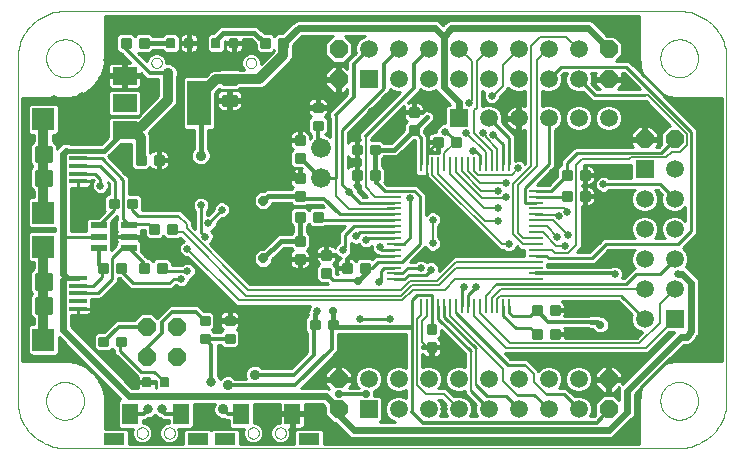
<source format=gtl>
G75*
%MOIN*%
%OFA0B0*%
%FSLAX24Y24*%
%IPPOS*%
%LPD*%
%AMOC8*
5,1,8,0,0,1.08239X$1,22.5*
%
%ADD10C,0.0088*%
%ADD11R,0.0787X0.0591*%
%ADD12R,0.0787X0.1496*%
%ADD13C,0.0100*%
%ADD14OC8,0.0600*%
%ADD15R,0.0472X0.0094*%
%ADD16R,0.0094X0.0472*%
%ADD17OC8,0.0320*%
%ADD18R,0.0591X0.0591*%
%ADD19C,0.0591*%
%ADD20C,0.0000*%
%ADD21R,0.0520X0.0220*%
%ADD22C,0.0660*%
%ADD23OC8,0.0591*%
%ADD24C,0.0075*%
%ADD25R,0.0598X0.0150*%
%ADD26C,0.0180*%
%ADD27R,0.0748X0.0748*%
%ADD28R,0.0550X0.0700*%
%ADD29R,0.0700X0.0400*%
%ADD30C,0.0240*%
%ADD31C,0.0160*%
%ADD32C,0.0280*%
%ADD33C,0.0120*%
%ADD34C,0.0300*%
%ADD35C,0.0317*%
%ADD36C,0.0320*%
%ADD37C,0.0356*%
%ADD38C,0.0250*%
%ADD39C,0.0320*%
%ADD40C,0.0080*%
%ADD41C,0.0277*%
%ADD42C,0.0090*%
D10*
X007106Y007097D02*
X007368Y007097D01*
X007368Y006835D01*
X007106Y006835D01*
X007106Y007097D01*
X007106Y006922D02*
X007368Y006922D01*
X007368Y007009D02*
X007106Y007009D01*
X007106Y007096D02*
X007368Y007096D01*
X007706Y007097D02*
X007968Y007097D01*
X007968Y006835D01*
X007706Y006835D01*
X007706Y007097D01*
X007706Y006922D02*
X007968Y006922D01*
X007968Y007009D02*
X007706Y007009D01*
X007706Y007096D02*
X007968Y007096D01*
X010748Y007197D02*
X010748Y006935D01*
X010486Y006935D01*
X010486Y007197D01*
X010748Y007197D01*
X010748Y007022D02*
X010486Y007022D01*
X010486Y007109D02*
X010748Y007109D01*
X010748Y007196D02*
X010486Y007196D01*
X010748Y007535D02*
X010748Y007797D01*
X010748Y007535D02*
X010486Y007535D01*
X010486Y007797D01*
X010748Y007797D01*
X010748Y007622D02*
X010486Y007622D01*
X010486Y007709D02*
X010748Y007709D01*
X010748Y007796D02*
X010486Y007796D01*
X011581Y007797D02*
X011581Y007535D01*
X011319Y007535D01*
X011319Y007797D01*
X011581Y007797D01*
X011581Y007622D02*
X011319Y007622D01*
X011319Y007709D02*
X011581Y007709D01*
X011581Y007796D02*
X011319Y007796D01*
X011581Y007197D02*
X011581Y006935D01*
X011319Y006935D01*
X011319Y007197D01*
X011581Y007197D01*
X011581Y007022D02*
X011319Y007022D01*
X011319Y007109D02*
X011581Y007109D01*
X011581Y007196D02*
X011319Y007196D01*
X014156Y007405D02*
X014418Y007405D01*
X014156Y007405D02*
X014156Y007667D01*
X014418Y007667D01*
X014418Y007405D01*
X014418Y007492D02*
X014156Y007492D01*
X014156Y007579D02*
X014418Y007579D01*
X014418Y007666D02*
X014156Y007666D01*
X014756Y007405D02*
X015018Y007405D01*
X014756Y007405D02*
X014756Y007667D01*
X015018Y007667D01*
X015018Y007405D01*
X015018Y007492D02*
X014756Y007492D01*
X014756Y007579D02*
X015018Y007579D01*
X015018Y007666D02*
X014756Y007666D01*
X014798Y009125D02*
X014798Y009387D01*
X014798Y009125D02*
X014536Y009125D01*
X014536Y009387D01*
X014798Y009387D01*
X014798Y009212D02*
X014536Y009212D01*
X014536Y009299D02*
X014798Y009299D01*
X014798Y009386D02*
X014536Y009386D01*
X014798Y009725D02*
X014798Y009987D01*
X014798Y009725D02*
X014536Y009725D01*
X014536Y009987D01*
X014798Y009987D01*
X014798Y009812D02*
X014536Y009812D01*
X014536Y009899D02*
X014798Y009899D01*
X014798Y009986D02*
X014536Y009986D01*
X013656Y009847D02*
X013656Y009585D01*
X013656Y009847D02*
X013918Y009847D01*
X013918Y009585D01*
X013656Y009585D01*
X013656Y009672D02*
X013918Y009672D01*
X013918Y009759D02*
X013656Y009759D01*
X013656Y009846D02*
X013918Y009846D01*
X013656Y010185D02*
X013656Y010447D01*
X013918Y010447D01*
X013918Y010185D01*
X013656Y010185D01*
X013656Y010272D02*
X013918Y010272D01*
X013918Y010359D02*
X013656Y010359D01*
X013656Y010446D02*
X013918Y010446D01*
X013918Y010985D02*
X013656Y010985D01*
X013656Y011247D01*
X013918Y011247D01*
X013918Y010985D01*
X013918Y011072D02*
X013656Y011072D01*
X013656Y011159D02*
X013918Y011159D01*
X013918Y011246D02*
X013656Y011246D01*
X013918Y011685D02*
X013918Y011947D01*
X013918Y011685D02*
X013656Y011685D01*
X013656Y011947D01*
X013918Y011947D01*
X013918Y011772D02*
X013656Y011772D01*
X013656Y011859D02*
X013918Y011859D01*
X013918Y011946D02*
X013656Y011946D01*
X013918Y012285D02*
X013918Y012547D01*
X013918Y012285D02*
X013656Y012285D01*
X013656Y012547D01*
X013918Y012547D01*
X013918Y012372D02*
X013656Y012372D01*
X013656Y012459D02*
X013918Y012459D01*
X013918Y012546D02*
X013656Y012546D01*
X013918Y012945D02*
X013918Y013207D01*
X013918Y012945D02*
X013656Y012945D01*
X013656Y013207D01*
X013918Y013207D01*
X013918Y013032D02*
X013656Y013032D01*
X013656Y013119D02*
X013918Y013119D01*
X013918Y013206D02*
X013656Y013206D01*
X013918Y013545D02*
X013918Y013807D01*
X013918Y013545D02*
X013656Y013545D01*
X013656Y013807D01*
X013918Y013807D01*
X013918Y013632D02*
X013656Y013632D01*
X013656Y013719D02*
X013918Y013719D01*
X013918Y013806D02*
X013656Y013806D01*
X014518Y014035D02*
X014518Y014297D01*
X014518Y014035D02*
X014256Y014035D01*
X014256Y014297D01*
X014518Y014297D01*
X014518Y014122D02*
X014256Y014122D01*
X014256Y014209D02*
X014518Y014209D01*
X014518Y014296D02*
X014256Y014296D01*
X014518Y014635D02*
X014518Y014897D01*
X014518Y014635D02*
X014256Y014635D01*
X014256Y014897D01*
X014518Y014897D01*
X014518Y014722D02*
X014256Y014722D01*
X014256Y014809D02*
X014518Y014809D01*
X014518Y014896D02*
X014256Y014896D01*
X015556Y013497D02*
X015818Y013497D01*
X015818Y013235D01*
X015556Y013235D01*
X015556Y013497D01*
X015556Y013322D02*
X015818Y013322D01*
X015818Y013409D02*
X015556Y013409D01*
X015556Y013496D02*
X015818Y013496D01*
X016156Y013497D02*
X016418Y013497D01*
X016418Y013235D01*
X016156Y013235D01*
X016156Y013497D01*
X016156Y013322D02*
X016418Y013322D01*
X016418Y013409D02*
X016156Y013409D01*
X016156Y013496D02*
X016418Y013496D01*
X017718Y013885D02*
X017718Y014147D01*
X017718Y013885D02*
X017456Y013885D01*
X017456Y014147D01*
X017718Y014147D01*
X017718Y013972D02*
X017456Y013972D01*
X017456Y014059D02*
X017718Y014059D01*
X017718Y014146D02*
X017456Y014146D01*
X017718Y014485D02*
X017718Y014747D01*
X017718Y014485D02*
X017456Y014485D01*
X017456Y014747D01*
X017718Y014747D01*
X017718Y014572D02*
X017456Y014572D01*
X017456Y014659D02*
X017718Y014659D01*
X017718Y014746D02*
X017456Y014746D01*
X018256Y013747D02*
X018518Y013747D01*
X018518Y013485D01*
X018256Y013485D01*
X018256Y013747D01*
X018256Y013572D02*
X018518Y013572D01*
X018518Y013659D02*
X018256Y013659D01*
X018256Y013746D02*
X018518Y013746D01*
X018856Y013747D02*
X019118Y013747D01*
X019118Y013485D01*
X018856Y013485D01*
X018856Y013747D01*
X018856Y013572D02*
X019118Y013572D01*
X019118Y013659D02*
X018856Y013659D01*
X018856Y013746D02*
X019118Y013746D01*
X016418Y012647D02*
X016156Y012647D01*
X016418Y012647D02*
X016418Y012385D01*
X016156Y012385D01*
X016156Y012647D01*
X016156Y012472D02*
X016418Y012472D01*
X016418Y012559D02*
X016156Y012559D01*
X016156Y012646D02*
X016418Y012646D01*
X015818Y012647D02*
X015556Y012647D01*
X015818Y012647D02*
X015818Y012385D01*
X015556Y012385D01*
X015556Y012647D01*
X015556Y012472D02*
X015818Y012472D01*
X015818Y012559D02*
X015556Y012559D01*
X015556Y012646D02*
X015818Y012646D01*
X014518Y010985D02*
X014256Y010985D01*
X014256Y011247D01*
X014518Y011247D01*
X014518Y010985D01*
X014518Y011072D02*
X014256Y011072D01*
X014256Y011159D02*
X014518Y011159D01*
X014518Y011246D02*
X014256Y011246D01*
X015226Y009557D02*
X015488Y009557D01*
X015488Y009295D01*
X015226Y009295D01*
X015226Y009557D01*
X015226Y009382D02*
X015488Y009382D01*
X015488Y009469D02*
X015226Y009469D01*
X015226Y009556D02*
X015488Y009556D01*
X015826Y009557D02*
X016088Y009557D01*
X016088Y009295D01*
X015826Y009295D01*
X015826Y009557D01*
X015826Y009382D02*
X016088Y009382D01*
X016088Y009469D02*
X015826Y009469D01*
X015826Y009556D02*
X016088Y009556D01*
X018046Y007507D02*
X018046Y007245D01*
X018046Y007507D02*
X018308Y007507D01*
X018308Y007245D01*
X018046Y007245D01*
X018046Y007332D02*
X018308Y007332D01*
X018308Y007419D02*
X018046Y007419D01*
X018046Y007506D02*
X018308Y007506D01*
X018046Y006907D02*
X018046Y006645D01*
X018046Y006907D02*
X018308Y006907D01*
X018308Y006645D01*
X018046Y006645D01*
X018046Y006732D02*
X018308Y006732D01*
X018308Y006819D02*
X018046Y006819D01*
X018046Y006906D02*
X018308Y006906D01*
X021556Y007347D02*
X021818Y007347D01*
X021818Y007085D01*
X021556Y007085D01*
X021556Y007347D01*
X021556Y007172D02*
X021818Y007172D01*
X021818Y007259D02*
X021556Y007259D01*
X021556Y007346D02*
X021818Y007346D01*
X022156Y007347D02*
X022418Y007347D01*
X022418Y007085D01*
X022156Y007085D01*
X022156Y007347D01*
X022156Y007172D02*
X022418Y007172D01*
X022418Y007259D02*
X022156Y007259D01*
X022156Y007346D02*
X022418Y007346D01*
X022418Y008147D02*
X022156Y008147D01*
X022418Y008147D02*
X022418Y007885D01*
X022156Y007885D01*
X022156Y008147D01*
X022156Y007972D02*
X022418Y007972D01*
X022418Y008059D02*
X022156Y008059D01*
X022156Y008146D02*
X022418Y008146D01*
X021818Y008147D02*
X021556Y008147D01*
X021818Y008147D02*
X021818Y007885D01*
X021556Y007885D01*
X021556Y008147D01*
X021556Y007972D02*
X021818Y007972D01*
X021818Y008059D02*
X021556Y008059D01*
X021556Y008146D02*
X021818Y008146D01*
X022556Y011685D02*
X022818Y011685D01*
X022556Y011685D02*
X022556Y011947D01*
X022818Y011947D01*
X022818Y011685D01*
X022818Y011772D02*
X022556Y011772D01*
X022556Y011859D02*
X022818Y011859D01*
X022818Y011946D02*
X022556Y011946D01*
X022556Y012385D02*
X022818Y012385D01*
X022556Y012385D02*
X022556Y012647D01*
X022818Y012647D01*
X022818Y012385D01*
X022818Y012472D02*
X022556Y012472D01*
X022556Y012559D02*
X022818Y012559D01*
X022818Y012646D02*
X022556Y012646D01*
X023156Y012385D02*
X023418Y012385D01*
X023156Y012385D02*
X023156Y012647D01*
X023418Y012647D01*
X023418Y012385D01*
X023418Y012472D02*
X023156Y012472D01*
X023156Y012559D02*
X023418Y012559D01*
X023418Y012646D02*
X023156Y012646D01*
X023156Y011685D02*
X023418Y011685D01*
X023156Y011685D02*
X023156Y011947D01*
X023418Y011947D01*
X023418Y011685D01*
X023418Y011772D02*
X023156Y011772D01*
X023156Y011859D02*
X023418Y011859D01*
X023418Y011946D02*
X023156Y011946D01*
X013368Y016785D02*
X013106Y016785D01*
X013106Y017047D01*
X013368Y017047D01*
X013368Y016785D01*
X013368Y016872D02*
X013106Y016872D01*
X013106Y016959D02*
X013368Y016959D01*
X013368Y017046D02*
X013106Y017046D01*
X012768Y016785D02*
X012506Y016785D01*
X012506Y017047D01*
X012768Y017047D01*
X012768Y016785D01*
X012768Y016872D02*
X012506Y016872D01*
X012506Y016959D02*
X012768Y016959D01*
X012768Y017046D02*
X012506Y017046D01*
X008718Y016785D02*
X008456Y016785D01*
X008456Y017047D01*
X008718Y017047D01*
X008718Y016785D01*
X008718Y016872D02*
X008456Y016872D01*
X008456Y016959D02*
X008718Y016959D01*
X008718Y017046D02*
X008456Y017046D01*
X008118Y016785D02*
X007856Y016785D01*
X007856Y017047D01*
X008118Y017047D01*
X008118Y016785D01*
X008118Y016872D02*
X007856Y016872D01*
X007856Y016959D02*
X008118Y016959D01*
X008118Y017046D02*
X007856Y017046D01*
X008356Y012885D02*
X008618Y012885D01*
X008356Y012885D02*
X008356Y013147D01*
X008618Y013147D01*
X008618Y012885D01*
X008618Y012972D02*
X008356Y012972D01*
X008356Y013059D02*
X008618Y013059D01*
X008618Y013146D02*
X008356Y013146D01*
X008956Y012885D02*
X009218Y012885D01*
X008956Y012885D02*
X008956Y013147D01*
X009218Y013147D01*
X009218Y012885D01*
X009218Y012972D02*
X008956Y012972D01*
X008956Y013059D02*
X009218Y013059D01*
X009218Y013146D02*
X008956Y013146D01*
X008318Y011435D02*
X008056Y011435D01*
X008056Y011697D01*
X008318Y011697D01*
X008318Y011435D01*
X008318Y011522D02*
X008056Y011522D01*
X008056Y011609D02*
X008318Y011609D01*
X008318Y011696D02*
X008056Y011696D01*
X007718Y011435D02*
X007456Y011435D01*
X007456Y011697D01*
X007718Y011697D01*
X007718Y011435D01*
X007718Y011522D02*
X007456Y011522D01*
X007456Y011609D02*
X007718Y011609D01*
X007718Y011696D02*
X007456Y011696D01*
X008806Y010585D02*
X009068Y010585D01*
X008806Y010585D02*
X008806Y010847D01*
X009068Y010847D01*
X009068Y010585D01*
X009068Y010672D02*
X008806Y010672D01*
X008806Y010759D02*
X009068Y010759D01*
X009068Y010846D02*
X008806Y010846D01*
X009406Y010585D02*
X009668Y010585D01*
X009406Y010585D02*
X009406Y010847D01*
X009668Y010847D01*
X009668Y010585D01*
X009668Y010672D02*
X009406Y010672D01*
X009406Y010759D02*
X009668Y010759D01*
X009668Y010846D02*
X009406Y010846D01*
X009318Y009285D02*
X009056Y009285D01*
X009056Y009547D01*
X009318Y009547D01*
X009318Y009285D01*
X009318Y009372D02*
X009056Y009372D01*
X009056Y009459D02*
X009318Y009459D01*
X009318Y009546D02*
X009056Y009546D01*
X008718Y009285D02*
X008456Y009285D01*
X008456Y009547D01*
X008718Y009547D01*
X008718Y009285D01*
X008718Y009372D02*
X008456Y009372D01*
X008456Y009459D02*
X008718Y009459D01*
X008718Y009546D02*
X008456Y009546D01*
X007968Y009285D02*
X007706Y009285D01*
X007706Y009547D01*
X007968Y009547D01*
X007968Y009285D01*
X007968Y009372D02*
X007706Y009372D01*
X007706Y009459D02*
X007968Y009459D01*
X007968Y009546D02*
X007706Y009546D01*
X007368Y009285D02*
X007106Y009285D01*
X007106Y009547D01*
X007368Y009547D01*
X007368Y009285D01*
X007368Y009372D02*
X007106Y009372D01*
X007106Y009459D02*
X007368Y009459D01*
X007368Y009546D02*
X007106Y009546D01*
D11*
X007946Y014010D03*
X007946Y014916D03*
X007946Y015821D03*
D12*
X010427Y014916D03*
D13*
X010970Y014940D02*
X011012Y014940D01*
X011012Y014966D02*
X011012Y014839D01*
X011025Y014788D01*
X011052Y014743D01*
X011089Y014706D01*
X011134Y014679D01*
X011185Y014666D01*
X011387Y014666D01*
X011387Y014966D01*
X011487Y014966D01*
X011487Y015066D01*
X011387Y015066D01*
X011387Y015366D01*
X011185Y015366D01*
X011134Y015352D01*
X011089Y015326D01*
X011052Y015288D01*
X011025Y015243D01*
X011012Y015192D01*
X011012Y015066D01*
X011387Y015066D01*
X011387Y014966D01*
X011012Y014966D01*
X010970Y015039D02*
X011387Y015039D01*
X011212Y015166D02*
X011212Y014866D01*
X011212Y015166D02*
X011662Y015166D01*
X011662Y014866D01*
X011212Y014866D01*
X011212Y014965D02*
X011662Y014965D01*
X011662Y015064D02*
X011212Y015064D01*
X011212Y015163D02*
X011662Y015163D01*
X011487Y015137D02*
X011387Y015137D01*
X011387Y015236D02*
X011487Y015236D01*
X011487Y015334D02*
X011387Y015334D01*
X011487Y015366D02*
X011487Y015066D01*
X011862Y015066D01*
X011862Y015192D01*
X011848Y015243D01*
X011822Y015288D01*
X011784Y015326D01*
X011739Y015352D01*
X011688Y015366D01*
X011487Y015366D01*
X011744Y015366D02*
X011129Y015366D01*
X011102Y015392D01*
X010970Y015261D01*
X010970Y014105D01*
X010883Y014018D01*
X010717Y014018D01*
X010717Y013400D01*
X010765Y013351D01*
X010815Y013231D01*
X010815Y013100D01*
X010765Y012980D01*
X010672Y012887D01*
X010552Y012838D01*
X010421Y012838D01*
X010301Y012887D01*
X010208Y012980D01*
X010159Y013100D01*
X010159Y013231D01*
X010208Y013351D01*
X010257Y013400D01*
X010257Y014018D01*
X009971Y014018D01*
X009883Y014105D01*
X009883Y015726D01*
X009971Y015814D01*
X010646Y015814D01*
X010724Y015891D01*
X010811Y015978D01*
X010925Y016026D01*
X011089Y016026D01*
X011129Y016066D01*
X011744Y016066D01*
X011784Y016026D01*
X011930Y016026D01*
X011887Y016069D01*
X011838Y016188D01*
X011838Y016318D01*
X011887Y016437D01*
X011979Y016529D01*
X012098Y016578D01*
X012227Y016578D01*
X012347Y016529D01*
X012438Y016437D01*
X012488Y016318D01*
X012488Y016205D01*
X012927Y016644D01*
X012927Y016669D01*
X012848Y016591D01*
X012425Y016591D01*
X012312Y016704D01*
X012312Y016900D01*
X012163Y017036D01*
X011887Y017036D01*
X011887Y016941D01*
X011612Y016941D01*
X011612Y016891D01*
X011887Y016891D01*
X011887Y016753D01*
X011874Y016706D01*
X011849Y016663D01*
X011814Y016628D01*
X011771Y016603D01*
X011724Y016591D01*
X011612Y016591D01*
X011612Y016891D01*
X011562Y016891D01*
X011562Y016591D01*
X011449Y016591D01*
X011402Y016603D01*
X011359Y016628D01*
X011324Y016663D01*
X011299Y016706D01*
X011287Y016753D01*
X011287Y016891D01*
X011562Y016891D01*
X011562Y016941D01*
X011287Y016941D01*
X011287Y016990D01*
X011287Y016990D01*
X011287Y016700D01*
X011177Y016591D01*
X010796Y016591D01*
X010687Y016700D01*
X010687Y017131D01*
X010796Y017241D01*
X010886Y017241D01*
X011007Y017361D01*
X011141Y017496D01*
X012247Y017496D01*
X012336Y017500D01*
X012341Y017496D01*
X012347Y017496D01*
X012411Y017432D01*
X012621Y017241D01*
X012848Y017241D01*
X012937Y017152D01*
X013025Y017241D01*
X013189Y017241D01*
X013584Y017610D01*
X013618Y017645D01*
X013623Y017646D01*
X013626Y017650D01*
X013672Y017667D01*
X013718Y017686D01*
X013722Y017686D01*
X013727Y017687D01*
X013776Y017686D01*
X018340Y017686D01*
X018440Y017645D01*
X018569Y017515D01*
X018606Y017559D01*
X018610Y017569D01*
X018641Y017599D01*
X018670Y017632D01*
X018679Y017637D01*
X018686Y017645D01*
X018727Y017661D01*
X018765Y017681D01*
X018776Y017682D01*
X018786Y017686D01*
X018829Y017686D01*
X018872Y017689D01*
X018882Y017686D01*
X023440Y017686D01*
X023540Y017645D01*
X023616Y017569D01*
X024018Y017166D01*
X024273Y017166D01*
X024537Y016902D01*
X024537Y016529D01*
X024333Y016326D01*
X024760Y016326D01*
X024877Y016208D01*
X025213Y015873D01*
X025198Y015900D01*
X025202Y015911D01*
X025178Y015976D01*
X025167Y015982D01*
X025156Y016033D01*
X025138Y016081D01*
X025143Y016092D01*
X025129Y016159D01*
X025120Y016167D01*
X025116Y016218D01*
X025105Y016268D01*
X025112Y016279D01*
X025107Y016341D01*
X025103Y016346D01*
X025103Y016402D01*
X025099Y016459D01*
X025103Y016464D01*
X025103Y017833D01*
X007293Y017833D01*
X007293Y016464D01*
X007297Y016459D01*
X007293Y016402D01*
X007293Y016346D01*
X007288Y016341D01*
X007284Y016279D01*
X007290Y016268D01*
X007279Y016218D01*
X007276Y016167D01*
X007266Y016159D01*
X007252Y016092D01*
X007257Y016081D01*
X007239Y016033D01*
X007228Y015982D01*
X007218Y015976D01*
X007194Y015911D01*
X007197Y015900D01*
X007173Y015855D01*
X007155Y015806D01*
X007144Y015801D01*
X007111Y015741D01*
X007112Y015729D01*
X007082Y015688D01*
X007057Y015643D01*
X007045Y015639D01*
X007004Y015584D01*
X007004Y015572D01*
X006968Y015536D01*
X006937Y015495D01*
X006925Y015493D01*
X006876Y015444D01*
X006875Y015432D01*
X006833Y015401D01*
X006797Y015365D01*
X006785Y015365D01*
X006730Y015324D01*
X006726Y015312D01*
X006681Y015288D01*
X006640Y015257D01*
X006628Y015259D01*
X006568Y015226D01*
X006563Y015215D01*
X006515Y015197D01*
X006469Y015172D01*
X006458Y015175D01*
X006393Y015151D01*
X006387Y015141D01*
X006337Y015130D01*
X006288Y015112D01*
X006277Y015117D01*
X006210Y015103D01*
X006202Y015093D01*
X006151Y015090D01*
X006101Y015079D01*
X006090Y015085D01*
X006028Y015081D01*
X006024Y015077D01*
X005967Y015077D01*
X005910Y015073D01*
X005905Y015077D01*
X004537Y015077D01*
X004537Y006322D01*
X005905Y006322D01*
X005910Y006326D01*
X005967Y006322D01*
X006024Y006322D01*
X006028Y006317D01*
X006090Y006313D01*
X006101Y006319D01*
X006151Y006308D01*
X006202Y006305D01*
X006210Y006295D01*
X006277Y006281D01*
X006288Y006286D01*
X006337Y006268D01*
X006387Y006257D01*
X006393Y006247D01*
X006458Y006223D01*
X006469Y006226D01*
X006515Y006202D01*
X006563Y006184D01*
X006568Y006173D01*
X006628Y006140D01*
X006640Y006141D01*
X006681Y006111D01*
X006726Y006086D01*
X006730Y006074D01*
X006785Y006033D01*
X006797Y006033D01*
X006833Y005997D01*
X006875Y005966D01*
X006876Y005954D01*
X006925Y005905D01*
X006937Y005904D01*
X006968Y005862D01*
X007004Y005826D01*
X007004Y005814D01*
X007045Y005759D01*
X007057Y005755D01*
X007082Y005710D01*
X007112Y005669D01*
X007111Y005657D01*
X007144Y005597D01*
X007155Y005592D01*
X007173Y005544D01*
X007197Y005498D01*
X007194Y005487D01*
X007218Y005422D01*
X007228Y005416D01*
X007239Y005366D01*
X007257Y005317D01*
X007252Y005306D01*
X007266Y005239D01*
X007276Y005231D01*
X007279Y005180D01*
X007290Y005130D01*
X007284Y005119D01*
X007288Y005057D01*
X007293Y005053D01*
X007293Y004996D01*
X007297Y004939D01*
X007293Y004934D01*
X007293Y004066D01*
X007999Y004066D01*
X008087Y003978D01*
X008087Y003566D01*
X009887Y003566D01*
X009887Y003978D01*
X009974Y004066D01*
X010799Y004066D01*
X010837Y004028D01*
X010874Y004066D01*
X011699Y004066D01*
X011787Y003978D01*
X011787Y003566D01*
X013587Y003566D01*
X013587Y003978D01*
X013674Y004066D01*
X014499Y004066D01*
X014587Y003978D01*
X014587Y003566D01*
X025103Y003566D01*
X025103Y004934D01*
X025099Y004939D01*
X025103Y004996D01*
X025103Y005053D01*
X025107Y005057D01*
X025112Y005119D01*
X025105Y005130D01*
X025116Y005180D01*
X025120Y005231D01*
X025129Y005239D01*
X025143Y005306D01*
X025138Y005317D01*
X025156Y005366D01*
X025167Y005414D01*
X024957Y005204D01*
X024957Y004562D01*
X024916Y004463D01*
X024840Y004387D01*
X024240Y003787D01*
X024140Y003746D01*
X015533Y003746D01*
X015434Y003787D01*
X015358Y003863D01*
X014955Y004266D01*
X014900Y004266D01*
X014637Y004529D01*
X014637Y004784D01*
X014535Y004886D01*
X013962Y004886D01*
X013962Y004616D01*
X013587Y004616D01*
X013587Y004516D01*
X013962Y004516D01*
X013962Y004196D01*
X013951Y004158D01*
X013932Y004124D01*
X013904Y004096D01*
X013870Y004076D01*
X013831Y004066D01*
X013587Y004066D01*
X013587Y004516D01*
X013487Y004516D01*
X013487Y004066D01*
X013442Y004066D01*
X013476Y003983D01*
X013476Y003849D01*
X013425Y003725D01*
X013330Y003630D01*
X013206Y003579D01*
X013072Y003579D01*
X012948Y003630D01*
X012854Y003725D01*
X012802Y003849D01*
X012802Y003983D01*
X012854Y004107D01*
X012948Y004201D01*
X013072Y004253D01*
X013112Y004253D01*
X013112Y004516D01*
X013487Y004516D01*
X013487Y004616D01*
X013112Y004616D01*
X013112Y004886D01*
X012262Y004886D01*
X012262Y004253D01*
X012301Y004253D01*
X012425Y004201D01*
X012520Y004107D01*
X012571Y003983D01*
X012571Y003849D01*
X012520Y003725D01*
X012425Y003630D01*
X012301Y003579D01*
X012167Y003579D01*
X012043Y003630D01*
X011948Y003725D01*
X011897Y003849D01*
X011897Y003983D01*
X011931Y004066D01*
X011499Y004066D01*
X011412Y004153D01*
X011412Y004356D01*
X011300Y004356D01*
X011268Y004388D01*
X011171Y004388D01*
X011051Y004437D01*
X010958Y004530D01*
X010909Y004650D01*
X010909Y004781D01*
X010952Y004886D01*
X010262Y004886D01*
X010262Y004153D01*
X010174Y004066D01*
X009742Y004066D01*
X009776Y003983D01*
X009776Y003849D01*
X009725Y003725D01*
X009630Y003630D01*
X009506Y003579D01*
X009372Y003579D01*
X009248Y003630D01*
X009154Y003725D01*
X009102Y003849D01*
X009102Y003983D01*
X009154Y004107D01*
X009248Y004201D01*
X009372Y004253D01*
X009412Y004253D01*
X009412Y004356D01*
X009350Y004356D01*
X009331Y004343D01*
X009266Y004356D01*
X009200Y004356D01*
X009183Y004372D01*
X009160Y004377D01*
X009140Y004407D01*
X009125Y004407D01*
X009012Y004454D01*
X008962Y004504D01*
X008911Y004454D01*
X008798Y004407D01*
X008725Y004407D01*
X008674Y004356D01*
X008562Y004356D01*
X008562Y004253D01*
X008601Y004253D01*
X008725Y004201D01*
X008820Y004107D01*
X008871Y003983D01*
X008871Y003849D01*
X008820Y003725D01*
X008725Y003630D01*
X008601Y003579D01*
X008467Y003579D01*
X008343Y003630D01*
X008248Y003725D01*
X008197Y003849D01*
X008197Y003983D01*
X008231Y004066D01*
X007799Y004066D01*
X007712Y004153D01*
X007712Y004978D01*
X007799Y005066D01*
X007805Y005066D01*
X005761Y007110D01*
X005761Y006584D01*
X005673Y006496D01*
X004800Y006496D01*
X004713Y006584D01*
X004713Y007457D01*
X004800Y007545D01*
X004927Y007545D01*
X004927Y007747D01*
X004891Y007762D01*
X004823Y007830D01*
X004787Y007918D01*
X004787Y008433D01*
X004823Y008522D01*
X004877Y008576D01*
X004823Y008630D01*
X004787Y008718D01*
X004787Y009233D01*
X004823Y009322D01*
X004891Y009389D01*
X004927Y009404D01*
X004927Y009607D01*
X004800Y009607D01*
X004713Y009695D01*
X004713Y010567D01*
X004800Y010655D01*
X005617Y010655D01*
X005617Y010736D01*
X004800Y010736D01*
X004713Y010824D01*
X004713Y011697D01*
X004800Y011785D01*
X004927Y011785D01*
X004927Y011987D01*
X004891Y012002D01*
X004823Y012070D01*
X004787Y012158D01*
X004787Y012673D01*
X004823Y012762D01*
X004877Y012816D01*
X004823Y012870D01*
X004787Y012958D01*
X004787Y013473D01*
X004823Y013562D01*
X004891Y013629D01*
X004927Y013644D01*
X004927Y013847D01*
X004800Y013847D01*
X004713Y013935D01*
X004713Y014807D01*
X004800Y014895D01*
X005673Y014895D01*
X005761Y014807D01*
X005761Y013935D01*
X005673Y013847D01*
X005547Y013847D01*
X005547Y013644D01*
X005583Y013629D01*
X005650Y013562D01*
X005687Y013473D01*
X005687Y013397D01*
X005734Y013445D01*
X005734Y013445D01*
X005845Y013556D01*
X005945Y013597D01*
X006052Y013597D01*
X006149Y013557D01*
X007169Y013557D01*
X007403Y013792D01*
X007403Y014368D01*
X007491Y014455D01*
X008388Y014455D01*
X009077Y015144D01*
X009077Y015706D01*
X008700Y015706D01*
X008577Y015829D01*
X008490Y015915D01*
X008490Y015871D01*
X007996Y015871D01*
X007896Y015871D01*
X007896Y015771D01*
X007403Y015771D01*
X007403Y015506D01*
X007413Y015468D01*
X007433Y015434D01*
X007461Y015406D01*
X007495Y015386D01*
X007533Y015376D01*
X007896Y015376D01*
X007896Y015771D01*
X007996Y015771D01*
X007996Y015376D01*
X008360Y015376D01*
X008398Y015386D01*
X008432Y015406D01*
X008460Y015434D01*
X008480Y015468D01*
X008490Y015506D01*
X008490Y015771D01*
X007996Y015771D01*
X007996Y015871D01*
X007996Y016266D01*
X008139Y016266D01*
X007848Y016558D01*
X007824Y016563D01*
X007805Y016591D01*
X007775Y016591D01*
X007662Y016704D01*
X007662Y017127D01*
X007775Y017241D01*
X008198Y017241D01*
X008287Y017152D01*
X008375Y017241D01*
X008798Y017241D01*
X008893Y017146D01*
X009201Y017146D01*
X009296Y017241D01*
X009677Y017241D01*
X009787Y017131D01*
X009787Y016700D01*
X009677Y016591D01*
X009296Y016591D01*
X009201Y016686D01*
X008893Y016686D01*
X008798Y016591D01*
X008409Y016591D01*
X008688Y016311D01*
X008688Y016318D01*
X008737Y016437D01*
X008829Y016529D01*
X008948Y016578D01*
X009078Y016578D01*
X009197Y016529D01*
X009289Y016437D01*
X009338Y016318D01*
X009338Y016244D01*
X009452Y016244D01*
X009572Y016194D01*
X009665Y016101D01*
X009715Y015981D01*
X009715Y015850D01*
X009697Y015807D01*
X009697Y014954D01*
X009649Y014840D01*
X009562Y014753D01*
X008749Y013939D01*
X008749Y013938D01*
X008797Y013824D01*
X008797Y013259D01*
X008800Y013266D01*
X008836Y013302D01*
X008881Y013327D01*
X008930Y013341D01*
X009049Y013341D01*
X009049Y013053D01*
X009124Y013053D01*
X009124Y013341D01*
X009243Y013341D01*
X009293Y013327D01*
X009337Y013302D01*
X009373Y013266D01*
X009398Y013222D01*
X009412Y013172D01*
X009412Y013053D01*
X009124Y013053D01*
X009124Y012978D01*
X009124Y012691D01*
X009243Y012691D01*
X009293Y012704D01*
X009337Y012729D01*
X009373Y012765D01*
X009398Y012810D01*
X009412Y012859D01*
X009412Y012978D01*
X009124Y012978D01*
X009049Y012978D01*
X009049Y012691D01*
X008930Y012691D01*
X008881Y012704D01*
X008836Y012729D01*
X008800Y012765D01*
X008790Y012783D01*
X008698Y012691D01*
X008275Y012691D01*
X008162Y012804D01*
X008162Y013227D01*
X008177Y013242D01*
X008177Y013565D01*
X007826Y013565D01*
X007398Y013137D01*
X007969Y012566D01*
X008087Y012448D01*
X008087Y011891D01*
X008398Y011891D01*
X008512Y011777D01*
X008512Y011366D01*
X009819Y011366D01*
X009937Y011248D01*
X009937Y011234D01*
X010090Y011081D01*
X010202Y010969D01*
X010202Y010818D01*
X010287Y010733D01*
X010287Y011327D01*
X010253Y011360D01*
X010212Y011461D01*
X010212Y011570D01*
X010253Y011671D01*
X010331Y011749D01*
X010432Y011791D01*
X010541Y011791D01*
X010642Y011749D01*
X010720Y011671D01*
X010762Y011570D01*
X010762Y011461D01*
X010720Y011360D01*
X010687Y011327D01*
X010687Y011191D01*
X010729Y011191D01*
X010912Y011373D01*
X010912Y011420D01*
X010953Y011521D01*
X011031Y011599D01*
X011132Y011641D01*
X011241Y011641D01*
X011342Y011599D01*
X011420Y011521D01*
X011462Y011420D01*
X011462Y011311D01*
X011420Y011210D01*
X011342Y011132D01*
X011241Y011091D01*
X011194Y011091D01*
X011012Y010908D01*
X011012Y010861D01*
X010970Y010760D01*
X010892Y010682D01*
X010833Y010658D01*
X010870Y010621D01*
X010912Y010520D01*
X010912Y010411D01*
X010870Y010310D01*
X010792Y010232D01*
X010789Y010231D01*
X012144Y008876D01*
X014744Y008876D01*
X014689Y008931D01*
X014455Y008931D01*
X014342Y009044D01*
X014342Y009467D01*
X014434Y009559D01*
X014416Y009569D01*
X014380Y009605D01*
X014355Y009650D01*
X014342Y009699D01*
X014342Y009818D01*
X014629Y009818D01*
X014629Y009893D01*
X014342Y009893D01*
X014342Y010012D01*
X014355Y010062D01*
X014380Y010106D01*
X014416Y010142D01*
X014461Y010167D01*
X014510Y010181D01*
X014629Y010181D01*
X014629Y009893D01*
X014704Y009893D01*
X014704Y010181D01*
X014823Y010181D01*
X014873Y010167D01*
X014917Y010142D01*
X014953Y010106D01*
X014966Y010084D01*
X015002Y010171D01*
X015079Y010249D01*
X015087Y010252D01*
X015087Y010598D01*
X015204Y010716D01*
X015204Y010716D01*
X015296Y010808D01*
X014615Y010808D01*
X014598Y010791D01*
X014175Y010791D01*
X014087Y010879D01*
X014017Y010809D01*
X014017Y010622D01*
X014112Y010527D01*
X014112Y010104D01*
X014019Y010012D01*
X014037Y010002D01*
X014073Y009966D01*
X014098Y009922D01*
X014112Y009872D01*
X014112Y009753D01*
X013824Y009753D01*
X013824Y009678D01*
X013824Y009391D01*
X013943Y009391D01*
X013993Y009404D01*
X014037Y009429D01*
X014073Y009465D01*
X014098Y009510D01*
X014112Y009559D01*
X014112Y009678D01*
X013824Y009678D01*
X013749Y009678D01*
X013749Y009391D01*
X013630Y009391D01*
X013581Y009404D01*
X013536Y009429D01*
X013500Y009465D01*
X013475Y009510D01*
X013462Y009559D01*
X013462Y009678D01*
X013749Y009678D01*
X013749Y009753D01*
X013462Y009753D01*
X013462Y009872D01*
X013475Y009922D01*
X013500Y009966D01*
X013536Y010002D01*
X013554Y010012D01*
X013480Y010086D01*
X013258Y010086D01*
X012866Y009715D01*
X012866Y009610D01*
X012684Y009428D01*
X012427Y009428D01*
X012246Y009610D01*
X012246Y009867D01*
X012427Y010048D01*
X012549Y010048D01*
X013006Y010481D01*
X013071Y010546D01*
X013075Y010546D01*
X013078Y010548D01*
X013170Y010546D01*
X013480Y010546D01*
X013557Y010622D01*
X013557Y010809D01*
X013462Y010904D01*
X013462Y011327D01*
X013575Y011441D01*
X013998Y011441D01*
X014087Y011352D01*
X014175Y011441D01*
X014583Y011441D01*
X014518Y011506D01*
X014013Y011506D01*
X013998Y011491D01*
X013575Y011491D01*
X013480Y011586D01*
X012866Y011586D01*
X012866Y011531D01*
X012684Y011350D01*
X012427Y011350D01*
X012246Y011531D01*
X012246Y011788D01*
X012427Y011970D01*
X012571Y011970D01*
X012591Y011986D01*
X012650Y012046D01*
X012663Y012046D01*
X012673Y012054D01*
X012756Y012046D01*
X013480Y012046D01*
X013554Y012119D01*
X013536Y012129D01*
X013500Y012165D01*
X013475Y012210D01*
X013462Y012259D01*
X013462Y012378D01*
X013749Y012378D01*
X013749Y012453D01*
X013462Y012453D01*
X013462Y012572D01*
X013475Y012622D01*
X013500Y012666D01*
X013536Y012702D01*
X013581Y012727D01*
X013630Y012741D01*
X013749Y012741D01*
X013749Y012453D01*
X013824Y012453D01*
X013824Y012741D01*
X013865Y012741D01*
X013855Y012751D01*
X013575Y012751D01*
X013462Y012864D01*
X013462Y013287D01*
X013554Y013379D01*
X013536Y013389D01*
X013500Y013425D01*
X013475Y013470D01*
X013462Y013519D01*
X013462Y013638D01*
X013749Y013638D01*
X013749Y013713D01*
X013462Y013713D01*
X013462Y013832D01*
X013475Y013882D01*
X013500Y013926D01*
X013536Y013962D01*
X013581Y013987D01*
X013630Y014001D01*
X013749Y014001D01*
X013749Y013713D01*
X013824Y013713D01*
X013824Y014001D01*
X013943Y014001D01*
X013993Y013987D01*
X014037Y013962D01*
X014073Y013926D01*
X014098Y013882D01*
X014112Y013832D01*
X014112Y013719D01*
X014177Y013784D01*
X014177Y013841D01*
X014175Y013841D01*
X014062Y013954D01*
X014062Y014377D01*
X014154Y014469D01*
X014136Y014479D01*
X014100Y014515D01*
X014075Y014560D01*
X014062Y014609D01*
X014062Y014728D01*
X014349Y014728D01*
X014349Y014803D01*
X014062Y014803D01*
X014062Y014922D01*
X014075Y014972D01*
X014100Y015016D01*
X014136Y015052D01*
X014181Y015077D01*
X014230Y015091D01*
X014349Y015091D01*
X014349Y014803D01*
X014424Y014803D01*
X014424Y015091D01*
X014543Y015091D01*
X014593Y015077D01*
X014637Y015052D01*
X014673Y015016D01*
X014698Y014972D01*
X014712Y014922D01*
X014712Y014803D01*
X014424Y014803D01*
X014424Y014728D01*
X014712Y014728D01*
X014712Y014609D01*
X014698Y014560D01*
X014673Y014515D01*
X014637Y014479D01*
X014619Y014469D01*
X014712Y014377D01*
X014712Y013954D01*
X014632Y013875D01*
X014759Y013823D01*
X014792Y013789D01*
X014792Y014414D01*
X014777Y014429D01*
X014777Y014603D01*
X015377Y015203D01*
X015377Y015369D01*
X015273Y015266D01*
X015137Y015266D01*
X015137Y015666D01*
X015037Y015666D01*
X015037Y015266D01*
X014900Y015266D01*
X014637Y015529D01*
X014637Y015666D01*
X015037Y015666D01*
X015037Y015766D01*
X015037Y016166D01*
X014900Y016166D01*
X014637Y015902D01*
X014637Y015766D01*
X015037Y015766D01*
X015137Y015766D01*
X015137Y016166D01*
X015273Y016166D01*
X015377Y016062D01*
X015377Y016303D01*
X015659Y016585D01*
X015641Y016627D01*
X015641Y016804D01*
X015709Y016968D01*
X015834Y017093D01*
X015961Y017146D01*
X015293Y017146D01*
X015537Y016902D01*
X015537Y016529D01*
X015273Y016266D01*
X014900Y016266D01*
X014637Y016529D01*
X014637Y016902D01*
X014880Y017146D01*
X013878Y017146D01*
X013562Y016850D01*
X013562Y016704D01*
X013547Y016689D01*
X013547Y016454D01*
X013499Y016340D01*
X013412Y016253D01*
X013412Y016253D01*
X012612Y015453D01*
X012498Y015406D01*
X011784Y015406D01*
X011744Y015366D01*
X011770Y015334D02*
X014832Y015334D01*
X014733Y015433D02*
X012564Y015433D01*
X012691Y015531D02*
X014637Y015531D01*
X014637Y015630D02*
X012789Y015630D01*
X012888Y015728D02*
X015037Y015728D01*
X015037Y015630D02*
X015137Y015630D01*
X015137Y015531D02*
X015037Y015531D01*
X015037Y015433D02*
X015137Y015433D01*
X015137Y015334D02*
X015037Y015334D01*
X015342Y015334D02*
X015377Y015334D01*
X015377Y015236D02*
X011850Y015236D01*
X011862Y015137D02*
X015311Y015137D01*
X015213Y015039D02*
X014650Y015039D01*
X014707Y014940D02*
X015114Y014940D01*
X015016Y014842D02*
X014712Y014842D01*
X014712Y014645D02*
X014819Y014645D01*
X014777Y014546D02*
X014691Y014546D01*
X014641Y014448D02*
X014777Y014448D01*
X014792Y014349D02*
X014712Y014349D01*
X014712Y014251D02*
X014792Y014251D01*
X014792Y014152D02*
X014712Y014152D01*
X014712Y014054D02*
X014792Y014054D01*
X014792Y013955D02*
X014712Y013955D01*
X014676Y013857D02*
X014792Y013857D01*
X015187Y014016D02*
X016587Y015416D01*
X016797Y015376D02*
X016834Y015338D01*
X016998Y015270D01*
X017144Y015270D01*
X015777Y013903D01*
X015777Y013729D01*
X015797Y013709D01*
X015797Y013691D01*
X015724Y013691D01*
X015724Y013403D01*
X015649Y013403D01*
X015649Y013691D01*
X015530Y013691D01*
X015481Y013677D01*
X015436Y013652D01*
X015400Y013616D01*
X015387Y013592D01*
X015387Y013933D01*
X016659Y015206D01*
X016674Y015206D01*
X016797Y015329D01*
X016797Y015376D01*
X016797Y015334D02*
X016844Y015334D01*
X016704Y015236D02*
X017110Y015236D01*
X017011Y015137D02*
X016591Y015137D01*
X016492Y015039D02*
X016913Y015039D01*
X016814Y014940D02*
X016394Y014940D01*
X016295Y014842D02*
X016716Y014842D01*
X016617Y014743D02*
X016197Y014743D01*
X016098Y014645D02*
X016519Y014645D01*
X016420Y014546D02*
X016000Y014546D01*
X015901Y014448D02*
X016322Y014448D01*
X016223Y014349D02*
X015803Y014349D01*
X015704Y014251D02*
X016125Y014251D01*
X016026Y014152D02*
X015606Y014152D01*
X015507Y014054D02*
X015928Y014054D01*
X015829Y013955D02*
X015409Y013955D01*
X015387Y013857D02*
X015777Y013857D01*
X015777Y013758D02*
X015387Y013758D01*
X015387Y013660D02*
X015450Y013660D01*
X015649Y013660D02*
X015724Y013660D01*
X015724Y013561D02*
X015649Y013561D01*
X015649Y013463D02*
X015724Y013463D01*
X015724Y013328D02*
X015724Y013041D01*
X015797Y013041D01*
X015797Y012841D01*
X015724Y012841D01*
X015724Y012553D01*
X015649Y012553D01*
X015649Y012841D01*
X015530Y012841D01*
X015481Y012827D01*
X015436Y012802D01*
X015400Y012766D01*
X015387Y012742D01*
X015387Y013139D01*
X015400Y013115D01*
X015436Y013079D01*
X015481Y013054D01*
X015530Y013041D01*
X015649Y013041D01*
X015649Y013328D01*
X015724Y013328D01*
X015724Y013266D02*
X015649Y013266D01*
X015649Y013167D02*
X015724Y013167D01*
X015724Y013069D02*
X015649Y013069D01*
X015797Y012970D02*
X015387Y012970D01*
X015387Y012872D02*
X015797Y012872D01*
X015724Y012773D02*
X015649Y012773D01*
X015649Y012675D02*
X015724Y012675D01*
X015724Y012576D02*
X015649Y012576D01*
X015649Y012478D02*
X015724Y012478D01*
X015724Y012191D01*
X015797Y012191D01*
X015797Y012037D01*
X015908Y011926D01*
X016035Y011798D01*
X015887Y011798D01*
X015712Y011973D01*
X015712Y012020D01*
X015670Y012121D01*
X015601Y012191D01*
X015649Y012191D01*
X015649Y012478D01*
X015724Y012478D01*
X015724Y012379D02*
X015649Y012379D01*
X015649Y012281D02*
X015724Y012281D01*
X015797Y012182D02*
X015609Y012182D01*
X015685Y012084D02*
X015797Y012084D01*
X015848Y011985D02*
X015712Y011985D01*
X015798Y011887D02*
X015947Y011887D01*
X015804Y011598D02*
X015437Y011966D01*
X015187Y012216D01*
X015187Y014016D01*
X016177Y013709D02*
X017269Y014801D01*
X017262Y014772D01*
X017262Y014653D01*
X017549Y014653D01*
X017549Y014578D01*
X017262Y014578D01*
X017262Y014459D01*
X017275Y014410D01*
X017300Y014365D01*
X017336Y014329D01*
X017354Y014319D01*
X017262Y014227D01*
X017262Y014016D01*
X016841Y013596D01*
X016593Y013596D01*
X016498Y013691D01*
X016177Y013691D01*
X016177Y013709D01*
X016226Y013758D02*
X017004Y013758D01*
X016905Y013660D02*
X016529Y013660D01*
X016325Y013857D02*
X017102Y013857D01*
X017201Y013955D02*
X016423Y013955D01*
X016522Y014054D02*
X017262Y014054D01*
X017262Y014152D02*
X016620Y014152D01*
X016719Y014251D02*
X017285Y014251D01*
X017317Y014349D02*
X016817Y014349D01*
X016916Y014448D02*
X017265Y014448D01*
X017262Y014546D02*
X017014Y014546D01*
X017113Y014645D02*
X017549Y014645D01*
X017549Y014653D02*
X017549Y014941D01*
X017430Y014941D01*
X017401Y014933D01*
X017797Y015329D01*
X017797Y015376D01*
X017834Y015338D01*
X017998Y015270D01*
X018175Y015270D01*
X018339Y015338D01*
X018341Y015340D01*
X018358Y015300D01*
X018797Y014861D01*
X018729Y014861D01*
X018641Y014773D01*
X018641Y014236D01*
X018563Y014236D01*
X018462Y014194D01*
X018385Y014116D01*
X018343Y014015D01*
X018343Y013941D01*
X018230Y013941D01*
X018181Y013927D01*
X018136Y013902D01*
X018100Y013866D01*
X018075Y013822D01*
X018062Y013772D01*
X018062Y013653D01*
X018349Y013653D01*
X018349Y013578D01*
X018424Y013578D01*
X018424Y013322D01*
X018415Y013313D01*
X018415Y013264D01*
X018321Y013264D01*
X018102Y013264D01*
X018098Y013260D01*
X018081Y013264D01*
X018018Y013264D01*
X018018Y013743D01*
X018023Y013819D01*
X018018Y013825D01*
X018018Y013833D01*
X017964Y013886D01*
X017912Y013947D01*
X017912Y014003D01*
X018271Y014335D01*
X018278Y014525D01*
X018149Y014665D01*
X017959Y014673D01*
X017856Y014578D01*
X017624Y014578D01*
X017624Y014653D01*
X017549Y014653D01*
X017624Y014653D02*
X017624Y014941D01*
X017743Y014941D01*
X017793Y014927D01*
X017837Y014902D01*
X017873Y014866D01*
X017898Y014822D01*
X017912Y014772D01*
X017912Y014653D01*
X017624Y014653D01*
X017624Y014645D02*
X017928Y014645D01*
X017912Y014743D02*
X018641Y014743D01*
X018641Y014645D02*
X018168Y014645D01*
X018259Y014546D02*
X018641Y014546D01*
X018641Y014448D02*
X018275Y014448D01*
X018272Y014349D02*
X018641Y014349D01*
X018641Y014251D02*
X018180Y014251D01*
X018073Y014152D02*
X018420Y014152D01*
X018359Y014054D02*
X017967Y014054D01*
X017912Y013955D02*
X018343Y013955D01*
X018095Y013857D02*
X017994Y013857D01*
X018019Y013758D02*
X018062Y013758D01*
X018062Y013660D02*
X018018Y013660D01*
X018062Y013578D02*
X018062Y013459D01*
X018075Y013410D01*
X018100Y013365D01*
X018136Y013329D01*
X018181Y013304D01*
X018230Y013291D01*
X018349Y013291D01*
X018349Y013578D01*
X018062Y013578D01*
X018062Y013561D02*
X018018Y013561D01*
X018018Y013463D02*
X018062Y013463D01*
X018102Y013364D02*
X018018Y013364D01*
X018014Y013278D02*
X018387Y013616D01*
X018349Y013561D02*
X018424Y013561D01*
X018424Y013463D02*
X018349Y013463D01*
X018349Y013364D02*
X018424Y013364D01*
X018415Y013266D02*
X018018Y013266D01*
X018014Y013278D02*
X018014Y012878D01*
X017818Y012878D02*
X017818Y013750D01*
X017587Y014016D01*
X017687Y014116D01*
X017687Y014016D01*
X017604Y013691D02*
X017618Y013675D01*
X017618Y012795D01*
X017620Y012792D01*
X017620Y012579D01*
X017708Y012492D01*
X017927Y012492D01*
X017931Y012496D01*
X017947Y012492D01*
X018014Y012492D01*
X018014Y012579D01*
X018014Y012579D01*
X018014Y012579D01*
X018014Y012492D01*
X018021Y012492D01*
X018021Y012451D01*
X020336Y010137D01*
X020447Y010026D01*
X020556Y010026D01*
X020599Y009982D01*
X020700Y009941D01*
X020810Y009941D01*
X020911Y009982D01*
X020988Y010060D01*
X021022Y010142D01*
X021134Y010030D01*
X021270Y010030D01*
X021270Y009820D01*
X018923Y009820D01*
X018435Y009331D01*
X018435Y009418D01*
X018393Y009519D01*
X018315Y009596D01*
X018214Y009638D01*
X018105Y009638D01*
X018022Y009603D01*
X017971Y009654D01*
X017870Y009696D01*
X017761Y009696D01*
X017660Y009654D01*
X017621Y009616D01*
X017469Y009616D01*
X017971Y010118D01*
X017986Y010084D01*
X018063Y010006D01*
X018164Y009965D01*
X018273Y009965D01*
X018374Y010006D01*
X018452Y010084D01*
X018494Y010185D01*
X018494Y010294D01*
X018452Y010395D01*
X018409Y010438D01*
X018410Y010779D01*
X018410Y010779D01*
X018410Y010831D01*
X018454Y010874D01*
X018495Y010975D01*
X018495Y011085D01*
X018454Y011186D01*
X018376Y011263D01*
X018275Y011305D01*
X018166Y011305D01*
X018065Y011263D01*
X017987Y011186D01*
X017987Y011184D01*
X017987Y011898D01*
X017869Y012016D01*
X017810Y012075D01*
X017693Y012192D01*
X016707Y012192D01*
X016603Y012296D01*
X016612Y012304D01*
X016612Y012727D01*
X016517Y012822D01*
X016517Y013059D01*
X016593Y013136D01*
X017032Y013136D01*
X017167Y013270D01*
X017587Y013691D01*
X017604Y013691D01*
X017618Y013660D02*
X017556Y013660D01*
X017618Y013561D02*
X017457Y013561D01*
X017359Y013463D02*
X017618Y013463D01*
X017618Y013364D02*
X017260Y013364D01*
X017162Y013266D02*
X017618Y013266D01*
X017618Y013167D02*
X017063Y013167D01*
X016526Y013069D02*
X017618Y013069D01*
X017618Y012970D02*
X016517Y012970D01*
X016517Y012872D02*
X017618Y012872D01*
X017620Y012773D02*
X016566Y012773D01*
X016612Y012675D02*
X017620Y012675D01*
X017624Y012576D02*
X016612Y012576D01*
X016612Y012478D02*
X018021Y012478D01*
X018014Y012576D02*
X018014Y012576D01*
X018093Y012379D02*
X016612Y012379D01*
X016619Y012281D02*
X018192Y012281D01*
X018290Y012182D02*
X017703Y012182D01*
X017801Y012084D02*
X018389Y012084D01*
X018487Y011985D02*
X017900Y011985D01*
X017869Y012016D02*
X017869Y012016D01*
X017810Y012075D02*
X017810Y012075D01*
X017610Y011992D02*
X017787Y011816D01*
X017787Y010216D01*
X017201Y009630D01*
X016932Y009630D01*
X016401Y009630D01*
X016187Y009416D01*
X016001Y009416D01*
X015957Y009426D01*
X015653Y009658D02*
X015643Y009676D01*
X015607Y009712D01*
X015563Y009737D01*
X015513Y009751D01*
X015394Y009751D01*
X015394Y009463D01*
X015319Y009463D01*
X015319Y009388D01*
X015032Y009388D01*
X015032Y009269D01*
X015045Y009220D01*
X015047Y009216D01*
X014992Y009216D01*
X014992Y009467D01*
X014899Y009559D01*
X014917Y009569D01*
X014953Y009605D01*
X014978Y009650D01*
X014992Y009699D01*
X014992Y009818D01*
X014704Y009818D01*
X014704Y009893D01*
X014988Y009893D01*
X015002Y009860D01*
X015079Y009782D01*
X015173Y009744D01*
X015151Y009737D01*
X015106Y009712D01*
X015070Y009676D01*
X015045Y009632D01*
X015032Y009582D01*
X015032Y009463D01*
X015319Y009463D01*
X015319Y009751D01*
X015314Y009751D01*
X015391Y009782D01*
X015468Y009860D01*
X015510Y009961D01*
X015510Y010070D01*
X015487Y010127D01*
X015487Y010131D01*
X015503Y010177D01*
X015487Y010210D01*
X015487Y010261D01*
X015511Y010237D01*
X015612Y010195D01*
X015721Y010195D01*
X015755Y010209D01*
X015758Y010201D01*
X015835Y010124D01*
X015936Y010082D01*
X016046Y010082D01*
X016147Y010124D01*
X016182Y010160D01*
X016182Y010062D01*
X016224Y009961D01*
X016302Y009884D01*
X016403Y009842D01*
X016413Y009842D01*
X016425Y009830D01*
X016318Y009830D01*
X016203Y009715D01*
X016168Y009751D01*
X015745Y009751D01*
X015653Y009658D01*
X015593Y009720D02*
X015714Y009720D01*
X015492Y009917D02*
X016269Y009917D01*
X016298Y009827D02*
X016237Y009766D01*
X015387Y009766D01*
X015357Y009736D01*
X015357Y009426D01*
X015319Y009424D02*
X014992Y009424D01*
X014992Y009326D02*
X015032Y009326D01*
X015043Y009227D02*
X014992Y009227D01*
X014887Y009016D02*
X014681Y009221D01*
X014581Y009221D01*
X014342Y009227D02*
X011793Y009227D01*
X011891Y009129D02*
X014342Y009129D01*
X014356Y009030D02*
X011990Y009030D01*
X012088Y008932D02*
X014454Y008932D01*
X014887Y009016D02*
X015687Y009016D01*
X015717Y008986D01*
X016431Y008946D02*
X016487Y009040D01*
X016487Y009316D01*
X016604Y009433D01*
X016932Y009433D01*
X016932Y009236D02*
X017207Y009236D01*
X017387Y009416D01*
X017810Y009416D01*
X017815Y009421D01*
X017626Y009621D02*
X017475Y009621D01*
X017573Y009720D02*
X018823Y009720D01*
X018921Y009818D02*
X017672Y009818D01*
X017770Y009917D02*
X021270Y009917D01*
X021270Y010015D02*
X020944Y010015D01*
X021010Y010114D02*
X021051Y010114D01*
X020567Y010015D02*
X018383Y010015D01*
X018464Y010114D02*
X020359Y010114D01*
X020260Y010212D02*
X018494Y010212D01*
X018487Y010311D02*
X020162Y010311D01*
X020063Y010409D02*
X018438Y010409D01*
X018409Y010508D02*
X019965Y010508D01*
X019866Y010606D02*
X018410Y010606D01*
X018410Y010705D02*
X019768Y010705D01*
X019669Y010803D02*
X018410Y010803D01*
X018465Y010902D02*
X019571Y010902D01*
X019472Y011000D02*
X018495Y011000D01*
X018490Y011099D02*
X019374Y011099D01*
X019275Y011197D02*
X018442Y011197D01*
X018298Y011296D02*
X019177Y011296D01*
X019078Y011394D02*
X017987Y011394D01*
X017987Y011296D02*
X018143Y011296D01*
X017999Y011197D02*
X017987Y011197D01*
X017987Y011493D02*
X018980Y011493D01*
X018881Y011591D02*
X017987Y011591D01*
X017987Y011690D02*
X018783Y011690D01*
X018684Y011788D02*
X017987Y011788D01*
X017987Y011887D02*
X018586Y011887D01*
X017610Y011992D02*
X016932Y011992D01*
X016610Y011992D01*
X016587Y012016D01*
X016932Y011992D02*
X016949Y011992D01*
X017457Y011737D02*
X017469Y011737D01*
X017472Y011720D01*
X017472Y010441D01*
X017251Y010220D01*
X016932Y010220D01*
X016932Y010023D02*
X016514Y010023D01*
X016457Y010117D01*
X016182Y010114D02*
X016122Y010114D01*
X016202Y010015D02*
X015510Y010015D01*
X015492Y010114D02*
X015860Y010114D01*
X015991Y010357D02*
X016051Y010417D01*
X016932Y010417D01*
X016932Y010614D02*
X015811Y010614D01*
X015666Y010470D01*
X015570Y010212D02*
X015487Y010212D01*
X015287Y010164D02*
X015235Y010016D01*
X015287Y010164D02*
X015287Y010516D01*
X015582Y010811D01*
X016932Y010811D01*
X016932Y011008D02*
X014529Y011008D01*
X014387Y011116D01*
X014129Y011394D02*
X014045Y011394D01*
X014000Y011493D02*
X014531Y011493D01*
X015116Y011205D02*
X016932Y011205D01*
X016932Y011598D02*
X015804Y011598D01*
X015291Y010803D02*
X014611Y010803D01*
X014163Y010803D02*
X014017Y010803D01*
X014017Y010705D02*
X015193Y010705D01*
X015094Y010606D02*
X014033Y010606D01*
X014112Y010508D02*
X015087Y010508D01*
X015087Y010409D02*
X014112Y010409D01*
X014112Y010311D02*
X015087Y010311D01*
X015043Y010212D02*
X014112Y010212D01*
X014112Y010114D02*
X014388Y010114D01*
X014342Y010015D02*
X014023Y010015D01*
X014100Y009917D02*
X014342Y009917D01*
X014342Y009720D02*
X013824Y009720D01*
X013749Y009720D02*
X012871Y009720D01*
X012866Y009621D02*
X013462Y009621D01*
X013471Y009523D02*
X012778Y009523D01*
X012975Y009818D02*
X013462Y009818D01*
X013473Y009917D02*
X013079Y009917D01*
X013183Y010015D02*
X013551Y010015D01*
X013749Y009621D02*
X013824Y009621D01*
X013824Y009523D02*
X013749Y009523D01*
X013749Y009424D02*
X013824Y009424D01*
X014028Y009424D02*
X014342Y009424D01*
X014342Y009326D02*
X011694Y009326D01*
X011596Y009424D02*
X013545Y009424D01*
X014102Y009523D02*
X014397Y009523D01*
X014371Y009621D02*
X014112Y009621D01*
X014112Y009818D02*
X014629Y009818D01*
X014704Y009818D02*
X015044Y009818D01*
X014992Y009720D02*
X015120Y009720D01*
X015042Y009621D02*
X014962Y009621D01*
X014936Y009523D02*
X015032Y009523D01*
X015319Y009523D02*
X015394Y009523D01*
X015394Y009621D02*
X015319Y009621D01*
X015319Y009720D02*
X015394Y009720D01*
X015427Y009818D02*
X016306Y009818D01*
X016298Y009827D02*
X016932Y009827D01*
X017869Y010015D02*
X018054Y010015D01*
X017973Y010114D02*
X017967Y010114D01*
X018004Y009621D02*
X018065Y009621D01*
X018255Y009621D02*
X018724Y009621D01*
X018626Y009523D02*
X018389Y009523D01*
X018432Y009424D02*
X018527Y009424D01*
X018160Y009363D02*
X017982Y009186D01*
X017417Y009186D01*
X017270Y009039D01*
X016932Y009039D01*
X017537Y008356D02*
X017690Y008509D01*
X018193Y008509D01*
X018211Y008491D01*
X018211Y008153D01*
X018211Y007445D01*
X018177Y007376D01*
X018502Y007345D02*
X018502Y007164D01*
X018409Y007072D01*
X018427Y007062D01*
X018463Y007026D01*
X018488Y006982D01*
X018502Y006932D01*
X018502Y006813D01*
X018214Y006813D01*
X018214Y006738D01*
X018214Y006451D01*
X018333Y006451D01*
X018383Y006464D01*
X018427Y006489D01*
X018463Y006525D01*
X018488Y006570D01*
X018502Y006619D01*
X018502Y006738D01*
X018214Y006738D01*
X018139Y006738D01*
X017877Y006738D01*
X017877Y006813D01*
X018139Y006813D01*
X018139Y006738D01*
X018139Y006451D01*
X018020Y006451D01*
X017971Y006464D01*
X017926Y006489D01*
X017890Y006525D01*
X017877Y006549D01*
X017877Y006111D01*
X017998Y006161D01*
X018175Y006161D01*
X018339Y006093D01*
X018464Y005968D01*
X018532Y005804D01*
X018532Y005627D01*
X018464Y005463D01*
X018406Y005406D01*
X018665Y005406D01*
X018936Y005135D01*
X018998Y005161D01*
X019175Y005161D01*
X019339Y005093D01*
X019464Y004968D01*
X019532Y004804D01*
X019532Y004627D01*
X019469Y004476D01*
X019704Y004476D01*
X019641Y004627D01*
X019641Y004804D01*
X019663Y004856D01*
X019287Y005233D01*
X019287Y005316D01*
X019175Y005270D01*
X018998Y005270D01*
X018834Y005338D01*
X018709Y005463D01*
X018641Y005627D01*
X018641Y005804D01*
X018709Y005968D01*
X018834Y006093D01*
X018998Y006161D01*
X019175Y006161D01*
X019297Y006111D01*
X019297Y006564D01*
X018502Y007345D01*
X018502Y007257D02*
X018591Y007257D01*
X018496Y007159D02*
X018691Y007159D01*
X018792Y007060D02*
X018429Y007060D01*
X018494Y006962D02*
X018892Y006962D01*
X018992Y006863D02*
X018502Y006863D01*
X018502Y006666D02*
X019193Y006666D01*
X019293Y006568D02*
X018487Y006568D01*
X018392Y006469D02*
X019297Y006469D01*
X019297Y006371D02*
X017877Y006371D01*
X017877Y006469D02*
X017961Y006469D01*
X018139Y006469D02*
X018214Y006469D01*
X018214Y006568D02*
X018139Y006568D01*
X018139Y006666D02*
X018214Y006666D01*
X018214Y006765D02*
X019093Y006765D01*
X019487Y006658D02*
X018408Y007717D01*
X018408Y008153D01*
X018605Y008153D02*
X018605Y007796D01*
X019648Y006753D01*
X019297Y006272D02*
X017877Y006272D01*
X017877Y006174D02*
X019297Y006174D01*
X018816Y006075D02*
X018357Y006075D01*
X018455Y005977D02*
X018718Y005977D01*
X018672Y005878D02*
X018501Y005878D01*
X018532Y005780D02*
X018641Y005780D01*
X018641Y005681D02*
X018532Y005681D01*
X018513Y005583D02*
X018660Y005583D01*
X018701Y005484D02*
X018473Y005484D01*
X018685Y005386D02*
X018787Y005386D01*
X018784Y005287D02*
X018958Y005287D01*
X018882Y005189D02*
X019331Y005189D01*
X019342Y005090D02*
X019429Y005090D01*
X019440Y004992D02*
X019528Y004992D01*
X019495Y004893D02*
X019626Y004893D01*
X019641Y004795D02*
X019532Y004795D01*
X019532Y004696D02*
X019641Y004696D01*
X019654Y004598D02*
X019520Y004598D01*
X019479Y004499D02*
X019694Y004499D01*
X020087Y004716D02*
X019487Y005316D01*
X019287Y005287D02*
X019216Y005287D01*
X019648Y005532D02*
X020035Y005145D01*
X020658Y005145D01*
X021087Y004716D01*
X021012Y005191D02*
X021611Y005191D01*
X022087Y004716D01*
X021987Y005216D02*
X022587Y005216D01*
X023087Y004716D01*
X023495Y004893D02*
X023638Y004893D01*
X023638Y004904D02*
X023638Y004532D01*
X023639Y004530D01*
X023591Y004476D01*
X023469Y004476D01*
X023532Y004627D01*
X023532Y004804D01*
X023464Y004968D01*
X023339Y005093D01*
X023175Y005161D01*
X022998Y005161D01*
X022946Y005139D01*
X022787Y005298D01*
X022669Y005416D01*
X022416Y005416D01*
X022464Y005463D01*
X022532Y005627D01*
X022532Y005804D01*
X022464Y005968D01*
X022339Y006093D01*
X022175Y006161D01*
X021998Y006161D01*
X021834Y006093D01*
X021739Y005998D01*
X021665Y006072D01*
X021494Y006243D01*
X021494Y006257D01*
X021377Y006375D01*
X020811Y006375D01*
X020615Y006570D01*
X025410Y006570D01*
X026110Y007270D01*
X026260Y007270D01*
X026258Y007269D01*
X024537Y005547D01*
X024537Y005666D01*
X024137Y005666D01*
X024137Y005766D01*
X024037Y005766D01*
X024037Y006166D01*
X023900Y006166D01*
X023637Y005902D01*
X023637Y005766D01*
X024037Y005766D01*
X024037Y005666D01*
X024137Y005666D01*
X024137Y005266D01*
X024273Y005266D01*
X024445Y005437D01*
X024417Y005369D01*
X024417Y005026D01*
X024274Y005168D01*
X023901Y005168D01*
X023638Y004904D01*
X023638Y004795D02*
X023532Y004795D01*
X023532Y004696D02*
X023638Y004696D01*
X023638Y004598D02*
X023520Y004598D01*
X023479Y004499D02*
X023612Y004499D01*
X023725Y004992D02*
X023440Y004992D01*
X023342Y005090D02*
X023824Y005090D01*
X023900Y005266D02*
X024037Y005266D01*
X024037Y005666D01*
X023637Y005666D01*
X023637Y005529D01*
X023900Y005266D01*
X023879Y005287D02*
X023216Y005287D01*
X023175Y005270D02*
X023339Y005338D01*
X023464Y005463D01*
X023532Y005627D01*
X023532Y005804D01*
X023464Y005968D01*
X023339Y006093D01*
X023175Y006161D01*
X022998Y006161D01*
X022834Y006093D01*
X022709Y005968D01*
X022641Y005804D01*
X022641Y005627D01*
X022709Y005463D01*
X022834Y005338D01*
X022998Y005270D01*
X023175Y005270D01*
X022958Y005287D02*
X022798Y005287D01*
X022787Y005386D02*
X022699Y005386D01*
X022701Y005484D02*
X022473Y005484D01*
X022513Y005583D02*
X022660Y005583D01*
X022641Y005681D02*
X022532Y005681D01*
X022532Y005780D02*
X022641Y005780D01*
X022672Y005878D02*
X022501Y005878D01*
X022455Y005977D02*
X022718Y005977D01*
X022816Y006075D02*
X022357Y006075D01*
X021816Y006075D02*
X021662Y006075D01*
X021563Y006174D02*
X025163Y006174D01*
X025261Y006272D02*
X021479Y006272D01*
X021381Y006371D02*
X025360Y006371D01*
X025458Y006469D02*
X020716Y006469D01*
X020617Y006568D02*
X025557Y006568D01*
X025506Y006666D02*
X025655Y006666D01*
X025604Y006765D02*
X025754Y006765D01*
X025703Y006863D02*
X025852Y006863D01*
X025801Y006962D02*
X025951Y006962D01*
X025900Y007060D02*
X026049Y007060D01*
X025998Y007159D02*
X026148Y007159D01*
X026097Y007257D02*
X026246Y007257D01*
X026598Y006846D02*
X026653Y006846D01*
X026672Y006841D01*
X026706Y006846D01*
X026740Y006846D01*
X026758Y006853D01*
X026778Y006856D01*
X026808Y006874D01*
X026840Y006887D01*
X026853Y006901D01*
X026870Y006911D01*
X026891Y006938D01*
X026916Y006963D01*
X026923Y006981D01*
X027041Y007138D01*
X027066Y007163D01*
X027073Y007181D01*
X027085Y007197D01*
X027093Y007230D01*
X027107Y007262D01*
X027107Y007282D01*
X027111Y007301D01*
X027107Y007335D01*
X027107Y008969D01*
X027066Y009069D01*
X026990Y009145D01*
X026990Y009145D01*
X026766Y009369D01*
X026690Y009445D01*
X026658Y009457D01*
X026664Y009463D01*
X026732Y009627D01*
X026732Y009804D01*
X026664Y009968D01*
X026553Y010079D01*
X026921Y010447D01*
X026921Y010447D01*
X027038Y010564D01*
X027038Y014047D01*
X025899Y015187D01*
X025926Y015172D01*
X025938Y015175D01*
X026002Y015151D01*
X026009Y015141D01*
X026059Y015130D01*
X026107Y015112D01*
X026118Y015117D01*
X026185Y015103D01*
X026193Y015093D01*
X026244Y015090D01*
X026295Y015079D01*
X026305Y015085D01*
X026367Y015081D01*
X026372Y015077D01*
X026428Y015077D01*
X026485Y015073D01*
X026490Y015077D01*
X027859Y015077D01*
X027859Y006322D01*
X026490Y006322D01*
X026485Y006326D01*
X026428Y006322D01*
X026372Y006322D01*
X026367Y006317D01*
X026305Y006313D01*
X026295Y006319D01*
X026244Y006308D01*
X026193Y006305D01*
X026185Y006295D01*
X026118Y006281D01*
X026107Y006286D01*
X026059Y006268D01*
X026010Y006257D01*
X026598Y006846D01*
X026517Y006765D02*
X027859Y006765D01*
X027859Y006863D02*
X026790Y006863D01*
X026914Y006962D02*
X027859Y006962D01*
X027859Y007060D02*
X026982Y007060D01*
X027061Y007159D02*
X027859Y007159D01*
X027859Y007257D02*
X027105Y007257D01*
X027107Y007356D02*
X027859Y007356D01*
X027859Y007454D02*
X027107Y007454D01*
X027107Y007553D02*
X027859Y007553D01*
X027859Y007651D02*
X027107Y007651D01*
X027107Y007750D02*
X027859Y007750D01*
X027859Y007848D02*
X027107Y007848D01*
X027107Y007947D02*
X027859Y007947D01*
X027859Y008045D02*
X027107Y008045D01*
X027107Y008144D02*
X027859Y008144D01*
X027859Y008242D02*
X027107Y008242D01*
X027107Y008341D02*
X027859Y008341D01*
X027859Y008439D02*
X027107Y008439D01*
X027107Y008538D02*
X027859Y008538D01*
X027859Y008636D02*
X027107Y008636D01*
X027107Y008735D02*
X027859Y008735D01*
X027859Y008833D02*
X027107Y008833D01*
X027107Y008932D02*
X027859Y008932D01*
X027859Y009030D02*
X027081Y009030D01*
X027005Y009129D02*
X027859Y009129D01*
X027859Y009227D02*
X026907Y009227D01*
X026808Y009326D02*
X027859Y009326D01*
X027859Y009424D02*
X026710Y009424D01*
X026766Y009369D02*
X026766Y009369D01*
X026689Y009523D02*
X027859Y009523D01*
X027859Y009621D02*
X026729Y009621D01*
X026732Y009720D02*
X027859Y009720D01*
X027859Y009818D02*
X026726Y009818D01*
X026685Y009917D02*
X027859Y009917D01*
X027859Y010015D02*
X026617Y010015D01*
X026588Y010114D02*
X027859Y010114D01*
X027859Y010212D02*
X026687Y010212D01*
X026785Y010311D02*
X027859Y010311D01*
X027859Y010409D02*
X026884Y010409D01*
X026982Y010508D02*
X027859Y010508D01*
X027859Y010606D02*
X027038Y010606D01*
X027038Y010705D02*
X027859Y010705D01*
X027859Y010803D02*
X027038Y010803D01*
X027038Y010902D02*
X027859Y010902D01*
X027859Y011000D02*
X027038Y011000D01*
X027038Y011099D02*
X027859Y011099D01*
X027859Y011197D02*
X027038Y011197D01*
X027038Y011296D02*
X027859Y011296D01*
X027859Y011394D02*
X027038Y011394D01*
X027038Y011493D02*
X027859Y011493D01*
X027859Y011591D02*
X027038Y011591D01*
X027038Y011690D02*
X027859Y011690D01*
X027859Y011788D02*
X027038Y011788D01*
X027038Y011887D02*
X027859Y011887D01*
X027859Y011985D02*
X027038Y011985D01*
X027038Y012084D02*
X027859Y012084D01*
X027859Y012182D02*
X027038Y012182D01*
X027038Y012281D02*
X027859Y012281D01*
X027859Y012379D02*
X027038Y012379D01*
X027038Y012478D02*
X027859Y012478D01*
X027859Y012576D02*
X027038Y012576D01*
X027038Y012675D02*
X027859Y012675D01*
X027859Y012773D02*
X027038Y012773D01*
X027038Y012872D02*
X027859Y012872D01*
X027859Y012970D02*
X027038Y012970D01*
X027038Y013069D02*
X027859Y013069D01*
X027859Y013167D02*
X027038Y013167D01*
X027038Y013266D02*
X027859Y013266D01*
X027859Y013364D02*
X027038Y013364D01*
X027038Y013463D02*
X027859Y013463D01*
X027859Y013561D02*
X027038Y013561D01*
X027038Y013660D02*
X027859Y013660D01*
X027859Y013758D02*
X027038Y013758D01*
X027038Y013857D02*
X027859Y013857D01*
X027859Y013955D02*
X027038Y013955D01*
X027032Y014054D02*
X027859Y014054D01*
X027859Y014152D02*
X026934Y014152D01*
X026835Y014251D02*
X027859Y014251D01*
X027859Y014349D02*
X026737Y014349D01*
X026638Y014448D02*
X027859Y014448D01*
X027859Y014546D02*
X026540Y014546D01*
X026441Y014645D02*
X027859Y014645D01*
X027859Y014743D02*
X026343Y014743D01*
X026244Y014842D02*
X027859Y014842D01*
X027859Y014940D02*
X026146Y014940D01*
X026117Y014976D02*
X025167Y015926D01*
X025161Y015925D02*
X025196Y015925D01*
X025158Y016024D02*
X025062Y016024D01*
X025137Y016122D02*
X024964Y016122D01*
X024865Y016221D02*
X025115Y016221D01*
X025109Y016319D02*
X024767Y016319D01*
X024677Y016126D02*
X022497Y016126D01*
X022087Y015716D01*
X022532Y015728D02*
X022641Y015728D01*
X022641Y015804D02*
X022641Y015627D01*
X022709Y015463D01*
X022834Y015338D01*
X022998Y015270D01*
X023175Y015270D01*
X023227Y015292D01*
X023474Y015046D01*
X023541Y014978D01*
X023541Y014978D01*
X023541Y014978D01*
X023620Y014978D01*
X025192Y014978D01*
X025335Y014975D01*
X026144Y014166D01*
X026100Y014166D01*
X025837Y013902D01*
X025837Y013548D01*
X025754Y013466D01*
X025673Y013466D01*
X025737Y013529D01*
X025737Y013666D01*
X025337Y013666D01*
X025337Y013766D01*
X025237Y013766D01*
X025237Y014166D01*
X025100Y014166D01*
X024837Y013902D01*
X024837Y013766D01*
X025237Y013766D01*
X025237Y013666D01*
X024837Y013666D01*
X024837Y013529D01*
X024900Y013466D01*
X022954Y013466D01*
X022604Y013116D01*
X022487Y012998D01*
X022487Y012841D01*
X022475Y012841D01*
X022362Y012727D01*
X022362Y012473D01*
X022080Y012192D01*
X021689Y012192D01*
X022169Y012672D01*
X022169Y012672D01*
X022287Y012789D01*
X022287Y014016D01*
X022339Y014038D01*
X022464Y014163D01*
X022532Y014327D01*
X022532Y014504D01*
X022464Y014668D01*
X022339Y014793D01*
X022175Y014861D01*
X021998Y014861D01*
X021877Y014811D01*
X021877Y015321D01*
X021998Y015270D01*
X022175Y015270D01*
X022339Y015338D01*
X022464Y015463D01*
X022532Y015627D01*
X022532Y015804D01*
X022510Y015856D01*
X022579Y015926D01*
X022692Y015926D01*
X022641Y015804D01*
X022651Y015827D02*
X022523Y015827D01*
X022579Y015925D02*
X022691Y015925D01*
X022641Y015630D02*
X022532Y015630D01*
X022492Y015531D02*
X022681Y015531D01*
X022740Y015433D02*
X022433Y015433D01*
X022329Y015334D02*
X022844Y015334D01*
X023284Y015236D02*
X021877Y015236D01*
X021877Y015137D02*
X023382Y015137D01*
X023481Y015039D02*
X021877Y015039D01*
X021877Y014940D02*
X025369Y014940D01*
X025468Y014842D02*
X024222Y014842D01*
X024175Y014861D02*
X023998Y014861D01*
X023834Y014793D01*
X023709Y014668D01*
X023641Y014504D01*
X023641Y014327D01*
X023709Y014163D01*
X023834Y014038D01*
X023998Y013970D01*
X024175Y013970D01*
X024339Y014038D01*
X024464Y014163D01*
X024532Y014327D01*
X024532Y014504D01*
X024464Y014668D01*
X024339Y014793D01*
X024175Y014861D01*
X023952Y014842D02*
X023222Y014842D01*
X023175Y014861D02*
X022998Y014861D01*
X022834Y014793D01*
X022709Y014668D01*
X022641Y014504D01*
X022641Y014327D01*
X022709Y014163D01*
X022834Y014038D01*
X022998Y013970D01*
X023175Y013970D01*
X023339Y014038D01*
X023464Y014163D01*
X023532Y014327D01*
X023532Y014504D01*
X023464Y014668D01*
X023339Y014793D01*
X023175Y014861D01*
X022952Y014842D02*
X022222Y014842D01*
X022389Y014743D02*
X022784Y014743D01*
X022700Y014645D02*
X022474Y014645D01*
X022515Y014546D02*
X022659Y014546D01*
X022641Y014448D02*
X022532Y014448D01*
X022532Y014349D02*
X022641Y014349D01*
X022673Y014251D02*
X022500Y014251D01*
X022453Y014152D02*
X022720Y014152D01*
X022819Y014054D02*
X022354Y014054D01*
X022287Y013955D02*
X024890Y013955D01*
X024837Y013857D02*
X022287Y013857D01*
X022287Y013758D02*
X025237Y013758D01*
X025237Y013857D02*
X025337Y013857D01*
X025337Y013766D02*
X025337Y014166D01*
X025473Y014166D01*
X025737Y013902D01*
X025737Y013766D01*
X025337Y013766D01*
X025337Y013758D02*
X025837Y013758D01*
X025837Y013660D02*
X025737Y013660D01*
X025737Y013561D02*
X025837Y013561D01*
X025837Y013857D02*
X025737Y013857D01*
X025683Y013955D02*
X025890Y013955D01*
X025988Y014054D02*
X025585Y014054D01*
X025486Y014152D02*
X026087Y014152D01*
X026059Y014251D02*
X024500Y014251D01*
X024532Y014349D02*
X025960Y014349D01*
X025862Y014448D02*
X024532Y014448D01*
X024515Y014546D02*
X025763Y014546D01*
X025665Y014645D02*
X024474Y014645D01*
X024389Y014743D02*
X025566Y014743D01*
X025949Y015137D02*
X026027Y015137D01*
X026047Y015039D02*
X027859Y015039D01*
X026838Y013964D02*
X024677Y016126D01*
X024594Y015926D02*
X024513Y015926D01*
X024537Y015902D01*
X024537Y015766D01*
X024137Y015766D01*
X024137Y015666D01*
X024537Y015666D01*
X024537Y015529D01*
X024385Y015378D01*
X025114Y015378D01*
X025116Y015380D01*
X025141Y015379D01*
X024594Y015926D01*
X024595Y015925D02*
X024513Y015925D01*
X024537Y015827D02*
X024693Y015827D01*
X024792Y015728D02*
X024137Y015728D01*
X024037Y015728D02*
X023532Y015728D01*
X023532Y015804D02*
X023532Y015627D01*
X023510Y015575D01*
X023707Y015378D01*
X023788Y015378D01*
X023637Y015529D01*
X023637Y015666D01*
X024037Y015666D01*
X024037Y015766D01*
X023637Y015766D01*
X023637Y015902D01*
X023660Y015926D01*
X023482Y015926D01*
X023532Y015804D01*
X023523Y015827D02*
X023637Y015827D01*
X023660Y015925D02*
X023482Y015925D01*
X023532Y015630D02*
X023637Y015630D01*
X023637Y015531D02*
X023554Y015531D01*
X023652Y015433D02*
X023733Y015433D01*
X023624Y015178D02*
X025194Y015178D01*
X025297Y015176D01*
X025087Y015433D02*
X024440Y015433D01*
X024537Y015531D02*
X024989Y015531D01*
X024890Y015630D02*
X024537Y015630D01*
X023624Y015178D02*
X023087Y015716D01*
X023389Y014743D02*
X023784Y014743D01*
X023700Y014645D02*
X023474Y014645D01*
X023515Y014546D02*
X023659Y014546D01*
X023641Y014448D02*
X023532Y014448D01*
X023532Y014349D02*
X023641Y014349D01*
X023673Y014251D02*
X023500Y014251D01*
X023453Y014152D02*
X023720Y014152D01*
X023819Y014054D02*
X023354Y014054D01*
X022951Y013463D02*
X022287Y013463D01*
X022287Y013561D02*
X024837Y013561D01*
X024837Y013660D02*
X022287Y013660D01*
X022287Y013364D02*
X022852Y013364D01*
X022754Y013266D02*
X022287Y013266D01*
X022287Y013167D02*
X022655Y013167D01*
X022557Y013069D02*
X022287Y013069D01*
X022287Y012970D02*
X022487Y012970D01*
X022487Y012872D02*
X022287Y012872D01*
X022270Y012773D02*
X022408Y012773D01*
X022362Y012675D02*
X022172Y012675D01*
X022073Y012576D02*
X022362Y012576D01*
X022362Y012478D02*
X021975Y012478D01*
X021876Y012379D02*
X022267Y012379D01*
X022169Y012281D02*
X021778Y012281D01*
X021656Y011992D02*
X022163Y011992D01*
X022687Y012516D01*
X022687Y012916D01*
X023037Y013266D01*
X025837Y013266D01*
X026287Y013716D01*
X026838Y013964D02*
X026838Y010647D01*
X026407Y010216D01*
X023987Y010216D01*
X023517Y009746D01*
X022083Y009746D01*
X022002Y009827D01*
X021656Y009827D01*
X022042Y009546D02*
X022042Y009446D01*
X024128Y009446D01*
X024131Y009449D01*
X024232Y009491D01*
X024341Y009491D01*
X024442Y009449D01*
X024520Y009371D01*
X024562Y009270D01*
X024562Y009161D01*
X024527Y009078D01*
X024595Y009078D01*
X024926Y009409D01*
X024964Y009409D01*
X024909Y009463D01*
X024841Y009627D01*
X024841Y009804D01*
X024909Y009968D01*
X024957Y010016D01*
X024069Y010016D01*
X023717Y009663D01*
X023717Y009663D01*
X023599Y009546D01*
X022042Y009546D01*
X022042Y009523D02*
X024885Y009523D01*
X024844Y009621D02*
X023675Y009621D01*
X023773Y009720D02*
X024841Y009720D01*
X024847Y009818D02*
X023872Y009818D01*
X023970Y009917D02*
X024888Y009917D01*
X024956Y010015D02*
X024069Y010015D01*
X023700Y010212D02*
X023194Y010212D01*
X023194Y010114D02*
X023194Y011491D01*
X023249Y011491D01*
X023249Y011778D01*
X023324Y011778D01*
X023324Y011491D01*
X023443Y011491D01*
X023493Y011504D01*
X023537Y011529D01*
X023573Y011565D01*
X023598Y011610D01*
X023612Y011659D01*
X023612Y011778D01*
X023324Y011778D01*
X023324Y011853D01*
X023249Y011853D01*
X023249Y012141D01*
X023194Y012141D01*
X023194Y012191D01*
X023249Y012191D01*
X023249Y012478D01*
X023324Y012478D01*
X023324Y012191D01*
X023443Y012191D01*
X023493Y012204D01*
X023537Y012229D01*
X023573Y012265D01*
X023598Y012310D01*
X023612Y012359D01*
X023612Y012478D01*
X023324Y012478D01*
X023324Y012553D01*
X023249Y012553D01*
X023249Y012830D01*
X023274Y012854D01*
X024841Y012854D01*
X024841Y012406D01*
X024095Y012406D01*
X024061Y012439D01*
X023960Y012481D01*
X023851Y012481D01*
X023750Y012439D01*
X023672Y012362D01*
X023631Y012261D01*
X023631Y012151D01*
X023672Y012050D01*
X023750Y011973D01*
X023851Y011931D01*
X023960Y011931D01*
X024061Y011973D01*
X024095Y012006D01*
X024947Y012006D01*
X024909Y011968D01*
X024841Y011804D01*
X024841Y011627D01*
X024909Y011463D01*
X025034Y011338D01*
X025198Y011270D01*
X025375Y011270D01*
X025539Y011338D01*
X025664Y011463D01*
X025732Y011627D01*
X025732Y011804D01*
X025664Y011968D01*
X025626Y012006D01*
X025713Y012006D01*
X025863Y011856D01*
X025841Y011804D01*
X025841Y011627D01*
X025909Y011463D01*
X026034Y011338D01*
X026198Y011270D01*
X026375Y011270D01*
X026539Y011338D01*
X026638Y011438D01*
X026638Y010994D01*
X026539Y011093D01*
X026375Y011161D01*
X026198Y011161D01*
X026034Y011093D01*
X025909Y010968D01*
X025841Y010804D01*
X025841Y010627D01*
X025909Y010463D01*
X025957Y010416D01*
X025616Y010416D01*
X025664Y010463D01*
X025732Y010627D01*
X025732Y010804D01*
X025664Y010968D01*
X025539Y011093D01*
X025375Y011161D01*
X025198Y011161D01*
X025034Y011093D01*
X024909Y010968D01*
X024841Y010804D01*
X024841Y010627D01*
X024909Y010463D01*
X024957Y010416D01*
X023904Y010416D01*
X023787Y010298D01*
X023434Y009946D01*
X023026Y009946D01*
X023194Y010114D01*
X023602Y010114D01*
X023503Y010015D02*
X023095Y010015D01*
X023194Y010311D02*
X023799Y010311D01*
X023897Y010409D02*
X023194Y010409D01*
X023194Y010508D02*
X024891Y010508D01*
X024850Y010606D02*
X023194Y010606D01*
X023194Y010705D02*
X024841Y010705D01*
X024841Y010803D02*
X023194Y010803D01*
X023194Y010902D02*
X024882Y010902D01*
X024941Y011000D02*
X023194Y011000D01*
X023194Y011099D02*
X025048Y011099D01*
X025137Y011296D02*
X023194Y011296D01*
X023194Y011394D02*
X024978Y011394D01*
X024897Y011493D02*
X023451Y011493D01*
X023324Y011493D02*
X023249Y011493D01*
X023249Y011591D02*
X023324Y011591D01*
X023324Y011690D02*
X023249Y011690D01*
X023324Y011788D02*
X024841Y011788D01*
X024841Y011690D02*
X023612Y011690D01*
X023588Y011591D02*
X024856Y011591D01*
X024875Y011887D02*
X023612Y011887D01*
X023612Y011853D02*
X023612Y011972D01*
X023598Y012022D01*
X023573Y012066D01*
X023537Y012102D01*
X023493Y012127D01*
X023443Y012141D01*
X023324Y012141D01*
X023324Y011853D01*
X023612Y011853D01*
X023608Y011985D02*
X023738Y011985D01*
X023659Y012084D02*
X023555Y012084D01*
X023631Y012182D02*
X023194Y012182D01*
X023249Y012084D02*
X023324Y012084D01*
X023324Y011985D02*
X023249Y011985D01*
X023249Y011887D02*
X023324Y011887D01*
X023324Y012281D02*
X023249Y012281D01*
X023249Y012379D02*
X023324Y012379D01*
X023324Y012478D02*
X023249Y012478D01*
X023249Y012576D02*
X023324Y012576D01*
X023324Y012553D02*
X023324Y012841D01*
X023443Y012841D01*
X023493Y012827D01*
X023537Y012802D01*
X023573Y012766D01*
X023598Y012722D01*
X023612Y012672D01*
X023612Y012553D01*
X023324Y012553D01*
X023324Y012675D02*
X023249Y012675D01*
X023249Y012773D02*
X023324Y012773D01*
X023566Y012773D02*
X024841Y012773D01*
X024841Y012675D02*
X023611Y012675D01*
X023612Y012576D02*
X024841Y012576D01*
X024841Y012478D02*
X023968Y012478D01*
X023843Y012478D02*
X023612Y012478D01*
X023612Y012379D02*
X023690Y012379D01*
X023639Y012281D02*
X023582Y012281D01*
X023906Y012206D02*
X025796Y012206D01*
X026287Y011716D01*
X025856Y011591D02*
X025717Y011591D01*
X025732Y011690D02*
X025841Y011690D01*
X025841Y011788D02*
X025732Y011788D01*
X025698Y011887D02*
X025833Y011887D01*
X025734Y011985D02*
X025647Y011985D01*
X024926Y011985D02*
X024074Y011985D01*
X023194Y011197D02*
X026638Y011197D01*
X026638Y011099D02*
X026525Y011099D01*
X026632Y011000D02*
X026638Y011000D01*
X026638Y011296D02*
X026436Y011296D01*
X026595Y011394D02*
X026638Y011394D01*
X026137Y011296D02*
X025436Y011296D01*
X025595Y011394D02*
X025978Y011394D01*
X025897Y011493D02*
X025676Y011493D01*
X025525Y011099D02*
X026048Y011099D01*
X025941Y011000D02*
X025632Y011000D01*
X025692Y010902D02*
X025882Y010902D01*
X025841Y010803D02*
X025732Y010803D01*
X025732Y010705D02*
X025841Y010705D01*
X025850Y010606D02*
X025723Y010606D01*
X025682Y010508D02*
X025891Y010508D01*
X026287Y009716D02*
X025780Y009209D01*
X025009Y009209D01*
X024678Y008878D01*
X020375Y008878D01*
X019661Y008786D02*
X019392Y008517D01*
X019392Y008153D01*
X019196Y008153D02*
X019196Y008725D01*
X019256Y008786D01*
X018999Y007903D02*
X020728Y006175D01*
X021294Y006175D01*
X021687Y007216D02*
X021452Y007416D01*
X020987Y007416D01*
X020574Y007829D01*
X020574Y008153D01*
X020770Y008153D02*
X020770Y007932D01*
X020887Y007816D01*
X021452Y007816D01*
X021652Y008016D01*
X021687Y008016D01*
X021652Y007950D01*
X022324Y007978D02*
X022324Y008053D01*
X022612Y008053D01*
X022612Y008172D01*
X022598Y008222D01*
X022573Y008266D01*
X022537Y008302D01*
X022523Y008310D01*
X024410Y008310D01*
X024863Y007856D01*
X024841Y007804D01*
X024841Y007627D01*
X024909Y007463D01*
X025034Y007338D01*
X025198Y007270D01*
X025206Y007270D01*
X025032Y007096D01*
X022612Y007096D01*
X022612Y007178D01*
X022324Y007178D01*
X022324Y007253D01*
X022612Y007253D01*
X022612Y007372D01*
X022603Y007406D01*
X023394Y007406D01*
X023414Y007386D01*
X023545Y007386D01*
X023556Y007359D01*
X023637Y007278D01*
X023744Y007234D01*
X023859Y007234D01*
X023966Y007278D01*
X024047Y007359D01*
X024091Y007466D01*
X024091Y007581D01*
X024047Y007688D01*
X023966Y007769D01*
X023859Y007814D01*
X023837Y007814D01*
X023805Y007846D01*
X023414Y007846D01*
X023394Y007826D01*
X022603Y007826D01*
X022612Y007859D01*
X022612Y007978D01*
X022324Y007978D01*
X022324Y008045D02*
X024674Y008045D01*
X024576Y008144D02*
X022612Y008144D01*
X022587Y008242D02*
X024477Y008242D01*
X024773Y007947D02*
X022612Y007947D01*
X022609Y007848D02*
X024860Y007848D01*
X024841Y007750D02*
X023986Y007750D01*
X024063Y007651D02*
X024841Y007651D01*
X024872Y007553D02*
X024091Y007553D01*
X024087Y007454D02*
X024918Y007454D01*
X025017Y007356D02*
X024044Y007356D01*
X023916Y007257D02*
X025193Y007257D01*
X025094Y007159D02*
X022612Y007159D01*
X022612Y007257D02*
X023687Y007257D01*
X023559Y007356D02*
X022612Y007356D01*
X023357Y006075D02*
X023810Y006075D01*
X023711Y005977D02*
X023455Y005977D01*
X023501Y005878D02*
X023637Y005878D01*
X023637Y005780D02*
X023532Y005780D01*
X023532Y005681D02*
X024037Y005681D01*
X024037Y005583D02*
X024137Y005583D01*
X024137Y005681D02*
X024670Y005681D01*
X024572Y005583D02*
X024537Y005583D01*
X024537Y005766D02*
X024137Y005766D01*
X024137Y006166D01*
X024273Y006166D01*
X024537Y005902D01*
X024537Y005766D01*
X024537Y005780D02*
X024769Y005780D01*
X024867Y005878D02*
X024537Y005878D01*
X024462Y005977D02*
X024966Y005977D01*
X025064Y006075D02*
X024364Y006075D01*
X024137Y006075D02*
X024037Y006075D01*
X024037Y005977D02*
X024137Y005977D01*
X024137Y005878D02*
X024037Y005878D01*
X024037Y005780D02*
X024137Y005780D01*
X024137Y005484D02*
X024037Y005484D01*
X024037Y005386D02*
X024137Y005386D01*
X024137Y005287D02*
X024037Y005287D01*
X024295Y005287D02*
X024417Y005287D01*
X024417Y005189D02*
X022896Y005189D01*
X023386Y005386D02*
X023780Y005386D01*
X023682Y005484D02*
X023473Y005484D01*
X023513Y005583D02*
X023637Y005583D01*
X024393Y005386D02*
X024423Y005386D01*
X024417Y005090D02*
X024352Y005090D01*
X024957Y005090D02*
X025110Y005090D01*
X025102Y004992D02*
X024957Y004992D01*
X024957Y004893D02*
X025103Y004893D01*
X025103Y004795D02*
X024957Y004795D01*
X024957Y004696D02*
X025103Y004696D01*
X025103Y004598D02*
X024957Y004598D01*
X024931Y004499D02*
X025103Y004499D01*
X025103Y004401D02*
X024853Y004401D01*
X024755Y004302D02*
X025103Y004302D01*
X025103Y004204D02*
X024656Y004204D01*
X024558Y004105D02*
X025103Y004105D01*
X025103Y004007D02*
X024459Y004007D01*
X024361Y003908D02*
X025103Y003908D01*
X025037Y003966D02*
X024887Y003816D01*
X025037Y003966D02*
X025037Y005166D01*
X025137Y005266D01*
X025137Y005416D01*
X026137Y006416D01*
X026487Y006416D01*
X026320Y006568D02*
X027859Y006568D01*
X027859Y006666D02*
X026419Y006666D01*
X026222Y006469D02*
X027859Y006469D01*
X027859Y006371D02*
X026123Y006371D01*
X026070Y006272D02*
X026025Y006272D01*
X025161Y005386D02*
X025138Y005386D01*
X025139Y005287D02*
X025040Y005287D01*
X025117Y005189D02*
X024957Y005189D01*
X025103Y003810D02*
X024262Y003810D01*
X025103Y003711D02*
X014587Y003711D01*
X014587Y003613D02*
X025103Y003613D01*
X018704Y004476D02*
X018469Y004476D01*
X018532Y004627D01*
X018532Y004804D01*
X018464Y004968D01*
X018406Y005026D01*
X018508Y005026D01*
X018667Y004866D01*
X018641Y004804D01*
X018641Y004627D01*
X018704Y004476D01*
X018694Y004499D02*
X018479Y004499D01*
X018520Y004598D02*
X018654Y004598D01*
X018641Y004696D02*
X018532Y004696D01*
X018532Y004795D02*
X018641Y004795D01*
X018640Y004893D02*
X018495Y004893D01*
X018542Y004992D02*
X018440Y004992D01*
X017537Y004616D02*
X017537Y007466D01*
X017467Y007436D01*
X017537Y007466D02*
X017537Y008356D01*
X016787Y007716D02*
X015787Y007716D01*
X015058Y007206D02*
X017337Y007206D01*
X017337Y006094D01*
X017175Y006161D01*
X016998Y006161D01*
X016834Y006093D01*
X016709Y005968D01*
X016641Y005804D01*
X016641Y005627D01*
X016709Y005463D01*
X016834Y005338D01*
X016998Y005270D01*
X017175Y005270D01*
X017337Y005337D01*
X017337Y005094D01*
X017175Y005161D01*
X016998Y005161D01*
X016834Y005093D01*
X016709Y004968D01*
X016641Y004804D01*
X016641Y004627D01*
X016709Y004463D01*
X016834Y004338D01*
X016961Y004286D01*
X016459Y004286D01*
X016532Y004358D01*
X016532Y005073D01*
X016444Y005161D01*
X016275Y005161D01*
X016275Y005273D01*
X016262Y005306D01*
X016339Y005338D01*
X016464Y005463D01*
X016532Y005627D01*
X016532Y005804D01*
X016464Y005968D01*
X016339Y006093D01*
X016175Y006161D01*
X015998Y006161D01*
X015834Y006093D01*
X015709Y005968D01*
X015641Y005804D01*
X015641Y005627D01*
X015709Y005463D01*
X015747Y005426D01*
X015433Y005426D01*
X015537Y005529D01*
X015537Y005666D01*
X015137Y005666D01*
X015137Y005766D01*
X015037Y005766D01*
X015037Y006166D01*
X014900Y006166D01*
X014637Y005902D01*
X014637Y005766D01*
X015037Y005766D01*
X015037Y005666D01*
X014637Y005666D01*
X014637Y005529D01*
X014768Y005397D01*
X014700Y005426D01*
X013844Y005426D01*
X013847Y005429D01*
X015058Y006640D01*
X015058Y007206D01*
X015058Y007159D02*
X017337Y007159D01*
X017337Y007060D02*
X015058Y007060D01*
X015058Y006962D02*
X017337Y006962D01*
X017337Y006863D02*
X015058Y006863D01*
X015058Y006765D02*
X017337Y006765D01*
X017337Y006666D02*
X015058Y006666D01*
X014986Y006568D02*
X017337Y006568D01*
X017337Y006469D02*
X014887Y006469D01*
X014789Y006371D02*
X017337Y006371D01*
X017337Y006272D02*
X014690Y006272D01*
X014592Y006174D02*
X017337Y006174D01*
X016816Y006075D02*
X016357Y006075D01*
X016455Y005977D02*
X016718Y005977D01*
X016672Y005878D02*
X016501Y005878D01*
X016532Y005780D02*
X016641Y005780D01*
X016641Y005681D02*
X016532Y005681D01*
X016513Y005583D02*
X016660Y005583D01*
X016701Y005484D02*
X016473Y005484D01*
X016386Y005386D02*
X016787Y005386D01*
X016958Y005287D02*
X016270Y005287D01*
X016275Y005189D02*
X017337Y005189D01*
X017337Y005287D02*
X017216Y005287D01*
X016831Y005090D02*
X016515Y005090D01*
X016532Y004992D02*
X016733Y004992D01*
X016678Y004893D02*
X016532Y004893D01*
X016532Y004795D02*
X016641Y004795D01*
X016641Y004696D02*
X016532Y004696D01*
X016532Y004598D02*
X016654Y004598D01*
X016694Y004499D02*
X016532Y004499D01*
X016532Y004401D02*
X016772Y004401D01*
X016921Y004302D02*
X016476Y004302D01*
X015411Y003810D02*
X014587Y003810D01*
X014587Y003908D02*
X015312Y003908D01*
X015214Y004007D02*
X014558Y004007D01*
X014864Y004302D02*
X013962Y004302D01*
X013962Y004204D02*
X015017Y004204D01*
X015115Y004105D02*
X013913Y004105D01*
X013962Y004401D02*
X014765Y004401D01*
X014667Y004499D02*
X013962Y004499D01*
X013962Y004696D02*
X014637Y004696D01*
X014637Y004598D02*
X013587Y004598D01*
X013587Y004499D02*
X013487Y004499D01*
X013487Y004401D02*
X013587Y004401D01*
X013587Y004302D02*
X013487Y004302D01*
X013487Y004204D02*
X013587Y004204D01*
X013587Y004105D02*
X013487Y004105D01*
X013466Y004007D02*
X013615Y004007D01*
X013587Y003908D02*
X013476Y003908D01*
X013460Y003810D02*
X013587Y003810D01*
X013587Y003711D02*
X013411Y003711D01*
X013289Y003613D02*
X013587Y003613D01*
X012990Y003613D02*
X012383Y003613D01*
X012506Y003711D02*
X012867Y003711D01*
X012819Y003810D02*
X012555Y003810D01*
X012571Y003908D02*
X012802Y003908D01*
X012812Y004007D02*
X012561Y004007D01*
X012520Y004105D02*
X012853Y004105D01*
X012954Y004204D02*
X012419Y004204D01*
X012262Y004302D02*
X013112Y004302D01*
X013112Y004401D02*
X012262Y004401D01*
X012262Y004499D02*
X013112Y004499D01*
X013112Y004696D02*
X012262Y004696D01*
X012262Y004598D02*
X013487Y004598D01*
X013112Y004795D02*
X012262Y004795D01*
X011412Y004302D02*
X010262Y004302D01*
X010262Y004204D02*
X011412Y004204D01*
X011460Y004105D02*
X010213Y004105D01*
X010262Y004401D02*
X011140Y004401D01*
X010989Y004499D02*
X010262Y004499D01*
X010262Y004598D02*
X010930Y004598D01*
X010909Y004696D02*
X010262Y004696D01*
X010262Y004795D02*
X010914Y004795D01*
X011758Y004007D02*
X011907Y004007D01*
X011897Y003908D02*
X011787Y003908D01*
X011787Y003810D02*
X011913Y003810D01*
X011962Y003711D02*
X011787Y003711D01*
X011787Y003613D02*
X012085Y003613D01*
X009915Y004007D02*
X009766Y004007D01*
X009776Y003908D02*
X009887Y003908D01*
X009887Y003810D02*
X009760Y003810D01*
X009711Y003711D02*
X009887Y003711D01*
X009887Y003613D02*
X009589Y003613D01*
X009290Y003613D02*
X008683Y003613D01*
X008806Y003711D02*
X009167Y003711D01*
X009119Y003810D02*
X008855Y003810D01*
X008871Y003908D02*
X009102Y003908D01*
X009112Y004007D02*
X008861Y004007D01*
X008820Y004105D02*
X009153Y004105D01*
X009254Y004204D02*
X008719Y004204D01*
X008562Y004302D02*
X009412Y004302D01*
X009144Y004401D02*
X008719Y004401D01*
X008956Y004499D02*
X008967Y004499D01*
X008207Y004007D02*
X008058Y004007D01*
X008087Y003908D02*
X008197Y003908D01*
X008213Y003810D02*
X008087Y003810D01*
X008087Y003711D02*
X008262Y003711D01*
X008385Y003613D02*
X008087Y003613D01*
X007760Y004105D02*
X007293Y004105D01*
X007293Y004204D02*
X007712Y004204D01*
X007712Y004302D02*
X007293Y004302D01*
X007293Y004401D02*
X007712Y004401D01*
X007712Y004499D02*
X007293Y004499D01*
X007293Y004598D02*
X007712Y004598D01*
X007712Y004696D02*
X007293Y004696D01*
X007293Y004795D02*
X007712Y004795D01*
X007712Y004893D02*
X007293Y004893D01*
X007293Y004992D02*
X007725Y004992D01*
X007780Y005090D02*
X007286Y005090D01*
X007279Y005189D02*
X007682Y005189D01*
X007583Y005287D02*
X007256Y005287D01*
X007235Y005386D02*
X007485Y005386D01*
X007386Y005484D02*
X007195Y005484D01*
X007158Y005583D02*
X007288Y005583D01*
X007189Y005681D02*
X007103Y005681D01*
X007091Y005780D02*
X007030Y005780D01*
X006992Y005878D02*
X006956Y005878D01*
X006894Y005977D02*
X006860Y005977D01*
X006795Y006075D02*
X006730Y006075D01*
X006697Y006174D02*
X006567Y006174D01*
X006598Y006272D02*
X006325Y006272D01*
X006500Y006371D02*
X004537Y006371D01*
X004537Y006469D02*
X006401Y006469D01*
X006303Y006568D02*
X005744Y006568D01*
X005761Y006666D02*
X006204Y006666D01*
X006106Y006765D02*
X005761Y006765D01*
X005761Y006863D02*
X006007Y006863D01*
X005909Y006962D02*
X005761Y006962D01*
X005761Y007060D02*
X005810Y007060D01*
X006377Y007257D02*
X006992Y007257D01*
X007025Y007291D02*
X006912Y007177D01*
X006912Y006754D01*
X007025Y006641D01*
X007448Y006641D01*
X007537Y006729D01*
X007586Y006680D01*
X007576Y006617D01*
X007587Y006602D01*
X007587Y006583D01*
X007633Y006536D01*
X007672Y006482D01*
X007691Y006479D01*
X008287Y005883D01*
X008388Y005782D01*
X008387Y005778D01*
X008387Y005641D01*
X008662Y005641D01*
X008662Y005591D01*
X008387Y005591D01*
X008387Y005453D01*
X008394Y005426D01*
X008208Y005426D01*
X006157Y007477D01*
X006157Y007839D01*
X006387Y007839D01*
X006706Y007839D01*
X006744Y007849D01*
X006778Y007869D01*
X006806Y007897D01*
X006826Y007931D01*
X006836Y007969D01*
X006836Y008064D01*
X006836Y008158D01*
X006831Y008178D01*
X006836Y008183D01*
X006836Y008376D01*
X007129Y008376D01*
X007619Y008866D01*
X007737Y008983D01*
X007737Y009091D01*
X007779Y009091D01*
X008037Y008833D01*
X008154Y008716D01*
X009519Y008716D01*
X009659Y008855D01*
X009681Y008832D01*
X009782Y008791D01*
X009891Y008791D01*
X009992Y008832D01*
X010070Y008910D01*
X010112Y009011D01*
X010112Y009049D01*
X010192Y009082D01*
X010270Y009160D01*
X010312Y009261D01*
X010312Y009370D01*
X010270Y009471D01*
X010192Y009549D01*
X010091Y009591D01*
X009982Y009591D01*
X009881Y009549D01*
X009848Y009516D01*
X009512Y009516D01*
X009512Y009627D01*
X009398Y009741D01*
X008975Y009741D01*
X008887Y009652D01*
X008798Y009741D01*
X008747Y009741D01*
X008745Y009750D01*
X008638Y009827D01*
X008497Y009968D01*
X008497Y010268D01*
X008479Y010285D01*
X008486Y010298D01*
X008497Y010336D01*
X008497Y010461D01*
X008092Y010461D01*
X008092Y010471D01*
X008497Y010471D01*
X008497Y010595D01*
X008486Y010634D01*
X008479Y010646D01*
X008497Y010663D01*
X008497Y010681D01*
X008612Y010681D01*
X008612Y010504D01*
X008725Y010391D01*
X009148Y010391D01*
X009237Y010479D01*
X009325Y010391D01*
X009748Y010391D01*
X009783Y010426D01*
X009809Y010426D01*
X009920Y010315D01*
X009881Y010299D01*
X009803Y010221D01*
X009762Y010120D01*
X009762Y010011D01*
X009803Y009910D01*
X009881Y009832D01*
X009982Y009791D01*
X010043Y009791D01*
X011574Y008260D01*
X011685Y008149D01*
X014121Y008149D01*
X014081Y008053D01*
X014081Y008007D01*
X014057Y007983D01*
X014057Y007954D01*
X014041Y007929D01*
X014057Y007862D01*
X014057Y007842D01*
X013962Y007747D01*
X013962Y007324D01*
X014042Y007244D01*
X014042Y006618D01*
X013500Y006076D01*
X012541Y006076D01*
X012472Y006144D01*
X012352Y006194D01*
X012221Y006194D01*
X012101Y006144D01*
X012008Y006051D01*
X011959Y005931D01*
X011959Y005800D01*
X011989Y005726D01*
X011641Y005726D01*
X011572Y005794D01*
X011452Y005844D01*
X011321Y005844D01*
X011201Y005794D01*
X011127Y005720D01*
X011098Y005790D01*
X011047Y005842D01*
X011047Y006856D01*
X011125Y006856D01*
X011125Y006854D01*
X011238Y006741D01*
X011661Y006741D01*
X011775Y006854D01*
X011775Y007277D01*
X011682Y007369D01*
X011700Y007379D01*
X011736Y007415D01*
X011761Y007460D01*
X011775Y007509D01*
X011775Y007628D01*
X011487Y007628D01*
X011487Y007703D01*
X011412Y007703D01*
X011412Y007628D01*
X011125Y007628D01*
X011125Y007509D01*
X011138Y007460D01*
X011163Y007415D01*
X011199Y007379D01*
X011217Y007369D01*
X011125Y007277D01*
X011125Y007276D01*
X010942Y007276D01*
X010942Y007277D01*
X010853Y007366D01*
X010942Y007454D01*
X010942Y007877D01*
X010828Y007991D01*
X010589Y007991D01*
X010404Y008176D01*
X009450Y008176D01*
X009327Y008053D01*
X009028Y007754D01*
X008871Y007911D01*
X008502Y007911D01*
X008267Y007676D01*
X007754Y007676D01*
X007668Y007677D01*
X007667Y007676D01*
X007665Y007676D01*
X007605Y007615D01*
X007270Y007291D01*
X007025Y007291D01*
X006912Y007159D02*
X006475Y007159D01*
X006574Y007060D02*
X006912Y007060D01*
X006912Y006962D02*
X006672Y006962D01*
X006771Y006863D02*
X006912Y006863D01*
X006912Y006765D02*
X006869Y006765D01*
X006968Y006666D02*
X007000Y006666D01*
X007066Y006568D02*
X007602Y006568D01*
X007584Y006666D02*
X007474Y006666D01*
X007700Y006469D02*
X007165Y006469D01*
X007263Y006371D02*
X007799Y006371D01*
X007897Y006272D02*
X007362Y006272D01*
X007460Y006174D02*
X007996Y006174D01*
X008094Y006075D02*
X007559Y006075D01*
X007657Y005977D02*
X008193Y005977D01*
X008291Y005878D02*
X007756Y005878D01*
X007854Y005780D02*
X008387Y005780D01*
X008387Y005681D02*
X007953Y005681D01*
X008051Y005583D02*
X008387Y005583D01*
X008387Y005484D02*
X008150Y005484D01*
X008712Y005591D02*
X008712Y005641D01*
X008979Y005641D01*
X008987Y005633D01*
X008987Y005426D01*
X008979Y005426D01*
X008987Y005453D01*
X008987Y005591D01*
X008712Y005591D01*
X008987Y005583D02*
X008987Y005583D01*
X008987Y005484D02*
X008987Y005484D01*
X009287Y005616D02*
X008937Y005966D01*
X008487Y005966D01*
X007787Y006666D01*
X007837Y006966D01*
X007439Y007454D02*
X006180Y007454D01*
X006157Y007553D02*
X007540Y007553D01*
X007640Y007651D02*
X006157Y007651D01*
X006157Y007750D02*
X008341Y007750D01*
X008439Y007848D02*
X006740Y007848D01*
X006830Y007947D02*
X009221Y007947D01*
X009319Y008045D02*
X006836Y008045D01*
X006836Y008064D02*
X006387Y008064D01*
X006836Y008064D01*
X006836Y008144D02*
X009418Y008144D01*
X009122Y007848D02*
X008934Y007848D01*
X007390Y008636D02*
X011197Y008636D01*
X011099Y008735D02*
X009538Y008735D01*
X009637Y008833D02*
X009680Y008833D01*
X009587Y009066D02*
X009437Y008916D01*
X008237Y008916D01*
X007821Y009331D01*
X007771Y009331D01*
X007737Y009030D02*
X007839Y009030D01*
X007938Y008932D02*
X007685Y008932D01*
X007587Y008833D02*
X008036Y008833D01*
X008135Y008735D02*
X007488Y008735D01*
X007291Y008538D02*
X011296Y008538D01*
X011394Y008439D02*
X007193Y008439D01*
X007047Y008576D02*
X007537Y009066D01*
X007537Y009766D01*
X007887Y010116D01*
X008087Y010096D02*
X008552Y009630D01*
X008651Y009818D02*
X009915Y009818D01*
X009801Y009917D02*
X008548Y009917D01*
X008497Y010015D02*
X009762Y010015D01*
X009762Y010114D02*
X008497Y010114D01*
X008497Y010212D02*
X009800Y010212D01*
X009910Y010311D02*
X008490Y010311D01*
X008497Y010409D02*
X008707Y010409D01*
X008612Y010508D02*
X008497Y010508D01*
X008494Y010606D02*
X008612Y010606D01*
X008737Y010881D02*
X008232Y010881D01*
X008087Y010836D01*
X007887Y011036D01*
X007887Y012366D01*
X007181Y013072D01*
X006387Y013072D01*
X006387Y012816D02*
X007137Y012816D01*
X007637Y012316D01*
X007637Y011650D01*
X007587Y011566D01*
X007587Y011336D01*
X007087Y010836D01*
X007064Y011096D02*
X006764Y011096D01*
X006677Y011008D01*
X006677Y010666D01*
X006157Y010666D01*
X006157Y011369D01*
X006157Y012079D01*
X006387Y012079D01*
X006706Y012079D01*
X006744Y012089D01*
X006778Y012109D01*
X006806Y012137D01*
X006826Y012171D01*
X006836Y012209D01*
X006836Y012304D01*
X006836Y012360D01*
X006890Y012360D01*
X006916Y012334D01*
X006903Y012321D01*
X006862Y012220D01*
X006862Y012111D01*
X006903Y012010D01*
X006981Y011932D01*
X007082Y011891D01*
X007191Y011891D01*
X007292Y011932D01*
X007370Y012010D01*
X007412Y012111D01*
X007412Y012220D01*
X007385Y012284D01*
X007437Y012233D01*
X007437Y011891D01*
X007375Y011891D01*
X007262Y011777D01*
X007262Y011354D01*
X007292Y011324D01*
X007064Y011096D01*
X007067Y011099D02*
X006157Y011099D01*
X006157Y011197D02*
X007165Y011197D01*
X007264Y011296D02*
X006157Y011296D01*
X006157Y011394D02*
X007262Y011394D01*
X007262Y011493D02*
X006157Y011493D01*
X006157Y011591D02*
X007262Y011591D01*
X007262Y011690D02*
X006157Y011690D01*
X006157Y011788D02*
X007273Y011788D01*
X007371Y011887D02*
X006157Y011887D01*
X006157Y011985D02*
X006928Y011985D01*
X006873Y012084D02*
X006723Y012084D01*
X006829Y012182D02*
X006862Y012182D01*
X006836Y012281D02*
X006887Y012281D01*
X006836Y012304D02*
X006387Y012304D01*
X006836Y012304D01*
X006973Y012560D02*
X007137Y012396D01*
X007137Y012166D01*
X007387Y012281D02*
X007389Y012281D01*
X007412Y012182D02*
X007437Y012182D01*
X007437Y012084D02*
X007400Y012084D01*
X007437Y011985D02*
X007345Y011985D01*
X008087Y011985D02*
X012589Y011985D01*
X012344Y011887D02*
X008402Y011887D01*
X008501Y011788D02*
X010426Y011788D01*
X010547Y011788D02*
X012246Y011788D01*
X012246Y011690D02*
X010701Y011690D01*
X010753Y011591D02*
X011023Y011591D01*
X010942Y011493D02*
X010762Y011493D01*
X010734Y011394D02*
X010912Y011394D01*
X010834Y011296D02*
X010687Y011296D01*
X010687Y011197D02*
X010735Y011197D01*
X010737Y010916D02*
X011187Y011366D01*
X011432Y011493D02*
X012285Y011493D01*
X012246Y011591D02*
X011350Y011591D01*
X011462Y011394D02*
X012383Y011394D01*
X012729Y011394D02*
X013529Y011394D01*
X013573Y011493D02*
X012827Y011493D01*
X013462Y011296D02*
X011455Y011296D01*
X011407Y011197D02*
X013462Y011197D01*
X013462Y011099D02*
X011261Y011099D01*
X011104Y011000D02*
X013462Y011000D01*
X013464Y010902D02*
X011012Y010902D01*
X010988Y010803D02*
X013557Y010803D01*
X013557Y010705D02*
X010915Y010705D01*
X010876Y010606D02*
X013541Y010606D01*
X013033Y010508D02*
X010912Y010508D01*
X010911Y010409D02*
X012931Y010409D01*
X012826Y010311D02*
X010870Y010311D01*
X010808Y010212D02*
X012722Y010212D01*
X012618Y010114D02*
X010906Y010114D01*
X011005Y010015D02*
X012394Y010015D01*
X012296Y009917D02*
X011103Y009917D01*
X011202Y009818D02*
X012246Y009818D01*
X012246Y009720D02*
X011300Y009720D01*
X011399Y009621D02*
X012246Y009621D01*
X012333Y009523D02*
X011497Y009523D01*
X010902Y008932D02*
X010079Y008932D01*
X010112Y009030D02*
X010803Y009030D01*
X010705Y009129D02*
X010239Y009129D01*
X010298Y009227D02*
X010606Y009227D01*
X010508Y009326D02*
X010312Y009326D01*
X010289Y009424D02*
X010409Y009424D01*
X010311Y009523D02*
X010219Y009523D01*
X010212Y009621D02*
X009512Y009621D01*
X009512Y009523D02*
X009855Y009523D01*
X010037Y009316D02*
X009287Y009316D01*
X009187Y009416D01*
X009419Y009720D02*
X010114Y009720D01*
X009825Y010409D02*
X009767Y010409D01*
X009307Y010409D02*
X009167Y010409D01*
X008937Y010716D02*
X008737Y010881D01*
X008387Y011166D02*
X009737Y011166D01*
X009889Y011296D02*
X010287Y011296D01*
X010287Y011197D02*
X009974Y011197D01*
X010072Y011099D02*
X010287Y011099D01*
X010287Y011000D02*
X010171Y011000D01*
X010202Y010902D02*
X010287Y010902D01*
X010287Y010803D02*
X010217Y010803D01*
X010487Y010616D02*
X010637Y010466D01*
X010487Y010616D02*
X010487Y011516D01*
X010239Y011394D02*
X008512Y011394D01*
X008512Y011493D02*
X010212Y011493D01*
X010220Y011591D02*
X008512Y011591D01*
X008512Y011690D02*
X010272Y011690D01*
X010339Y012872D02*
X009412Y012872D01*
X009412Y012970D02*
X010218Y012970D01*
X010172Y013069D02*
X009412Y013069D01*
X009412Y013167D02*
X010159Y013167D01*
X010173Y013266D02*
X009373Y013266D01*
X009124Y013266D02*
X009049Y013266D01*
X009049Y013167D02*
X009124Y013167D01*
X009124Y013069D02*
X009049Y013069D01*
X009049Y012970D02*
X009124Y012970D01*
X009124Y012872D02*
X009049Y012872D01*
X009049Y012773D02*
X009124Y012773D01*
X009377Y012773D02*
X013553Y012773D01*
X013509Y012675D02*
X007860Y012675D01*
X007762Y012773D02*
X008193Y012773D01*
X008162Y012872D02*
X007663Y012872D01*
X007565Y012970D02*
X008162Y012970D01*
X008162Y013069D02*
X007466Y013069D01*
X007429Y013167D02*
X008162Y013167D01*
X008177Y013266D02*
X007527Y013266D01*
X007626Y013364D02*
X008177Y013364D01*
X008177Y013463D02*
X007724Y013463D01*
X007823Y013561D02*
X008177Y013561D01*
X008797Y013561D02*
X010257Y013561D01*
X010257Y013463D02*
X008797Y013463D01*
X008797Y013364D02*
X010221Y013364D01*
X010257Y013660D02*
X008797Y013660D01*
X008797Y013758D02*
X010257Y013758D01*
X010257Y013857D02*
X008783Y013857D01*
X008765Y013955D02*
X010257Y013955D01*
X009935Y014054D02*
X008863Y014054D01*
X008962Y014152D02*
X009883Y014152D01*
X009883Y014251D02*
X009060Y014251D01*
X009159Y014349D02*
X009883Y014349D01*
X009883Y014448D02*
X009257Y014448D01*
X009356Y014546D02*
X009883Y014546D01*
X009883Y014645D02*
X009454Y014645D01*
X009553Y014743D02*
X009883Y014743D01*
X009883Y014842D02*
X009650Y014842D01*
X009691Y014940D02*
X009883Y014940D01*
X009883Y015039D02*
X009697Y015039D01*
X009697Y015137D02*
X009883Y015137D01*
X009883Y015236D02*
X009697Y015236D01*
X009697Y015334D02*
X009883Y015334D01*
X009883Y015433D02*
X009697Y015433D01*
X009697Y015531D02*
X009883Y015531D01*
X009883Y015630D02*
X009697Y015630D01*
X009697Y015728D02*
X009885Y015728D01*
X009705Y015827D02*
X010659Y015827D01*
X010758Y015925D02*
X009715Y015925D01*
X009697Y016024D02*
X010920Y016024D01*
X011212Y015866D02*
X011212Y015566D01*
X011212Y015866D02*
X011662Y015866D01*
X011662Y015566D01*
X011212Y015566D01*
X011212Y015665D02*
X011662Y015665D01*
X011662Y015764D02*
X011212Y015764D01*
X011212Y015863D02*
X011662Y015863D01*
X011865Y016122D02*
X009644Y016122D01*
X009508Y016221D02*
X011838Y016221D01*
X011838Y016319D02*
X009337Y016319D01*
X009297Y016418D02*
X011879Y016418D01*
X011966Y016516D02*
X009209Y016516D01*
X009272Y016615D02*
X008822Y016615D01*
X008817Y016516D02*
X008483Y016516D01*
X008582Y016418D02*
X008729Y016418D01*
X008689Y016319D02*
X008680Y016319D01*
X008579Y015827D02*
X007996Y015827D01*
X007996Y015925D02*
X007896Y015925D01*
X007896Y015871D02*
X007896Y016266D01*
X007533Y016266D01*
X007495Y016256D01*
X007461Y016236D01*
X007433Y016209D01*
X007413Y016174D01*
X007403Y016136D01*
X007403Y015871D01*
X007896Y015871D01*
X007896Y015827D02*
X007162Y015827D01*
X007199Y015925D02*
X007403Y015925D01*
X007403Y016024D02*
X007237Y016024D01*
X007258Y016122D02*
X007403Y016122D01*
X007445Y016221D02*
X007280Y016221D01*
X007287Y016319D02*
X008086Y016319D01*
X007996Y016221D02*
X007896Y016221D01*
X007896Y016122D02*
X007996Y016122D01*
X007996Y016024D02*
X007896Y016024D01*
X007896Y015728D02*
X007996Y015728D01*
X007996Y015630D02*
X007896Y015630D01*
X007896Y015531D02*
X007996Y015531D01*
X007996Y015433D02*
X007896Y015433D01*
X007491Y015361D02*
X007403Y015273D01*
X007403Y014558D01*
X007491Y014470D01*
X008402Y014470D01*
X008490Y014558D01*
X008490Y015273D01*
X008402Y015361D01*
X007491Y015361D01*
X007464Y015334D02*
X006743Y015334D01*
X006875Y015433D02*
X007434Y015433D01*
X007403Y015531D02*
X006964Y015531D01*
X007038Y015630D02*
X007403Y015630D01*
X007403Y015728D02*
X007112Y015728D01*
X007403Y015236D02*
X006586Y015236D01*
X006369Y015137D02*
X007403Y015137D01*
X007403Y015039D02*
X004537Y015039D01*
X004537Y014940D02*
X007403Y014940D01*
X007403Y014842D02*
X005726Y014842D01*
X005761Y014743D02*
X007403Y014743D01*
X007403Y014645D02*
X005761Y014645D01*
X005761Y014546D02*
X007415Y014546D01*
X007483Y014448D02*
X005761Y014448D01*
X005761Y014349D02*
X007403Y014349D01*
X007403Y014251D02*
X005761Y014251D01*
X005761Y014152D02*
X007403Y014152D01*
X007403Y014054D02*
X005761Y014054D01*
X005761Y013955D02*
X007403Y013955D01*
X007403Y013857D02*
X005683Y013857D01*
X005547Y013758D02*
X007369Y013758D01*
X007271Y013660D02*
X005547Y013660D01*
X005650Y013561D02*
X005857Y013561D01*
X005752Y013463D02*
X005687Y013463D01*
X006140Y013561D02*
X007172Y013561D01*
X006973Y012560D02*
X006387Y012560D01*
X006387Y012304D02*
X006387Y012304D01*
X006387Y012079D01*
X006387Y012304D01*
X006387Y012304D01*
X006387Y012281D02*
X006387Y012281D01*
X006387Y012182D02*
X006387Y012182D01*
X006387Y012084D02*
X006387Y012084D01*
X005937Y011266D02*
X005937Y010666D01*
X005887Y010466D02*
X007087Y010466D01*
X007497Y010508D02*
X007677Y010508D01*
X007677Y010471D02*
X007677Y010595D01*
X007687Y010634D01*
X007694Y010646D01*
X007677Y010663D01*
X007677Y011008D01*
X007687Y011018D01*
X007687Y011153D01*
X007497Y010963D01*
X007497Y010663D01*
X007484Y010651D01*
X007497Y010638D01*
X007497Y010293D01*
X007484Y010281D01*
X007497Y010268D01*
X007497Y010008D01*
X007677Y010188D01*
X007677Y010268D01*
X007694Y010285D01*
X007687Y010298D01*
X007677Y010336D01*
X007677Y010461D01*
X008082Y010461D01*
X008082Y010471D01*
X007677Y010471D01*
X007677Y010409D02*
X007497Y010409D01*
X007497Y010311D02*
X007683Y010311D01*
X007677Y010212D02*
X007497Y010212D01*
X007497Y010114D02*
X007602Y010114D01*
X007503Y010015D02*
X007497Y010015D01*
X007102Y010080D02*
X007087Y010096D01*
X007497Y010606D02*
X007680Y010606D01*
X007677Y010705D02*
X007497Y010705D01*
X007497Y010803D02*
X007677Y010803D01*
X007677Y010902D02*
X007497Y010902D01*
X007534Y011000D02*
X007677Y011000D01*
X007687Y011099D02*
X007632Y011099D01*
X008087Y010836D02*
X008132Y010881D01*
X008387Y011166D02*
X008187Y011366D01*
X008187Y011566D01*
X008087Y012084D02*
X013518Y012084D01*
X013491Y012182D02*
X008087Y012182D01*
X008087Y012281D02*
X013462Y012281D01*
X013462Y012478D02*
X008057Y012478D01*
X008087Y012379D02*
X013749Y012379D01*
X013749Y012478D02*
X013824Y012478D01*
X013824Y012576D02*
X013749Y012576D01*
X013749Y012675D02*
X013824Y012675D01*
X013463Y012576D02*
X007959Y012576D01*
X008781Y012773D02*
X008796Y012773D01*
X008797Y013266D02*
X008800Y013266D01*
X010634Y012872D02*
X013462Y012872D01*
X013462Y012970D02*
X010755Y012970D01*
X010802Y013069D02*
X013462Y013069D01*
X013462Y013167D02*
X010815Y013167D01*
X010800Y013266D02*
X013462Y013266D01*
X013539Y013364D02*
X010752Y013364D01*
X010717Y013463D02*
X013479Y013463D01*
X013462Y013561D02*
X010717Y013561D01*
X010717Y013660D02*
X013749Y013660D01*
X013749Y013758D02*
X013824Y013758D01*
X013824Y013857D02*
X013749Y013857D01*
X013749Y013955D02*
X013824Y013955D01*
X014044Y013955D02*
X014062Y013955D01*
X014062Y014054D02*
X010919Y014054D01*
X010970Y014152D02*
X014062Y014152D01*
X014062Y014251D02*
X010970Y014251D01*
X010970Y014349D02*
X014062Y014349D01*
X014132Y014448D02*
X010970Y014448D01*
X010970Y014546D02*
X014083Y014546D01*
X014062Y014645D02*
X010970Y014645D01*
X010970Y014743D02*
X011051Y014743D01*
X011012Y014842D02*
X010970Y014842D01*
X010970Y015137D02*
X011012Y015137D01*
X011023Y015236D02*
X010970Y015236D01*
X011044Y015334D02*
X011104Y015334D01*
X011487Y015039D02*
X014123Y015039D01*
X014066Y014940D02*
X011862Y014940D01*
X011862Y014966D02*
X011862Y014839D01*
X011848Y014788D01*
X011822Y014743D01*
X014349Y014743D01*
X014424Y014743D02*
X014917Y014743D01*
X014424Y014842D02*
X014349Y014842D01*
X014349Y014940D02*
X014424Y014940D01*
X014424Y015039D02*
X014349Y015039D01*
X014062Y014842D02*
X011862Y014842D01*
X011822Y014743D02*
X011784Y014706D01*
X011739Y014679D01*
X011688Y014666D01*
X011487Y014666D01*
X011487Y014966D01*
X011862Y014966D01*
X011487Y014940D02*
X011387Y014940D01*
X011387Y014842D02*
X011487Y014842D01*
X011487Y014743D02*
X011387Y014743D01*
X010717Y013955D02*
X013530Y013955D01*
X013468Y013857D02*
X010717Y013857D01*
X010717Y013758D02*
X013462Y013758D01*
X014112Y013758D02*
X014150Y013758D01*
X014159Y013857D02*
X014105Y013857D01*
X015387Y013069D02*
X015455Y013069D01*
X015408Y012773D02*
X015387Y012773D01*
X016287Y012516D02*
X016408Y012516D01*
X018618Y013961D02*
X018963Y013716D01*
X018963Y013616D01*
X019571Y013316D02*
X019641Y013320D01*
X019786Y013174D01*
X019786Y012878D01*
X020574Y012878D02*
X020574Y013534D01*
X020242Y013866D01*
X020558Y014251D02*
X020672Y014251D01*
X020674Y014245D02*
X020706Y014182D01*
X020747Y014126D01*
X020797Y014076D01*
X020853Y014035D01*
X020916Y014003D01*
X020982Y013981D01*
X021038Y013972D01*
X021038Y014367D01*
X021135Y014367D01*
X021135Y013972D01*
X021191Y013981D01*
X021258Y014003D01*
X021297Y014023D01*
X021297Y012894D01*
X021296Y012893D01*
X021220Y012969D01*
X021119Y013011D01*
X021009Y013011D01*
X020970Y012995D01*
X020970Y013838D01*
X020517Y014292D01*
X020532Y014327D01*
X020532Y014504D01*
X020464Y014668D01*
X020339Y014793D01*
X020175Y014861D01*
X019998Y014861D01*
X019877Y014811D01*
X019877Y015321D01*
X019942Y015294D01*
X019912Y015220D01*
X019912Y015111D01*
X019953Y015010D01*
X020031Y014932D01*
X020132Y014891D01*
X020241Y014891D01*
X020342Y014932D01*
X020420Y015010D01*
X020462Y015111D01*
X020462Y015128D01*
X020742Y015408D01*
X020742Y015431D01*
X020834Y015338D01*
X020998Y015270D01*
X021175Y015270D01*
X021297Y015321D01*
X021297Y014808D01*
X021258Y014828D01*
X021191Y014850D01*
X021135Y014859D01*
X021135Y014464D01*
X021038Y014464D01*
X021038Y014367D01*
X020643Y014367D01*
X020652Y014311D01*
X020674Y014245D01*
X020657Y014152D02*
X020728Y014152D01*
X020755Y014054D02*
X020827Y014054D01*
X020854Y013955D02*
X021297Y013955D01*
X021297Y013857D02*
X020952Y013857D01*
X020970Y013758D02*
X021297Y013758D01*
X021297Y013660D02*
X020970Y013660D01*
X020970Y013561D02*
X021297Y013561D01*
X021297Y013463D02*
X020970Y013463D01*
X020970Y013364D02*
X021297Y013364D01*
X021297Y013266D02*
X020970Y013266D01*
X020970Y013167D02*
X021297Y013167D01*
X021297Y013069D02*
X020970Y013069D01*
X021218Y012970D02*
X021297Y012970D01*
X020770Y012878D02*
X020770Y013755D01*
X020110Y014416D01*
X020087Y014416D01*
X020389Y014743D02*
X020784Y014743D01*
X020797Y014755D02*
X020747Y014706D01*
X020706Y014649D01*
X020674Y014587D01*
X020652Y014520D01*
X020643Y014464D01*
X021038Y014464D01*
X021038Y014859D01*
X020982Y014850D01*
X020916Y014828D01*
X020853Y014796D01*
X020797Y014755D01*
X020704Y014645D02*
X020474Y014645D01*
X020515Y014546D02*
X020661Y014546D01*
X020532Y014448D02*
X021038Y014448D01*
X021038Y014546D02*
X021135Y014546D01*
X021135Y014645D02*
X021038Y014645D01*
X021038Y014743D02*
X021135Y014743D01*
X021135Y014842D02*
X021038Y014842D01*
X020957Y014842D02*
X020222Y014842D01*
X020350Y014940D02*
X021297Y014940D01*
X021297Y014842D02*
X021216Y014842D01*
X021297Y015039D02*
X020432Y015039D01*
X020471Y015137D02*
X021297Y015137D01*
X021297Y015236D02*
X020570Y015236D01*
X020668Y015334D02*
X020844Y015334D01*
X020023Y014940D02*
X019877Y014940D01*
X019877Y014842D02*
X019952Y014842D01*
X019942Y015039D02*
X019877Y015039D01*
X019877Y015137D02*
X019912Y015137D01*
X019918Y015236D02*
X019877Y015236D01*
X020532Y014349D02*
X020646Y014349D01*
X021038Y014349D02*
X021135Y014349D01*
X021135Y014251D02*
X021038Y014251D01*
X021038Y014152D02*
X021135Y014152D01*
X021135Y014054D02*
X021038Y014054D01*
X022087Y014416D02*
X022087Y012872D01*
X021310Y012095D01*
X021310Y011598D01*
X021656Y011598D01*
X021656Y011795D02*
X022631Y011795D01*
X022652Y011816D01*
X022687Y011816D01*
X024354Y014054D02*
X024988Y014054D01*
X025087Y014152D02*
X024453Y014152D01*
X025237Y014152D02*
X025337Y014152D01*
X025337Y014054D02*
X025237Y014054D01*
X025237Y013955D02*
X025337Y013955D01*
X021952Y014842D02*
X021877Y014842D01*
X024425Y016418D02*
X025102Y016418D01*
X025103Y016516D02*
X024524Y016516D01*
X024537Y016615D02*
X025103Y016615D01*
X025103Y016713D02*
X024537Y016713D01*
X024537Y016812D02*
X025103Y016812D01*
X025103Y016910D02*
X024528Y016910D01*
X024430Y017009D02*
X025103Y017009D01*
X025103Y017107D02*
X024331Y017107D01*
X023978Y017206D02*
X025103Y017206D01*
X025103Y017304D02*
X023880Y017304D01*
X023781Y017403D02*
X025103Y017403D01*
X025103Y017501D02*
X023683Y017501D01*
X023584Y017600D02*
X025103Y017600D01*
X025103Y017698D02*
X007293Y017698D01*
X007293Y017600D02*
X013573Y017600D01*
X013467Y017501D02*
X007293Y017501D01*
X007293Y017403D02*
X011048Y017403D01*
X010950Y017304D02*
X007293Y017304D01*
X007293Y017206D02*
X007740Y017206D01*
X007662Y017107D02*
X007293Y017107D01*
X007293Y017009D02*
X007662Y017009D01*
X007662Y016910D02*
X007293Y016910D01*
X007293Y016812D02*
X007662Y016812D01*
X007662Y016713D02*
X007293Y016713D01*
X007293Y016615D02*
X007751Y016615D01*
X007889Y016516D02*
X007293Y016516D01*
X007294Y016418D02*
X007988Y016418D01*
X008233Y017206D02*
X008340Y017206D01*
X008833Y017206D02*
X009261Y017206D01*
X009712Y017206D02*
X009863Y017206D01*
X009859Y017203D02*
X009824Y017168D01*
X009799Y017125D01*
X009787Y017078D01*
X009787Y016941D01*
X010062Y016941D01*
X010062Y017241D01*
X009949Y017241D01*
X009902Y017228D01*
X009859Y017203D01*
X009794Y017107D02*
X009787Y017107D01*
X009787Y017009D02*
X009787Y017009D01*
X009787Y016910D02*
X010062Y016910D01*
X010062Y016891D02*
X009787Y016891D01*
X009787Y016753D01*
X009799Y016706D01*
X009824Y016663D01*
X009859Y016628D01*
X009902Y016603D01*
X009949Y016591D01*
X010062Y016591D01*
X010062Y016891D01*
X010112Y016891D01*
X010112Y016941D01*
X010387Y016941D01*
X010387Y017078D01*
X010374Y017125D01*
X010349Y017168D01*
X010314Y017203D01*
X010271Y017228D01*
X010224Y017241D01*
X010112Y017241D01*
X010112Y016941D01*
X010062Y016941D01*
X010062Y016891D01*
X010112Y016891D02*
X010112Y016591D01*
X010224Y016591D01*
X010271Y016603D01*
X010314Y016628D01*
X010349Y016663D01*
X010374Y016706D01*
X010387Y016753D01*
X010387Y016891D01*
X010112Y016891D01*
X010112Y016910D02*
X010687Y016910D01*
X010687Y016812D02*
X010387Y016812D01*
X010376Y016713D02*
X010687Y016713D01*
X010772Y016615D02*
X010291Y016615D01*
X010112Y016615D02*
X010062Y016615D01*
X010062Y016713D02*
X010112Y016713D01*
X010112Y016812D02*
X010062Y016812D01*
X010062Y017009D02*
X010112Y017009D01*
X010112Y017107D02*
X010062Y017107D01*
X010062Y017206D02*
X010112Y017206D01*
X010310Y017206D02*
X010761Y017206D01*
X010687Y017107D02*
X010379Y017107D01*
X010387Y017009D02*
X010687Y017009D01*
X011287Y016910D02*
X011562Y016910D01*
X011612Y016910D02*
X012301Y016910D01*
X012312Y016812D02*
X011887Y016812D01*
X011876Y016713D02*
X012312Y016713D01*
X012401Y016615D02*
X011791Y016615D01*
X011612Y016615D02*
X011562Y016615D01*
X011562Y016713D02*
X011612Y016713D01*
X011612Y016812D02*
X011562Y016812D01*
X011382Y016615D02*
X011201Y016615D01*
X011287Y016713D02*
X011297Y016713D01*
X011287Y016812D02*
X011287Y016812D01*
X011887Y017009D02*
X012193Y017009D01*
X012551Y017304D02*
X013257Y017304D01*
X013362Y017403D02*
X012443Y017403D01*
X012883Y017206D02*
X012990Y017206D01*
X013562Y016812D02*
X014637Y016812D01*
X014645Y016910D02*
X013626Y016910D01*
X013731Y017009D02*
X014743Y017009D01*
X014842Y017107D02*
X013837Y017107D01*
X013562Y016713D02*
X014637Y016713D01*
X014637Y016615D02*
X013547Y016615D01*
X013547Y016516D02*
X014650Y016516D01*
X014748Y016418D02*
X013532Y016418D01*
X013479Y016319D02*
X014847Y016319D01*
X014857Y016122D02*
X013282Y016122D01*
X013380Y016221D02*
X015377Y016221D01*
X015377Y016122D02*
X015316Y016122D01*
X015137Y016122D02*
X015037Y016122D01*
X015037Y016024D02*
X015137Y016024D01*
X015137Y015925D02*
X015037Y015925D01*
X015037Y015827D02*
X015137Y015827D01*
X014758Y016024D02*
X013183Y016024D01*
X013085Y015925D02*
X014660Y015925D01*
X014637Y015827D02*
X012986Y015827D01*
X012503Y016221D02*
X012488Y016221D01*
X012487Y016319D02*
X012602Y016319D01*
X012700Y016418D02*
X012446Y016418D01*
X012359Y016516D02*
X012799Y016516D01*
X012872Y016615D02*
X012897Y016615D01*
X015327Y016319D02*
X015393Y016319D01*
X015425Y016418D02*
X015492Y016418D01*
X015524Y016516D02*
X015590Y016516D01*
X015537Y016615D02*
X015646Y016615D01*
X015641Y016713D02*
X015537Y016713D01*
X015537Y016812D02*
X015644Y016812D01*
X015685Y016910D02*
X015528Y016910D01*
X015430Y017009D02*
X015750Y017009D01*
X015868Y017107D02*
X015331Y017107D01*
X017704Y015236D02*
X018422Y015236D01*
X018344Y015334D02*
X018329Y015334D01*
X018521Y015137D02*
X017605Y015137D01*
X017507Y015039D02*
X018619Y015039D01*
X018718Y014940D02*
X017745Y014940D01*
X017624Y014940D02*
X017549Y014940D01*
X017549Y014842D02*
X017624Y014842D01*
X017624Y014743D02*
X017549Y014743D01*
X017428Y014940D02*
X017408Y014940D01*
X017262Y014743D02*
X017211Y014743D01*
X017797Y015334D02*
X017844Y015334D01*
X017887Y014842D02*
X018710Y014842D01*
X018641Y017600D02*
X018484Y017600D01*
X025103Y017797D02*
X007293Y017797D01*
X009787Y016812D02*
X009787Y016812D01*
X009787Y016713D02*
X009797Y016713D01*
X009882Y016615D02*
X009701Y016615D01*
X009077Y015630D02*
X008490Y015630D01*
X008490Y015728D02*
X008677Y015728D01*
X008490Y015531D02*
X009077Y015531D01*
X009077Y015433D02*
X008459Y015433D01*
X008429Y015334D02*
X009077Y015334D01*
X009077Y015236D02*
X008490Y015236D01*
X008490Y015137D02*
X009070Y015137D01*
X008971Y015039D02*
X008490Y015039D01*
X008490Y014940D02*
X008873Y014940D01*
X008774Y014842D02*
X008490Y014842D01*
X008490Y014743D02*
X008676Y014743D01*
X008577Y014645D02*
X008490Y014645D01*
X008478Y014546D02*
X008479Y014546D01*
X004927Y013758D02*
X004537Y013758D01*
X004537Y013660D02*
X004927Y013660D01*
X004823Y013561D02*
X004537Y013561D01*
X004537Y013463D02*
X004787Y013463D01*
X004787Y013364D02*
X004537Y013364D01*
X004537Y013266D02*
X004787Y013266D01*
X004787Y013167D02*
X004537Y013167D01*
X004537Y013069D02*
X004787Y013069D01*
X004787Y012970D02*
X004537Y012970D01*
X004537Y012872D02*
X004822Y012872D01*
X004835Y012773D02*
X004537Y012773D01*
X004537Y012675D02*
X004787Y012675D01*
X004787Y012576D02*
X004537Y012576D01*
X004537Y012478D02*
X004787Y012478D01*
X004787Y012379D02*
X004537Y012379D01*
X004537Y012281D02*
X004787Y012281D01*
X004787Y012182D02*
X004537Y012182D01*
X004537Y012084D02*
X004817Y012084D01*
X004927Y011985D02*
X004537Y011985D01*
X004537Y011887D02*
X004927Y011887D01*
X004927Y011788D02*
X004537Y011788D01*
X004537Y011690D02*
X004713Y011690D01*
X004713Y011591D02*
X004537Y011591D01*
X004537Y011493D02*
X004713Y011493D01*
X004713Y011394D02*
X004537Y011394D01*
X004537Y011296D02*
X004713Y011296D01*
X004713Y011197D02*
X004537Y011197D01*
X004537Y011099D02*
X004713Y011099D01*
X004713Y011000D02*
X004537Y011000D01*
X004537Y010902D02*
X004713Y010902D01*
X004734Y010803D02*
X004537Y010803D01*
X004537Y010705D02*
X005617Y010705D01*
X006157Y010705D02*
X006677Y010705D01*
X006677Y010803D02*
X006157Y010803D01*
X006157Y010902D02*
X006677Y010902D01*
X006677Y011000D02*
X006157Y011000D01*
X004752Y010606D02*
X004537Y010606D01*
X004537Y010508D02*
X004713Y010508D01*
X004713Y010409D02*
X004537Y010409D01*
X004537Y010311D02*
X004713Y010311D01*
X004713Y010212D02*
X004537Y010212D01*
X004537Y010114D02*
X004713Y010114D01*
X004713Y010015D02*
X004537Y010015D01*
X004537Y009917D02*
X004713Y009917D01*
X004713Y009818D02*
X004537Y009818D01*
X004537Y009720D02*
X004713Y009720D01*
X004786Y009621D02*
X004537Y009621D01*
X004537Y009523D02*
X004927Y009523D01*
X004927Y009424D02*
X004537Y009424D01*
X004537Y009326D02*
X004827Y009326D01*
X004787Y009227D02*
X004537Y009227D01*
X004537Y009129D02*
X004787Y009129D01*
X004787Y009030D02*
X004537Y009030D01*
X004537Y008932D02*
X004787Y008932D01*
X004787Y008833D02*
X004537Y008833D01*
X004537Y008735D02*
X004787Y008735D01*
X004820Y008636D02*
X004537Y008636D01*
X004537Y008538D02*
X004839Y008538D01*
X004789Y008439D02*
X004537Y008439D01*
X004537Y008341D02*
X004787Y008341D01*
X004787Y008242D02*
X004537Y008242D01*
X004537Y008144D02*
X004787Y008144D01*
X004787Y008045D02*
X004537Y008045D01*
X004537Y007947D02*
X004787Y007947D01*
X004816Y007848D02*
X004537Y007848D01*
X004537Y007750D02*
X004921Y007750D01*
X004927Y007651D02*
X004537Y007651D01*
X004537Y007553D02*
X004927Y007553D01*
X004713Y007454D02*
X004537Y007454D01*
X004537Y007356D02*
X004713Y007356D01*
X004713Y007257D02*
X004537Y007257D01*
X004537Y007159D02*
X004713Y007159D01*
X004713Y007060D02*
X004537Y007060D01*
X004537Y006962D02*
X004713Y006962D01*
X004713Y006863D02*
X004537Y006863D01*
X004537Y006765D02*
X004713Y006765D01*
X004713Y006666D02*
X004537Y006666D01*
X004537Y006568D02*
X004729Y006568D01*
X006278Y007356D02*
X007337Y007356D01*
X006387Y007839D02*
X006387Y008064D01*
X006387Y008064D01*
X006387Y008064D01*
X006387Y007839D01*
X006387Y007848D02*
X006387Y007848D01*
X006387Y007947D02*
X006387Y007947D01*
X006387Y008045D02*
X006387Y008045D01*
X006836Y008242D02*
X011591Y008242D01*
X011574Y008260D02*
X011574Y008260D01*
X011493Y008341D02*
X006836Y008341D01*
X007047Y008576D02*
X006387Y008576D01*
X006387Y008832D02*
X006903Y008832D01*
X007187Y009116D01*
X007187Y009400D01*
X007237Y009416D01*
X008819Y009720D02*
X008954Y009720D01*
X009587Y009066D02*
X009837Y009066D01*
X009993Y008833D02*
X011000Y008833D01*
X010436Y008144D02*
X014119Y008144D01*
X014081Y008045D02*
X010534Y008045D01*
X010872Y007947D02*
X011194Y007947D01*
X011199Y007952D02*
X011163Y007916D01*
X011138Y007872D01*
X011125Y007822D01*
X011125Y007703D01*
X011412Y007703D01*
X011412Y007991D01*
X011293Y007991D01*
X011244Y007977D01*
X011199Y007952D01*
X011132Y007848D02*
X010942Y007848D01*
X010942Y007750D02*
X011125Y007750D01*
X011125Y007553D02*
X010942Y007553D01*
X010942Y007651D02*
X011412Y007651D01*
X011487Y007651D02*
X013962Y007651D01*
X013962Y007553D02*
X011775Y007553D01*
X011758Y007454D02*
X013962Y007454D01*
X013962Y007356D02*
X011696Y007356D01*
X011775Y007257D02*
X014029Y007257D01*
X014042Y007159D02*
X011775Y007159D01*
X011775Y007060D02*
X014042Y007060D01*
X014042Y006962D02*
X011775Y006962D01*
X011775Y006863D02*
X014042Y006863D01*
X014042Y006765D02*
X011685Y006765D01*
X011214Y006765D02*
X011047Y006765D01*
X011047Y006666D02*
X014042Y006666D01*
X013992Y006568D02*
X011047Y006568D01*
X011047Y006469D02*
X013893Y006469D01*
X013795Y006371D02*
X011047Y006371D01*
X011047Y006272D02*
X013696Y006272D01*
X013598Y006174D02*
X012400Y006174D01*
X012173Y006174D02*
X011047Y006174D01*
X011047Y006075D02*
X012032Y006075D01*
X011977Y005977D02*
X011047Y005977D01*
X011047Y005878D02*
X011959Y005878D01*
X011967Y005780D02*
X011587Y005780D01*
X011187Y005780D02*
X011103Y005780D01*
X011203Y007356D02*
X010863Y007356D01*
X010942Y007454D02*
X011141Y007454D01*
X011412Y007750D02*
X011487Y007750D01*
X011487Y007703D02*
X011487Y007991D01*
X011606Y007991D01*
X011656Y007977D01*
X011700Y007952D01*
X011736Y007916D01*
X011761Y007872D01*
X011775Y007822D01*
X011775Y007703D01*
X011487Y007703D01*
X011487Y007848D02*
X011412Y007848D01*
X011412Y007947D02*
X011487Y007947D01*
X011705Y007947D02*
X014052Y007947D01*
X014057Y007848D02*
X011768Y007848D01*
X011775Y007750D02*
X013964Y007750D01*
X014493Y006075D02*
X014810Y006075D01*
X014711Y005977D02*
X014395Y005977D01*
X014296Y005878D02*
X014637Y005878D01*
X014637Y005780D02*
X014198Y005780D01*
X014099Y005681D02*
X015037Y005681D01*
X015037Y005780D02*
X015137Y005780D01*
X015137Y005766D02*
X015137Y006166D01*
X015273Y006166D01*
X015537Y005902D01*
X015537Y005766D01*
X015137Y005766D01*
X015137Y005681D02*
X015641Y005681D01*
X015641Y005780D02*
X015537Y005780D01*
X015537Y005878D02*
X015672Y005878D01*
X015718Y005977D02*
X015462Y005977D01*
X015364Y006075D02*
X015816Y006075D01*
X015137Y006075D02*
X015037Y006075D01*
X015037Y005977D02*
X015137Y005977D01*
X015137Y005878D02*
X015037Y005878D01*
X014637Y005583D02*
X014001Y005583D01*
X013902Y005484D02*
X014682Y005484D01*
X015492Y005484D02*
X015701Y005484D01*
X015660Y005583D02*
X015537Y005583D01*
X014626Y004795D02*
X013962Y004795D01*
X017877Y006765D02*
X018139Y006765D01*
X016208Y009720D02*
X016199Y009720D01*
X014978Y010114D02*
X014945Y010114D01*
X014704Y010114D02*
X014629Y010114D01*
X014629Y010015D02*
X014704Y010015D01*
X014704Y009917D02*
X014629Y009917D01*
X004791Y013857D02*
X004537Y013857D01*
X004537Y013955D02*
X004713Y013955D01*
X004713Y014054D02*
X004537Y014054D01*
X004537Y014152D02*
X004713Y014152D01*
X004713Y014251D02*
X004537Y014251D01*
X004537Y014349D02*
X004713Y014349D01*
X004713Y014448D02*
X004537Y014448D01*
X004537Y014546D02*
X004713Y014546D01*
X004713Y014645D02*
X004537Y014645D01*
X004537Y014743D02*
X004713Y014743D01*
X004747Y014842D02*
X004537Y014842D01*
X024467Y009424D02*
X024948Y009424D01*
X024843Y009326D02*
X024539Y009326D01*
X024562Y009227D02*
X024744Y009227D01*
X024646Y009129D02*
X024548Y009129D01*
X024503Y008500D02*
X025287Y007716D01*
D14*
X024087Y005716D03*
X024088Y004718D03*
X015087Y004716D03*
X015087Y005716D03*
X025287Y013716D03*
X026287Y013716D03*
X024087Y015716D03*
X024087Y016716D03*
X015087Y016716D03*
X015087Y015716D03*
D15*
X016932Y011992D03*
X016932Y011795D03*
X016932Y011598D03*
X016932Y011401D03*
X016932Y011205D03*
X016932Y011008D03*
X016932Y010811D03*
X016932Y010614D03*
X016932Y010417D03*
X016932Y010220D03*
X016932Y010023D03*
X016932Y009827D03*
X016932Y009630D03*
X016932Y009433D03*
X016932Y009236D03*
X016932Y009039D03*
X021656Y009039D03*
X021656Y009236D03*
X021656Y009433D03*
X021656Y009630D03*
X021656Y009827D03*
X021656Y010023D03*
X021656Y010220D03*
X021656Y010417D03*
X021656Y010614D03*
X021656Y010811D03*
X021656Y011008D03*
X021656Y011205D03*
X021656Y011401D03*
X021656Y011598D03*
X021656Y011795D03*
X021656Y011992D03*
D16*
X020770Y012878D03*
X020574Y012878D03*
X020377Y012878D03*
X020180Y012878D03*
X019983Y012878D03*
X019786Y012878D03*
X019589Y012878D03*
X019392Y012878D03*
X019196Y012878D03*
X018999Y012878D03*
X018802Y012878D03*
X018605Y012878D03*
X018408Y012878D03*
X018211Y012878D03*
X018014Y012878D03*
X017818Y012878D03*
X017818Y008153D03*
X018014Y008153D03*
X018211Y008153D03*
X018408Y008153D03*
X018605Y008153D03*
X018802Y008153D03*
X018999Y008153D03*
X019196Y008153D03*
X019392Y008153D03*
X019589Y008153D03*
X019786Y008153D03*
X019983Y008153D03*
X020180Y008153D03*
X020377Y008153D03*
X020574Y008153D03*
X020770Y008153D03*
D17*
X012556Y009738D03*
X012556Y011660D03*
D18*
X016087Y015716D03*
X019087Y014416D03*
X025287Y012716D03*
X026287Y007716D03*
X016087Y004716D03*
D19*
X017087Y004716D03*
X018087Y004716D03*
X019087Y004716D03*
X020087Y004716D03*
X021087Y004716D03*
X022087Y004716D03*
X023087Y004716D03*
X023087Y005716D03*
X022087Y005716D03*
X021087Y005716D03*
X020087Y005716D03*
X019087Y005716D03*
X018087Y005716D03*
X017087Y005716D03*
X016087Y005716D03*
X025287Y007716D03*
X025287Y008716D03*
X026287Y008716D03*
X026287Y009716D03*
X025287Y009716D03*
X025287Y010716D03*
X026287Y010716D03*
X026287Y011716D03*
X025287Y011716D03*
X026287Y012716D03*
X024087Y014416D03*
X023087Y014416D03*
X022087Y014416D03*
X021087Y014416D03*
X020087Y014416D03*
X020087Y015716D03*
X019087Y015716D03*
X018087Y015716D03*
X017087Y015716D03*
X017087Y016716D03*
X018087Y016716D03*
X019087Y016716D03*
X020087Y016716D03*
X021087Y016716D03*
X022087Y016716D03*
X023087Y016716D03*
X023087Y015716D03*
X022087Y015716D03*
X021087Y015716D03*
X016087Y016716D03*
D20*
X005961Y003416D02*
X026434Y003416D01*
X025804Y004990D02*
X025806Y005040D01*
X025812Y005090D01*
X025822Y005139D01*
X025836Y005187D01*
X025853Y005234D01*
X025874Y005279D01*
X025899Y005323D01*
X025927Y005364D01*
X025959Y005403D01*
X025993Y005440D01*
X026030Y005474D01*
X026070Y005504D01*
X026112Y005531D01*
X026156Y005555D01*
X026202Y005576D01*
X026249Y005592D01*
X026297Y005605D01*
X026347Y005614D01*
X026396Y005619D01*
X026447Y005620D01*
X026497Y005617D01*
X026546Y005610D01*
X026595Y005599D01*
X026643Y005584D01*
X026689Y005566D01*
X026734Y005544D01*
X026777Y005518D01*
X026818Y005489D01*
X026857Y005457D01*
X026893Y005422D01*
X026925Y005384D01*
X026955Y005344D01*
X026982Y005301D01*
X027005Y005257D01*
X027024Y005211D01*
X027040Y005163D01*
X027052Y005114D01*
X027060Y005065D01*
X027064Y005015D01*
X027064Y004965D01*
X027060Y004915D01*
X027052Y004866D01*
X027040Y004817D01*
X027024Y004769D01*
X027005Y004723D01*
X026982Y004679D01*
X026955Y004636D01*
X026925Y004596D01*
X026893Y004558D01*
X026857Y004523D01*
X026818Y004491D01*
X026777Y004462D01*
X026734Y004436D01*
X026689Y004414D01*
X026643Y004396D01*
X026595Y004381D01*
X026546Y004370D01*
X026497Y004363D01*
X026447Y004360D01*
X026396Y004361D01*
X026347Y004366D01*
X026297Y004375D01*
X026249Y004388D01*
X026202Y004404D01*
X026156Y004425D01*
X026112Y004449D01*
X026070Y004476D01*
X026030Y004506D01*
X025993Y004540D01*
X025959Y004577D01*
X025927Y004616D01*
X025899Y004657D01*
X025874Y004701D01*
X025853Y004746D01*
X025836Y004793D01*
X025822Y004841D01*
X025812Y004890D01*
X025806Y004940D01*
X025804Y004990D01*
X026434Y003415D02*
X026511Y003417D01*
X026588Y003423D01*
X026665Y003432D01*
X026741Y003445D01*
X026817Y003462D01*
X026891Y003483D01*
X026965Y003507D01*
X027037Y003535D01*
X027107Y003566D01*
X027176Y003601D01*
X027244Y003639D01*
X027309Y003680D01*
X027372Y003725D01*
X027433Y003773D01*
X027492Y003823D01*
X027548Y003876D01*
X027601Y003932D01*
X027651Y003991D01*
X027699Y004052D01*
X027744Y004115D01*
X027785Y004180D01*
X027823Y004248D01*
X027858Y004317D01*
X027889Y004387D01*
X027917Y004459D01*
X027941Y004533D01*
X027962Y004607D01*
X027979Y004683D01*
X027992Y004759D01*
X028001Y004836D01*
X028007Y004913D01*
X028009Y004990D01*
X028009Y016408D01*
X025804Y016408D02*
X025806Y016458D01*
X025812Y016508D01*
X025822Y016557D01*
X025836Y016605D01*
X025853Y016652D01*
X025874Y016697D01*
X025899Y016741D01*
X025927Y016782D01*
X025959Y016821D01*
X025993Y016858D01*
X026030Y016892D01*
X026070Y016922D01*
X026112Y016949D01*
X026156Y016973D01*
X026202Y016994D01*
X026249Y017010D01*
X026297Y017023D01*
X026347Y017032D01*
X026396Y017037D01*
X026447Y017038D01*
X026497Y017035D01*
X026546Y017028D01*
X026595Y017017D01*
X026643Y017002D01*
X026689Y016984D01*
X026734Y016962D01*
X026777Y016936D01*
X026818Y016907D01*
X026857Y016875D01*
X026893Y016840D01*
X026925Y016802D01*
X026955Y016762D01*
X026982Y016719D01*
X027005Y016675D01*
X027024Y016629D01*
X027040Y016581D01*
X027052Y016532D01*
X027060Y016483D01*
X027064Y016433D01*
X027064Y016383D01*
X027060Y016333D01*
X027052Y016284D01*
X027040Y016235D01*
X027024Y016187D01*
X027005Y016141D01*
X026982Y016097D01*
X026955Y016054D01*
X026925Y016014D01*
X026893Y015976D01*
X026857Y015941D01*
X026818Y015909D01*
X026777Y015880D01*
X026734Y015854D01*
X026689Y015832D01*
X026643Y015814D01*
X026595Y015799D01*
X026546Y015788D01*
X026497Y015781D01*
X026447Y015778D01*
X026396Y015779D01*
X026347Y015784D01*
X026297Y015793D01*
X026249Y015806D01*
X026202Y015822D01*
X026156Y015843D01*
X026112Y015867D01*
X026070Y015894D01*
X026030Y015924D01*
X025993Y015958D01*
X025959Y015995D01*
X025927Y016034D01*
X025899Y016075D01*
X025874Y016119D01*
X025853Y016164D01*
X025836Y016211D01*
X025822Y016259D01*
X025812Y016308D01*
X025806Y016358D01*
X025804Y016408D01*
X026434Y017983D02*
X026511Y017981D01*
X026588Y017975D01*
X026665Y017966D01*
X026741Y017953D01*
X026817Y017936D01*
X026891Y017915D01*
X026965Y017891D01*
X027037Y017863D01*
X027107Y017832D01*
X027176Y017797D01*
X027244Y017759D01*
X027309Y017718D01*
X027372Y017673D01*
X027433Y017625D01*
X027492Y017575D01*
X027548Y017522D01*
X027601Y017466D01*
X027651Y017407D01*
X027699Y017346D01*
X027744Y017283D01*
X027785Y017218D01*
X027823Y017150D01*
X027858Y017081D01*
X027889Y017011D01*
X027917Y016939D01*
X027941Y016865D01*
X027962Y016791D01*
X027979Y016715D01*
X027992Y016639D01*
X028001Y016562D01*
X028007Y016485D01*
X028009Y016408D01*
X028007Y016485D01*
X028001Y016562D01*
X027992Y016639D01*
X027979Y016715D01*
X027962Y016791D01*
X027941Y016865D01*
X027917Y016939D01*
X027889Y017011D01*
X027858Y017081D01*
X027823Y017150D01*
X027785Y017218D01*
X027744Y017283D01*
X027699Y017346D01*
X027651Y017407D01*
X027601Y017466D01*
X027548Y017522D01*
X027492Y017575D01*
X027433Y017625D01*
X027372Y017673D01*
X027309Y017718D01*
X027244Y017759D01*
X027176Y017797D01*
X027107Y017832D01*
X027037Y017863D01*
X026965Y017891D01*
X026891Y017915D01*
X026817Y017936D01*
X026741Y017953D01*
X026665Y017966D01*
X026588Y017975D01*
X026511Y017981D01*
X026434Y017983D01*
X005961Y017983D01*
X005331Y016408D02*
X005333Y016458D01*
X005339Y016508D01*
X005349Y016557D01*
X005363Y016605D01*
X005380Y016652D01*
X005401Y016697D01*
X005426Y016741D01*
X005454Y016782D01*
X005486Y016821D01*
X005520Y016858D01*
X005557Y016892D01*
X005597Y016922D01*
X005639Y016949D01*
X005683Y016973D01*
X005729Y016994D01*
X005776Y017010D01*
X005824Y017023D01*
X005874Y017032D01*
X005923Y017037D01*
X005974Y017038D01*
X006024Y017035D01*
X006073Y017028D01*
X006122Y017017D01*
X006170Y017002D01*
X006216Y016984D01*
X006261Y016962D01*
X006304Y016936D01*
X006345Y016907D01*
X006384Y016875D01*
X006420Y016840D01*
X006452Y016802D01*
X006482Y016762D01*
X006509Y016719D01*
X006532Y016675D01*
X006551Y016629D01*
X006567Y016581D01*
X006579Y016532D01*
X006587Y016483D01*
X006591Y016433D01*
X006591Y016383D01*
X006587Y016333D01*
X006579Y016284D01*
X006567Y016235D01*
X006551Y016187D01*
X006532Y016141D01*
X006509Y016097D01*
X006482Y016054D01*
X006452Y016014D01*
X006420Y015976D01*
X006384Y015941D01*
X006345Y015909D01*
X006304Y015880D01*
X006261Y015854D01*
X006216Y015832D01*
X006170Y015814D01*
X006122Y015799D01*
X006073Y015788D01*
X006024Y015781D01*
X005974Y015778D01*
X005923Y015779D01*
X005874Y015784D01*
X005824Y015793D01*
X005776Y015806D01*
X005729Y015822D01*
X005683Y015843D01*
X005639Y015867D01*
X005597Y015894D01*
X005557Y015924D01*
X005520Y015958D01*
X005486Y015995D01*
X005454Y016034D01*
X005426Y016075D01*
X005401Y016119D01*
X005380Y016164D01*
X005363Y016211D01*
X005349Y016259D01*
X005339Y016308D01*
X005333Y016358D01*
X005331Y016408D01*
X004386Y016408D02*
X004388Y016485D01*
X004394Y016562D01*
X004403Y016639D01*
X004416Y016715D01*
X004433Y016791D01*
X004454Y016865D01*
X004478Y016939D01*
X004506Y017011D01*
X004537Y017081D01*
X004572Y017150D01*
X004610Y017218D01*
X004651Y017283D01*
X004696Y017346D01*
X004744Y017407D01*
X004794Y017466D01*
X004847Y017522D01*
X004903Y017575D01*
X004962Y017625D01*
X005023Y017673D01*
X005086Y017718D01*
X005151Y017759D01*
X005219Y017797D01*
X005288Y017832D01*
X005358Y017863D01*
X005430Y017891D01*
X005504Y017915D01*
X005578Y017936D01*
X005654Y017953D01*
X005730Y017966D01*
X005807Y017975D01*
X005884Y017981D01*
X005961Y017983D01*
X005884Y017981D01*
X005807Y017975D01*
X005730Y017966D01*
X005654Y017953D01*
X005578Y017936D01*
X005504Y017915D01*
X005430Y017891D01*
X005358Y017863D01*
X005288Y017832D01*
X005219Y017797D01*
X005151Y017759D01*
X005086Y017718D01*
X005023Y017673D01*
X004962Y017625D01*
X004903Y017575D01*
X004847Y017522D01*
X004794Y017466D01*
X004744Y017407D01*
X004696Y017346D01*
X004651Y017283D01*
X004610Y017218D01*
X004572Y017150D01*
X004537Y017081D01*
X004506Y017011D01*
X004478Y016939D01*
X004454Y016865D01*
X004433Y016791D01*
X004416Y016715D01*
X004403Y016639D01*
X004394Y016562D01*
X004388Y016485D01*
X004386Y016408D01*
X004387Y016408D02*
X004387Y004990D01*
X005331Y004990D02*
X005333Y005040D01*
X005339Y005090D01*
X005349Y005139D01*
X005363Y005187D01*
X005380Y005234D01*
X005401Y005279D01*
X005426Y005323D01*
X005454Y005364D01*
X005486Y005403D01*
X005520Y005440D01*
X005557Y005474D01*
X005597Y005504D01*
X005639Y005531D01*
X005683Y005555D01*
X005729Y005576D01*
X005776Y005592D01*
X005824Y005605D01*
X005874Y005614D01*
X005923Y005619D01*
X005974Y005620D01*
X006024Y005617D01*
X006073Y005610D01*
X006122Y005599D01*
X006170Y005584D01*
X006216Y005566D01*
X006261Y005544D01*
X006304Y005518D01*
X006345Y005489D01*
X006384Y005457D01*
X006420Y005422D01*
X006452Y005384D01*
X006482Y005344D01*
X006509Y005301D01*
X006532Y005257D01*
X006551Y005211D01*
X006567Y005163D01*
X006579Y005114D01*
X006587Y005065D01*
X006591Y005015D01*
X006591Y004965D01*
X006587Y004915D01*
X006579Y004866D01*
X006567Y004817D01*
X006551Y004769D01*
X006532Y004723D01*
X006509Y004679D01*
X006482Y004636D01*
X006452Y004596D01*
X006420Y004558D01*
X006384Y004523D01*
X006345Y004491D01*
X006304Y004462D01*
X006261Y004436D01*
X006216Y004414D01*
X006170Y004396D01*
X006122Y004381D01*
X006073Y004370D01*
X006024Y004363D01*
X005974Y004360D01*
X005923Y004361D01*
X005874Y004366D01*
X005824Y004375D01*
X005776Y004388D01*
X005729Y004404D01*
X005683Y004425D01*
X005639Y004449D01*
X005597Y004476D01*
X005557Y004506D01*
X005520Y004540D01*
X005486Y004577D01*
X005454Y004616D01*
X005426Y004657D01*
X005401Y004701D01*
X005380Y004746D01*
X005363Y004793D01*
X005349Y004841D01*
X005339Y004890D01*
X005333Y004940D01*
X005331Y004990D01*
X004386Y004990D02*
X004388Y004913D01*
X004394Y004836D01*
X004403Y004759D01*
X004416Y004683D01*
X004433Y004607D01*
X004454Y004533D01*
X004478Y004459D01*
X004506Y004387D01*
X004537Y004317D01*
X004572Y004248D01*
X004610Y004180D01*
X004651Y004115D01*
X004696Y004052D01*
X004744Y003991D01*
X004794Y003932D01*
X004847Y003876D01*
X004903Y003823D01*
X004962Y003773D01*
X005023Y003725D01*
X005086Y003680D01*
X005151Y003639D01*
X005219Y003601D01*
X005288Y003566D01*
X005358Y003535D01*
X005430Y003507D01*
X005504Y003483D01*
X005578Y003462D01*
X005654Y003445D01*
X005730Y003432D01*
X005807Y003423D01*
X005884Y003417D01*
X005961Y003415D01*
X005884Y003417D01*
X005807Y003423D01*
X005730Y003432D01*
X005654Y003445D01*
X005578Y003462D01*
X005504Y003483D01*
X005430Y003507D01*
X005358Y003535D01*
X005288Y003566D01*
X005219Y003601D01*
X005151Y003639D01*
X005086Y003680D01*
X005023Y003725D01*
X004962Y003773D01*
X004903Y003823D01*
X004847Y003876D01*
X004794Y003932D01*
X004744Y003991D01*
X004696Y004052D01*
X004651Y004115D01*
X004610Y004180D01*
X004572Y004248D01*
X004537Y004317D01*
X004506Y004387D01*
X004478Y004459D01*
X004454Y004533D01*
X004433Y004607D01*
X004416Y004683D01*
X004403Y004759D01*
X004394Y004836D01*
X004388Y004913D01*
X004386Y004990D01*
X008347Y003916D02*
X008349Y003943D01*
X008355Y003969D01*
X008364Y003994D01*
X008377Y004017D01*
X008393Y004038D01*
X008412Y004057D01*
X008433Y004073D01*
X008456Y004086D01*
X008481Y004095D01*
X008507Y004101D01*
X008534Y004103D01*
X008561Y004101D01*
X008587Y004095D01*
X008612Y004086D01*
X008635Y004073D01*
X008656Y004057D01*
X008675Y004038D01*
X008691Y004017D01*
X008704Y003994D01*
X008713Y003969D01*
X008719Y003943D01*
X008721Y003916D01*
X008719Y003889D01*
X008713Y003863D01*
X008704Y003838D01*
X008691Y003815D01*
X008675Y003794D01*
X008656Y003775D01*
X008635Y003759D01*
X008612Y003746D01*
X008587Y003737D01*
X008561Y003731D01*
X008534Y003729D01*
X008507Y003731D01*
X008481Y003737D01*
X008456Y003746D01*
X008433Y003759D01*
X008412Y003775D01*
X008393Y003794D01*
X008377Y003815D01*
X008364Y003838D01*
X008355Y003863D01*
X008349Y003889D01*
X008347Y003916D01*
X009252Y003916D02*
X009254Y003943D01*
X009260Y003969D01*
X009269Y003994D01*
X009282Y004017D01*
X009298Y004038D01*
X009317Y004057D01*
X009338Y004073D01*
X009361Y004086D01*
X009386Y004095D01*
X009412Y004101D01*
X009439Y004103D01*
X009466Y004101D01*
X009492Y004095D01*
X009517Y004086D01*
X009540Y004073D01*
X009561Y004057D01*
X009580Y004038D01*
X009596Y004017D01*
X009609Y003994D01*
X009618Y003969D01*
X009624Y003943D01*
X009626Y003916D01*
X009624Y003889D01*
X009618Y003863D01*
X009609Y003838D01*
X009596Y003815D01*
X009580Y003794D01*
X009561Y003775D01*
X009540Y003759D01*
X009517Y003746D01*
X009492Y003737D01*
X009466Y003731D01*
X009439Y003729D01*
X009412Y003731D01*
X009386Y003737D01*
X009361Y003746D01*
X009338Y003759D01*
X009317Y003775D01*
X009298Y003794D01*
X009282Y003815D01*
X009269Y003838D01*
X009260Y003863D01*
X009254Y003889D01*
X009252Y003916D01*
X012047Y003916D02*
X012049Y003943D01*
X012055Y003969D01*
X012064Y003994D01*
X012077Y004017D01*
X012093Y004038D01*
X012112Y004057D01*
X012133Y004073D01*
X012156Y004086D01*
X012181Y004095D01*
X012207Y004101D01*
X012234Y004103D01*
X012261Y004101D01*
X012287Y004095D01*
X012312Y004086D01*
X012335Y004073D01*
X012356Y004057D01*
X012375Y004038D01*
X012391Y004017D01*
X012404Y003994D01*
X012413Y003969D01*
X012419Y003943D01*
X012421Y003916D01*
X012419Y003889D01*
X012413Y003863D01*
X012404Y003838D01*
X012391Y003815D01*
X012375Y003794D01*
X012356Y003775D01*
X012335Y003759D01*
X012312Y003746D01*
X012287Y003737D01*
X012261Y003731D01*
X012234Y003729D01*
X012207Y003731D01*
X012181Y003737D01*
X012156Y003746D01*
X012133Y003759D01*
X012112Y003775D01*
X012093Y003794D01*
X012077Y003815D01*
X012064Y003838D01*
X012055Y003863D01*
X012049Y003889D01*
X012047Y003916D01*
X012952Y003916D02*
X012954Y003943D01*
X012960Y003969D01*
X012969Y003994D01*
X012982Y004017D01*
X012998Y004038D01*
X013017Y004057D01*
X013038Y004073D01*
X013061Y004086D01*
X013086Y004095D01*
X013112Y004101D01*
X013139Y004103D01*
X013166Y004101D01*
X013192Y004095D01*
X013217Y004086D01*
X013240Y004073D01*
X013261Y004057D01*
X013280Y004038D01*
X013296Y004017D01*
X013309Y003994D01*
X013318Y003969D01*
X013324Y003943D01*
X013326Y003916D01*
X013324Y003889D01*
X013318Y003863D01*
X013309Y003838D01*
X013296Y003815D01*
X013280Y003794D01*
X013261Y003775D01*
X013240Y003759D01*
X013217Y003746D01*
X013192Y003737D01*
X013166Y003731D01*
X013139Y003729D01*
X013112Y003731D01*
X013086Y003737D01*
X013061Y003746D01*
X013038Y003759D01*
X013017Y003775D01*
X012998Y003794D01*
X012982Y003815D01*
X012969Y003838D01*
X012960Y003863D01*
X012954Y003889D01*
X012952Y003916D01*
X026434Y003415D02*
X026511Y003417D01*
X026588Y003423D01*
X026665Y003432D01*
X026741Y003445D01*
X026817Y003462D01*
X026891Y003483D01*
X026965Y003507D01*
X027037Y003535D01*
X027107Y003566D01*
X027176Y003601D01*
X027244Y003639D01*
X027309Y003680D01*
X027372Y003725D01*
X027433Y003773D01*
X027492Y003823D01*
X027548Y003876D01*
X027601Y003932D01*
X027651Y003991D01*
X027699Y004052D01*
X027744Y004115D01*
X027785Y004180D01*
X027823Y004248D01*
X027858Y004317D01*
X027889Y004387D01*
X027917Y004459D01*
X027941Y004533D01*
X027962Y004607D01*
X027979Y004683D01*
X027992Y004759D01*
X028001Y004836D01*
X028007Y004913D01*
X028009Y004990D01*
X011988Y016253D02*
X011990Y016279D01*
X011996Y016305D01*
X012005Y016329D01*
X012018Y016352D01*
X012035Y016372D01*
X012054Y016390D01*
X012076Y016405D01*
X012099Y016416D01*
X012124Y016424D01*
X012150Y016428D01*
X012176Y016428D01*
X012202Y016424D01*
X012227Y016416D01*
X012251Y016405D01*
X012272Y016390D01*
X012291Y016372D01*
X012308Y016352D01*
X012321Y016329D01*
X012330Y016305D01*
X012336Y016279D01*
X012338Y016253D01*
X012336Y016227D01*
X012330Y016201D01*
X012321Y016177D01*
X012308Y016154D01*
X012291Y016134D01*
X012272Y016116D01*
X012250Y016101D01*
X012227Y016090D01*
X012202Y016082D01*
X012176Y016078D01*
X012150Y016078D01*
X012124Y016082D01*
X012099Y016090D01*
X012075Y016101D01*
X012054Y016116D01*
X012035Y016134D01*
X012018Y016154D01*
X012005Y016177D01*
X011996Y016201D01*
X011990Y016227D01*
X011988Y016253D01*
X008838Y016253D02*
X008840Y016279D01*
X008846Y016305D01*
X008855Y016329D01*
X008868Y016352D01*
X008885Y016372D01*
X008904Y016390D01*
X008926Y016405D01*
X008949Y016416D01*
X008974Y016424D01*
X009000Y016428D01*
X009026Y016428D01*
X009052Y016424D01*
X009077Y016416D01*
X009101Y016405D01*
X009122Y016390D01*
X009141Y016372D01*
X009158Y016352D01*
X009171Y016329D01*
X009180Y016305D01*
X009186Y016279D01*
X009188Y016253D01*
X009186Y016227D01*
X009180Y016201D01*
X009171Y016177D01*
X009158Y016154D01*
X009141Y016134D01*
X009122Y016116D01*
X009100Y016101D01*
X009077Y016090D01*
X009052Y016082D01*
X009026Y016078D01*
X009000Y016078D01*
X008974Y016082D01*
X008949Y016090D01*
X008925Y016101D01*
X008904Y016116D01*
X008885Y016134D01*
X008868Y016154D01*
X008855Y016177D01*
X008846Y016201D01*
X008840Y016227D01*
X008838Y016253D01*
D21*
X008087Y010836D03*
X008087Y010466D03*
X008087Y010096D03*
X007087Y010096D03*
X007087Y010466D03*
X007087Y010836D03*
D22*
X014487Y012416D03*
X014487Y013416D03*
D23*
X009687Y007466D03*
X008687Y007466D03*
X008687Y006466D03*
X009687Y006466D03*
D24*
X009400Y005754D02*
X009174Y005754D01*
X009400Y005754D02*
X009400Y005478D01*
X009174Y005478D01*
X009174Y005754D01*
X009174Y005552D02*
X009400Y005552D01*
X009400Y005626D02*
X009174Y005626D01*
X009174Y005700D02*
X009400Y005700D01*
X008800Y005754D02*
X008574Y005754D01*
X008800Y005754D02*
X008800Y005478D01*
X008574Y005478D01*
X008574Y005754D01*
X008574Y005552D02*
X008800Y005552D01*
X008800Y005626D02*
X008574Y005626D01*
X008574Y005700D02*
X008800Y005700D01*
X009374Y016778D02*
X009600Y016778D01*
X009374Y016778D02*
X009374Y017054D01*
X009600Y017054D01*
X009600Y016778D01*
X009600Y016852D02*
X009374Y016852D01*
X009374Y016926D02*
X009600Y016926D01*
X009600Y017000D02*
X009374Y017000D01*
X009974Y016778D02*
X010200Y016778D01*
X009974Y016778D02*
X009974Y017054D01*
X010200Y017054D01*
X010200Y016778D01*
X010200Y016852D02*
X009974Y016852D01*
X009974Y016926D02*
X010200Y016926D01*
X010200Y017000D02*
X009974Y017000D01*
X010874Y016778D02*
X011100Y016778D01*
X010874Y016778D02*
X010874Y017054D01*
X011100Y017054D01*
X011100Y016778D01*
X011100Y016852D02*
X010874Y016852D01*
X010874Y016926D02*
X011100Y016926D01*
X011100Y017000D02*
X010874Y017000D01*
X011474Y016778D02*
X011700Y016778D01*
X011474Y016778D02*
X011474Y017054D01*
X011700Y017054D01*
X011700Y016778D01*
X011700Y016852D02*
X011474Y016852D01*
X011474Y016926D02*
X011700Y016926D01*
X011700Y017000D02*
X011474Y017000D01*
D25*
X006387Y013327D03*
X006387Y013072D03*
X006387Y012816D03*
X006387Y012560D03*
X006387Y012304D03*
X006387Y009087D03*
X006387Y008832D03*
X006387Y008576D03*
X006387Y008320D03*
X006387Y008064D03*
D26*
X005027Y007966D02*
X005027Y008386D01*
X005447Y008386D01*
X005447Y007966D01*
X005027Y007966D01*
X005027Y008145D02*
X005447Y008145D01*
X005447Y008324D02*
X005027Y008324D01*
X005027Y008766D02*
X005027Y009186D01*
X005447Y009186D01*
X005447Y008766D01*
X005027Y008766D01*
X005027Y008945D02*
X005447Y008945D01*
X005447Y009124D02*
X005027Y009124D01*
X005027Y012206D02*
X005027Y012626D01*
X005447Y012626D01*
X005447Y012206D01*
X005027Y012206D01*
X005027Y012385D02*
X005447Y012385D01*
X005447Y012564D02*
X005027Y012564D01*
X005027Y013006D02*
X005027Y013426D01*
X005447Y013426D01*
X005447Y013006D01*
X005027Y013006D01*
X005027Y013185D02*
X005447Y013185D01*
X005447Y013364D02*
X005027Y013364D01*
D27*
X005237Y014371D03*
X005237Y011260D03*
X005237Y010131D03*
X005237Y007020D03*
D28*
X008137Y004566D03*
X009837Y004566D03*
X011837Y004566D03*
X013537Y004566D03*
D29*
X014087Y003716D03*
X011287Y003716D03*
X010387Y003716D03*
X007587Y003716D03*
D30*
X008097Y005156D02*
X005887Y007366D01*
X005887Y009016D01*
X005998Y009104D02*
X005887Y009216D01*
X005887Y010466D01*
X005887Y011316D01*
X005887Y013216D01*
X005998Y013327D01*
X007946Y014010D02*
X008140Y014109D01*
X008152Y014116D01*
X013237Y016916D02*
X013771Y017416D01*
X018287Y017416D01*
X018580Y017122D01*
X018587Y017122D01*
X018587Y015453D01*
X019087Y014953D01*
X019087Y014416D01*
X018587Y017122D02*
X018839Y017416D01*
X023387Y017416D01*
X024087Y016716D01*
X026387Y009216D02*
X026537Y009216D01*
X026837Y008916D01*
X026837Y007316D01*
X026687Y007116D01*
X026487Y007116D01*
X024687Y005316D01*
X024687Y004616D01*
X024087Y004016D01*
X015587Y004016D01*
X015087Y004516D01*
X015087Y004716D01*
X014647Y005156D01*
X008097Y005156D01*
D31*
X005887Y009016D02*
X005975Y009104D01*
X005998Y009104D01*
X006015Y009087D01*
X006387Y009087D01*
X008087Y010466D02*
X008387Y010466D01*
X008637Y010166D01*
X012556Y009738D02*
X013167Y010316D01*
X013787Y010316D01*
X013787Y011116D01*
X013787Y011816D02*
X012745Y011816D01*
X012556Y011660D01*
X013337Y012816D02*
X013737Y012416D01*
X013787Y012416D01*
X016287Y012516D02*
X016321Y012281D01*
X016287Y012516D02*
X016287Y013366D01*
X016937Y013366D01*
X017587Y014016D01*
X018045Y014439D01*
X016287Y013381D02*
X016287Y013366D01*
X018087Y012316D02*
X018087Y011800D01*
X019168Y010868D01*
X015991Y009260D02*
X015717Y008986D01*
X014898Y007998D02*
X014887Y007960D01*
X014887Y007536D01*
X014848Y007436D01*
X017467Y007436D01*
X014356Y007998D02*
X014287Y007888D01*
X014287Y007536D01*
X010487Y013166D02*
X010487Y015216D01*
X010427Y014916D02*
X010437Y014906D01*
X007946Y014010D02*
X007264Y013327D01*
X006387Y013327D01*
X005998Y013327D01*
X008587Y016916D02*
X009487Y016916D01*
X010987Y016916D02*
X010987Y017016D01*
X011237Y017266D01*
X012252Y017266D01*
X012637Y016916D01*
X023287Y012516D02*
X023287Y011816D01*
X023321Y012481D02*
X023287Y012516D01*
X023510Y007616D02*
X023710Y007616D01*
X023801Y007524D01*
D32*
X023801Y007524D03*
X015717Y008986D03*
X014898Y007998D03*
D33*
X014287Y007536D02*
X014252Y007536D01*
X014252Y006531D01*
X013587Y005866D01*
X012287Y005866D01*
X011387Y005516D02*
X013637Y005516D01*
X014848Y006727D01*
X014848Y007436D01*
X014581Y009221D02*
X014667Y009256D01*
X015957Y009426D02*
X015991Y009260D01*
X015957Y009426D02*
X016021Y009499D01*
X013787Y010316D02*
X013752Y010385D01*
X014605Y011716D02*
X015116Y011205D01*
X014605Y011716D02*
X013887Y011716D01*
X013787Y011816D01*
X013682Y011781D01*
X014487Y012416D02*
X013777Y013126D01*
X013787Y013076D01*
X014387Y013516D02*
X014487Y013416D01*
X014387Y013516D02*
X014387Y014166D01*
X014987Y014516D02*
X015587Y015116D01*
X015587Y016216D01*
X016087Y016716D01*
X016587Y016216D02*
X016587Y015416D01*
X016587Y016216D02*
X017087Y016716D01*
X017587Y016216D02*
X018087Y016716D01*
X017587Y016216D02*
X017587Y015416D01*
X015987Y013816D01*
X016287Y012516D02*
X016321Y012381D01*
X016321Y012281D02*
X016587Y012016D01*
X018963Y013616D02*
X018987Y013616D01*
X021656Y009236D02*
X024266Y009236D01*
X024287Y009216D01*
X023510Y007616D02*
X022052Y007616D01*
X021687Y008016D01*
X021587Y007281D02*
X021687Y007216D01*
X024088Y004718D02*
X023685Y004266D01*
X017887Y004266D01*
X017537Y004616D01*
X015987Y005216D02*
X015087Y005216D01*
X011837Y004566D02*
X011387Y004566D01*
X011237Y004716D01*
X011687Y004716D02*
X011837Y004566D01*
X010837Y005616D02*
X010837Y006846D01*
X010617Y007066D01*
X011450Y007066D01*
X010617Y007666D02*
X010317Y007966D01*
X009537Y007966D01*
X009187Y007616D01*
X009187Y007266D01*
X008687Y006766D01*
X008687Y006466D01*
X008687Y007466D02*
X007752Y007466D01*
X007237Y006966D01*
X008737Y004716D02*
X008587Y004566D01*
X008137Y004566D01*
X009187Y004716D02*
X009287Y004566D01*
X009837Y004566D01*
X008587Y009416D02*
X008552Y009630D01*
X008087Y010096D02*
X007907Y010096D01*
X007887Y010116D01*
X007102Y010080D02*
X007102Y009516D01*
X007237Y009416D01*
X008787Y015916D02*
X009387Y015916D01*
X008787Y015916D02*
X007952Y016750D01*
X007987Y016916D01*
X026243Y013672D02*
X026287Y013716D01*
D34*
X010427Y014916D02*
X010387Y014956D01*
X010387Y015116D01*
D35*
X010837Y005616D03*
X009187Y004716D03*
X008737Y004716D03*
D36*
X005237Y007020D02*
X005237Y008176D01*
X005237Y008976D01*
X005237Y010131D01*
X005237Y011260D02*
X005237Y012416D01*
X005237Y013216D01*
X005237Y014371D01*
X007787Y013916D02*
X007852Y013916D01*
X007946Y014010D01*
X008140Y014109D02*
X008487Y013763D01*
X008487Y013016D01*
X008287Y014016D02*
X008187Y014116D01*
X008487Y014116D01*
X009387Y015016D01*
X009387Y015916D01*
X010387Y015116D02*
X010487Y015216D01*
X010987Y015716D01*
X011437Y015716D01*
X012437Y015716D01*
X013237Y016516D01*
X013237Y016916D01*
X008187Y014116D02*
X008152Y014116D01*
X016787Y005216D02*
X016687Y005116D01*
D37*
X012287Y005866D03*
X011387Y005516D03*
X011237Y004716D03*
X006387Y007696D03*
X006387Y011916D03*
X009587Y013016D03*
X010487Y013166D03*
X009387Y015916D03*
X019168Y010868D03*
X019168Y010118D03*
D38*
X018219Y010240D03*
X018220Y011030D03*
X017457Y011737D03*
X015437Y011966D03*
X015666Y010470D03*
X015991Y010357D03*
X016457Y010117D03*
X015235Y010016D03*
X016431Y008946D03*
X017815Y009421D03*
X018160Y009363D03*
X019256Y008786D03*
X019661Y008786D03*
X020755Y010216D03*
X020382Y010974D03*
X020382Y011420D03*
X020646Y011794D03*
X020382Y011991D03*
X020646Y012254D03*
X021064Y012736D03*
X020242Y013866D03*
X019907Y013926D03*
X019337Y013916D03*
X018618Y013961D03*
X019571Y013316D03*
X019437Y014916D03*
X020187Y015166D03*
X023906Y012206D03*
X022707Y011275D03*
X022417Y011146D03*
X022730Y010509D03*
X022378Y010455D03*
X022641Y010161D03*
X023482Y010569D03*
X023987Y009516D03*
X024287Y009216D03*
X023887Y008116D03*
X024157Y007206D03*
X026387Y009216D03*
X018587Y006016D03*
X018587Y004716D03*
X016787Y007716D03*
X015787Y007716D03*
X014356Y007998D03*
X010637Y010466D03*
X010037Y010066D03*
X010037Y009316D03*
X009837Y009066D03*
X010737Y010916D03*
X011187Y011366D03*
X010487Y011516D03*
X007137Y012166D03*
D39*
X006752Y011911D03*
X004652Y010691D03*
X007837Y008816D03*
X008287Y008516D03*
X009187Y008516D03*
X010137Y008616D03*
X010487Y008316D03*
X011937Y007466D03*
X012637Y007466D03*
X013337Y007466D03*
X013787Y007066D03*
X015474Y006903D03*
X016687Y005116D03*
X012587Y009216D03*
X011937Y009666D03*
X011387Y010216D03*
X009637Y009716D03*
X008637Y010166D03*
X006952Y008051D03*
X005787Y006416D03*
X004787Y006416D03*
X007437Y004716D03*
X010487Y004716D03*
X013237Y009716D03*
X014687Y010416D03*
X013187Y012916D03*
X012687Y013166D03*
X012087Y012966D03*
X012087Y013616D03*
X012537Y014116D03*
X013287Y013666D03*
X012987Y014566D03*
X012037Y015266D03*
X010387Y016066D03*
X007387Y016366D03*
X007237Y015696D03*
X007172Y015096D03*
X006537Y015116D03*
X005587Y015016D03*
X004687Y014966D03*
X016187Y014616D03*
X016787Y013916D03*
X016837Y012916D03*
X024082Y012566D03*
X024987Y014666D03*
X026387Y014916D03*
X027587Y014816D03*
X024987Y017616D03*
X027187Y010216D03*
X027687Y010216D03*
X027587Y006416D03*
X026487Y006416D03*
X024987Y006316D03*
X024887Y003816D03*
D40*
X021987Y005216D02*
X021587Y005616D01*
X021587Y005882D01*
X021294Y006175D01*
X020566Y006047D02*
X020566Y005637D01*
X021012Y005191D01*
X020566Y006047D02*
X018802Y007811D01*
X018802Y008153D01*
X018999Y008153D02*
X018999Y007903D01*
X019589Y007817D02*
X020647Y006760D01*
X025331Y006760D01*
X026287Y007716D01*
X025799Y007595D02*
X025799Y008228D01*
X026287Y008716D01*
X025287Y008716D02*
X020492Y008716D01*
X020180Y008404D01*
X020180Y008153D01*
X020377Y008153D02*
X020377Y008400D01*
X020477Y008500D01*
X024503Y008500D01*
X025799Y007595D02*
X025111Y006906D01*
X020788Y006906D01*
X019786Y007909D01*
X019786Y008153D01*
X019589Y008153D02*
X019589Y007817D01*
X019983Y008153D02*
X019983Y008490D01*
X019987Y008490D01*
X020375Y008878D01*
X021656Y009039D02*
X018968Y009039D01*
X018614Y008686D01*
X017557Y008686D01*
X017210Y008339D01*
X011764Y008339D01*
X010037Y010066D01*
X009888Y010616D02*
X009671Y010616D01*
X009537Y010716D01*
X009888Y010616D02*
X012008Y008496D01*
X017166Y008496D01*
X017516Y008846D01*
X018416Y008846D01*
X019003Y009433D01*
X021656Y009433D01*
X021656Y009630D02*
X019002Y009630D01*
X018358Y008986D01*
X017458Y008986D01*
X017158Y008686D01*
X012066Y008686D01*
X010012Y010740D01*
X010012Y010891D01*
X009737Y011166D01*
X008987Y010881D02*
X008937Y010716D01*
X007837Y009416D02*
X007771Y009331D01*
X005937Y011266D02*
X005887Y011316D01*
X014987Y011816D02*
X014987Y012416D01*
X014987Y011816D02*
X015417Y011386D01*
X016916Y011386D01*
X016932Y011401D01*
X016932Y011795D02*
X016307Y011795D01*
X015987Y012116D01*
X015987Y013816D01*
X018014Y012878D02*
X018014Y012388D01*
X018087Y012316D01*
X018211Y012530D02*
X020526Y010216D01*
X020755Y010216D01*
X020888Y010545D02*
X021213Y010220D01*
X021656Y010220D01*
X021656Y010023D02*
X022179Y010023D01*
X022287Y009916D01*
X022727Y009916D01*
X023004Y010193D01*
X023004Y012853D01*
X023195Y013044D01*
X024765Y013044D01*
X024837Y013116D01*
X026009Y013116D01*
X026192Y013299D01*
X026463Y013299D01*
X026687Y013523D01*
X026687Y013892D01*
X025403Y015176D01*
X025297Y015176D01*
X026117Y014976D02*
X026387Y014916D01*
X025187Y015916D02*
X025137Y015966D01*
X025167Y015926D02*
X025187Y015916D01*
X023087Y016716D02*
X022675Y017127D01*
X021800Y017127D01*
X021487Y016814D01*
X021487Y012816D01*
X020888Y012217D01*
X020888Y010545D01*
X021054Y010584D02*
X021054Y012183D01*
X021687Y012816D01*
X021687Y016366D01*
X022037Y016716D01*
X022087Y016716D01*
X021087Y016716D02*
X020552Y016181D01*
X020552Y015486D01*
X020231Y015166D01*
X020187Y015166D01*
X019687Y014766D02*
X019687Y016316D01*
X020087Y016716D01*
X019537Y016316D02*
X019537Y015016D01*
X019437Y014916D01*
X019589Y014668D02*
X019589Y013913D01*
X020187Y013316D01*
X020180Y013309D01*
X020180Y012878D01*
X020377Y012878D02*
X020377Y013384D01*
X019979Y013781D01*
X019949Y013883D01*
X019907Y013926D01*
X019337Y013916D02*
X019983Y013269D01*
X019983Y012878D01*
X019589Y012878D02*
X019589Y012650D01*
X019720Y012519D01*
X020847Y012519D01*
X021064Y012736D01*
X020646Y012254D02*
X019781Y012254D01*
X019392Y012643D01*
X019392Y012878D01*
X019196Y012878D02*
X019196Y012635D01*
X019839Y011991D01*
X020382Y011991D01*
X020614Y011762D02*
X019862Y011762D01*
X018999Y012626D01*
X018999Y012878D01*
X018802Y012878D02*
X018802Y012542D01*
X019923Y011420D01*
X020382Y011420D01*
X020614Y011762D02*
X020646Y011794D01*
X021656Y011401D02*
X022581Y011401D01*
X022707Y011275D01*
X022417Y011146D02*
X022367Y011196D01*
X021665Y011196D01*
X021656Y011205D01*
X021656Y011008D02*
X022232Y011008D01*
X022730Y010509D01*
X022378Y010455D02*
X022023Y010811D01*
X021656Y010811D01*
X021658Y010616D02*
X021656Y010614D01*
X021842Y010614D01*
X021887Y010616D02*
X021658Y010616D01*
X021656Y010417D02*
X021220Y010417D01*
X021054Y010584D01*
X020382Y010974D02*
X019975Y010974D01*
X018408Y012542D01*
X018408Y012878D01*
X018211Y012878D02*
X018211Y012530D01*
X018605Y012878D02*
X018605Y013234D01*
X018987Y013616D01*
X019589Y014668D02*
X019687Y014766D01*
X019537Y016316D02*
X019087Y016716D01*
X018220Y011030D02*
X018220Y010858D01*
X018219Y010240D01*
X018014Y008153D02*
X018014Y007823D01*
X017847Y007656D01*
X017847Y006956D01*
X018061Y006741D01*
X018177Y006776D01*
X017687Y007722D02*
X017818Y007853D01*
X017818Y008153D01*
X017687Y007722D02*
X017687Y005516D01*
X017987Y005216D01*
X018587Y005216D01*
X019087Y004716D01*
X019487Y005316D02*
X019487Y006658D01*
X019648Y006753D02*
X019648Y005532D01*
X022335Y010167D02*
X021887Y010616D01*
X022335Y010167D02*
X022634Y010167D01*
X022641Y010161D01*
D41*
X015987Y005216D03*
X015087Y005216D03*
D42*
X014987Y012416D02*
X014487Y012416D01*
X014987Y012416D02*
X014987Y014516D01*
M02*

</source>
